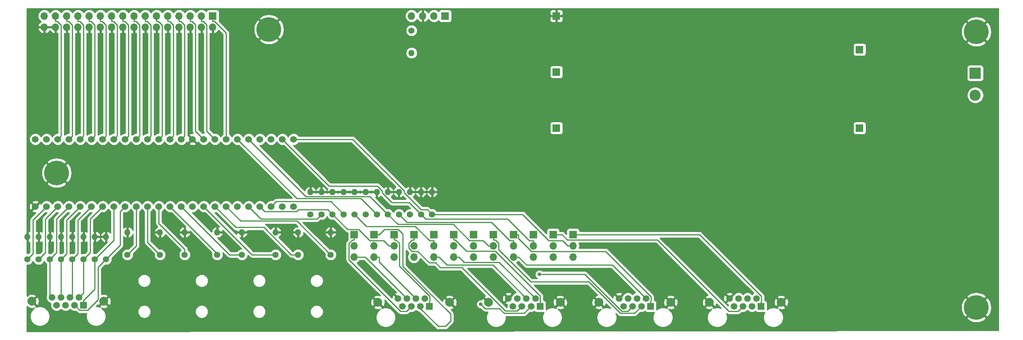
<source format=gbl>
G04 #@! TF.GenerationSoftware,KiCad,Pcbnew,(5.1.4)-1*
G04 #@! TF.CreationDate,2019-10-21T16:42:34-04:00*
G04 #@! TF.ProjectId,relay_ctrl_lab,72656c61-795f-4637-9472-6c5f6c61622e,rev?*
G04 #@! TF.SameCoordinates,Original*
G04 #@! TF.FileFunction,Copper,L2,Bot*
G04 #@! TF.FilePolarity,Positive*
%FSLAX46Y46*%
G04 Gerber Fmt 4.6, Leading zero omitted, Abs format (unit mm)*
G04 Created by KiCad (PCBNEW (5.1.4)-1) date 2019-10-21 16:42:34*
%MOMM*%
%LPD*%
G04 APERTURE LIST*
%ADD10O,1.700000X1.700000*%
%ADD11R,1.700000X1.700000*%
%ADD12O,1.400000X1.400000*%
%ADD13C,1.400000*%
%ADD14C,2.000000*%
%ADD15C,1.500000*%
%ADD16R,1.500000X1.500000*%
%ADD17C,5.600000*%
%ADD18C,1.530000*%
%ADD19C,2.500000*%
%ADD20R,2.500000X2.500000*%
%ADD21C,0.800000*%
%ADD22C,0.250000*%
%ADD23C,0.254000*%
G04 APERTURE END LIST*
D10*
X172762000Y-137668000D03*
X172762000Y-135128000D03*
D11*
X172762000Y-132588000D03*
D10*
X168262000Y-137668000D03*
X168262000Y-135128000D03*
D11*
X168262000Y-132588000D03*
D10*
X177262000Y-137668000D03*
X177262000Y-135128000D03*
D11*
X177262000Y-132588000D03*
D10*
X154762000Y-137668000D03*
X154762000Y-135128000D03*
D11*
X154762000Y-132588000D03*
D10*
X159262000Y-137668000D03*
X159262000Y-135128000D03*
D11*
X159262000Y-132588000D03*
D10*
X163762000Y-137668000D03*
X163762000Y-135128000D03*
D11*
X163762000Y-132588000D03*
D10*
X141262000Y-137668000D03*
X141262000Y-135128000D03*
D11*
X141262000Y-132588000D03*
D10*
X145762000Y-137668000D03*
X145762000Y-135128000D03*
D11*
X145762000Y-132588000D03*
D10*
X150262000Y-137668000D03*
X150262000Y-135128000D03*
D11*
X150262000Y-132588000D03*
D10*
X127762000Y-137668000D03*
X127762000Y-135128000D03*
D11*
X127762000Y-132588000D03*
D10*
X132262000Y-137668000D03*
X132262000Y-135128000D03*
D11*
X132262000Y-132588000D03*
D10*
X136762000Y-137668000D03*
X136762000Y-135128000D03*
D11*
X136762000Y-132588000D03*
D12*
X140356000Y-122936000D03*
D13*
X140356000Y-128016000D03*
D12*
X142856000Y-122936000D03*
D13*
X142856000Y-128016000D03*
D12*
X145356000Y-122936000D03*
D13*
X145356000Y-128016000D03*
D12*
X132856000Y-122936000D03*
D13*
X132856000Y-128016000D03*
D12*
X135356000Y-122936000D03*
D13*
X135356000Y-128016000D03*
D12*
X137856000Y-122936000D03*
D13*
X137856000Y-128016000D03*
D12*
X125356000Y-122936000D03*
D13*
X125356000Y-128016000D03*
D12*
X127856000Y-122936000D03*
D13*
X127856000Y-128016000D03*
D12*
X130356000Y-122936000D03*
D13*
X130356000Y-128016000D03*
D12*
X117856000Y-122936000D03*
D13*
X117856000Y-128016000D03*
D12*
X120356000Y-122936000D03*
D13*
X120356000Y-128016000D03*
D12*
X122856000Y-122936000D03*
D13*
X122856000Y-128016000D03*
D14*
X149350000Y-147954000D03*
X133090000Y-147954000D03*
D15*
X137640000Y-147064000D03*
X139680000Y-147064000D03*
X141720000Y-147064000D03*
X143760000Y-147064000D03*
X138660000Y-148844000D03*
X140700000Y-148844000D03*
X142740000Y-148844000D03*
D16*
X144780000Y-148844000D03*
D14*
X174350000Y-147954000D03*
X158090000Y-147954000D03*
D15*
X162640000Y-147064000D03*
X164680000Y-147064000D03*
X166720000Y-147064000D03*
X168760000Y-147064000D03*
X163660000Y-148844000D03*
X165700000Y-148844000D03*
X167740000Y-148844000D03*
D16*
X169780000Y-148844000D03*
D14*
X199350000Y-147954000D03*
X183090000Y-147954000D03*
D15*
X187640000Y-147064000D03*
X189680000Y-147064000D03*
X191720000Y-147064000D03*
X193760000Y-147064000D03*
X188660000Y-148844000D03*
X190700000Y-148844000D03*
X192740000Y-148844000D03*
D16*
X194780000Y-148844000D03*
D14*
X224350000Y-147954000D03*
X208090000Y-147954000D03*
D15*
X212640000Y-147064000D03*
X214680000Y-147064000D03*
X216720000Y-147064000D03*
X218760000Y-147064000D03*
X213660000Y-148844000D03*
X215700000Y-148844000D03*
X217740000Y-148844000D03*
D16*
X219780000Y-148844000D03*
D12*
X89408000Y-132080000D03*
D13*
X89408000Y-137160000D03*
D12*
X115062000Y-132080000D03*
D13*
X115062000Y-137160000D03*
D12*
X109982000Y-132080000D03*
D13*
X109982000Y-137160000D03*
D12*
X122428000Y-132080000D03*
D13*
X122428000Y-137160000D03*
D12*
X96774000Y-132080000D03*
D13*
X96774000Y-137160000D03*
D12*
X102362000Y-132080000D03*
D13*
X102362000Y-137160000D03*
D12*
X83820000Y-132080000D03*
D13*
X83820000Y-137160000D03*
D17*
X60452000Y-118618000D03*
X268478000Y-149098000D03*
X268478000Y-86614000D03*
X108458000Y-86106000D03*
D18*
X98806000Y-110998000D03*
X101346000Y-110998000D03*
X103886000Y-110998000D03*
X106426000Y-110998000D03*
X108966000Y-110998000D03*
X111506000Y-110998000D03*
X114046000Y-110998000D03*
X96266000Y-110998000D03*
X93726000Y-110998000D03*
X91186000Y-110998000D03*
X114046000Y-126238000D03*
X111506000Y-126238000D03*
X108966000Y-126238000D03*
X106426000Y-126238000D03*
X103886000Y-126238000D03*
X101346000Y-126238000D03*
X98806000Y-126238000D03*
X96266000Y-126238000D03*
X55626000Y-110998000D03*
X58166000Y-110998000D03*
X60706000Y-110998000D03*
X63246000Y-110998000D03*
X65786000Y-110998000D03*
X68326000Y-110998000D03*
X70866000Y-110998000D03*
X73406000Y-110998000D03*
X75946000Y-110998000D03*
X78486000Y-110998000D03*
X81026000Y-110998000D03*
X83566000Y-110998000D03*
X86106000Y-110998000D03*
X88646000Y-110998000D03*
X93726000Y-126238000D03*
X91186000Y-126238000D03*
X88646000Y-126238000D03*
X86106000Y-126238000D03*
X83566000Y-126238000D03*
X81026000Y-126238000D03*
X78486000Y-126238000D03*
X75946000Y-126238000D03*
X73406000Y-126238000D03*
X70866000Y-126238000D03*
X68326000Y-126238000D03*
X65786000Y-126238000D03*
X63246000Y-126238000D03*
X60706000Y-126238000D03*
X58166000Y-126238000D03*
X55626000Y-126238000D03*
D10*
X57658000Y-85598000D03*
X57658000Y-83058000D03*
X60198000Y-85598000D03*
X60198000Y-83058000D03*
X62738000Y-85598000D03*
X62738000Y-83058000D03*
X65278000Y-85598000D03*
X65278000Y-83058000D03*
X67818000Y-85598000D03*
X67818000Y-83058000D03*
X70358000Y-85598000D03*
X70358000Y-83058000D03*
X72898000Y-85598000D03*
X72898000Y-83058000D03*
X75438000Y-85598000D03*
X75438000Y-83058000D03*
X77978000Y-85598000D03*
X77978000Y-83058000D03*
X80518000Y-85598000D03*
X80518000Y-83058000D03*
X83058000Y-85598000D03*
X83058000Y-83058000D03*
X85598000Y-85598000D03*
X85598000Y-83058000D03*
X88138000Y-85598000D03*
X88138000Y-83058000D03*
X90678000Y-85598000D03*
X90678000Y-83058000D03*
X93218000Y-85598000D03*
X93218000Y-83058000D03*
X95758000Y-85598000D03*
D11*
X95758000Y-83058000D03*
D19*
X268224000Y-101012000D03*
D20*
X268224000Y-96012000D03*
D12*
X140716000Y-91440000D03*
D13*
X140716000Y-86360000D03*
D11*
X242062000Y-108458000D03*
X242062000Y-90678000D03*
D10*
X140716000Y-83058000D03*
X143256000Y-83058000D03*
X145796000Y-83058000D03*
D11*
X148336000Y-83058000D03*
X173482000Y-95758000D03*
X173482000Y-108458000D03*
X173482000Y-83058000D03*
D14*
X71118000Y-147700000D03*
X54858000Y-147700000D03*
D15*
X59408000Y-146810000D03*
X61448000Y-146810000D03*
X63488000Y-146810000D03*
X65528000Y-146810000D03*
X60428000Y-148590000D03*
X62468000Y-148590000D03*
X64508000Y-148590000D03*
D16*
X66548000Y-148590000D03*
D12*
X76454000Y-132080000D03*
D13*
X76454000Y-137160000D03*
D12*
X53848000Y-133096000D03*
D13*
X53848000Y-138176000D03*
D12*
X58928000Y-133096000D03*
D13*
X58928000Y-138176000D03*
D12*
X66548000Y-133096000D03*
D13*
X66548000Y-138176000D03*
D12*
X56388000Y-133096000D03*
D13*
X56388000Y-138176000D03*
D12*
X61468000Y-133096000D03*
D13*
X61468000Y-138176000D03*
D12*
X64008000Y-133096000D03*
D13*
X64008000Y-138176000D03*
D12*
X69088000Y-133096000D03*
D13*
X69088000Y-138176000D03*
D12*
X71628000Y-133096000D03*
D13*
X71628000Y-138176000D03*
D21*
X169639200Y-141618800D03*
X156384100Y-148373800D03*
D22*
X59408000Y-146810000D02*
X58928000Y-146330000D01*
X58928000Y-146330000D02*
X58928000Y-138176000D01*
X63246000Y-126238000D02*
X60442600Y-129041400D01*
X60442600Y-129041400D02*
X60442600Y-136661400D01*
X60442600Y-136661400D02*
X58928000Y-138176000D01*
X61448000Y-146810000D02*
X61448000Y-138196000D01*
X61448000Y-138196000D02*
X61468000Y-138176000D01*
X65786000Y-126238000D02*
X62738000Y-129286000D01*
X62738000Y-129286000D02*
X62738000Y-136906000D01*
X62738000Y-136906000D02*
X61468000Y-138176000D01*
X63488000Y-146810000D02*
X64008000Y-146290000D01*
X64008000Y-146290000D02*
X64008000Y-138176000D01*
X68326000Y-126238000D02*
X65278000Y-129286000D01*
X65278000Y-129286000D02*
X65278000Y-136906000D01*
X65278000Y-136906000D02*
X64008000Y-138176000D01*
X65528000Y-146810000D02*
X66548000Y-145790000D01*
X66548000Y-145790000D02*
X66548000Y-138176000D01*
X70866000Y-126238000D02*
X68062600Y-129041400D01*
X68062600Y-129041400D02*
X68062600Y-136661400D01*
X68062600Y-136661400D02*
X66548000Y-138176000D01*
X60706000Y-126238000D02*
X57902600Y-129041400D01*
X57902600Y-129041400D02*
X57902600Y-136661400D01*
X57902600Y-136661400D02*
X56388000Y-138176000D01*
X58166000Y-126238000D02*
X55118000Y-129286000D01*
X55118000Y-129286000D02*
X55118000Y-136906000D01*
X55118000Y-136906000D02*
X53848000Y-138176000D01*
X71628000Y-138176000D02*
X69792600Y-140011400D01*
X69792600Y-140011400D02*
X69792600Y-147390300D01*
X69792600Y-147390300D02*
X67462900Y-149720000D01*
X67462900Y-149720000D02*
X65638000Y-149720000D01*
X65638000Y-149720000D02*
X64508000Y-148590000D01*
X75946000Y-126238000D02*
X74801800Y-127382200D01*
X74801800Y-127382200D02*
X74801800Y-135002200D01*
X74801800Y-135002200D02*
X71628000Y-138176000D01*
X73406000Y-126238000D02*
X73406000Y-133858000D01*
X73406000Y-133858000D02*
X69088000Y-138176000D01*
X66548000Y-148590000D02*
X66548000Y-147514700D01*
X66548000Y-147514700D02*
X69088000Y-144974700D01*
X69088000Y-144974700D02*
X69088000Y-138176000D01*
X96266000Y-126238000D02*
X100970400Y-130942400D01*
X100970400Y-130942400D02*
X107329900Y-130942400D01*
X107329900Y-130942400D02*
X113547500Y-137160000D01*
X113547500Y-137160000D02*
X115062000Y-137160000D01*
X98806000Y-126238000D02*
X102059700Y-129491700D01*
X102059700Y-129491700D02*
X114759700Y-129491700D01*
X114759700Y-129491700D02*
X122428000Y-137160000D01*
X88646000Y-126238000D02*
X99568000Y-137160000D01*
X99568000Y-137160000D02*
X102362000Y-137160000D01*
X93726000Y-126238000D02*
X104648000Y-137160000D01*
X104648000Y-137160000D02*
X109982000Y-137160000D01*
X83566000Y-126238000D02*
X83566000Y-130057400D01*
X83566000Y-130057400D02*
X89408000Y-135899400D01*
X89408000Y-135899400D02*
X89408000Y-137160000D01*
X86106000Y-126238000D02*
X96774000Y-136906000D01*
X96774000Y-136906000D02*
X96774000Y-137160000D01*
X78486000Y-126238000D02*
X78486000Y-135128000D01*
X78486000Y-135128000D02*
X76454000Y-137160000D01*
X81026000Y-126238000D02*
X81026000Y-134366000D01*
X81026000Y-134366000D02*
X83820000Y-137160000D01*
X111506000Y-110998000D02*
X122086800Y-121578800D01*
X122086800Y-121578800D02*
X132950300Y-121578800D01*
X132950300Y-121578800D02*
X134106000Y-122734500D01*
X134106000Y-122734500D02*
X134106000Y-123140200D01*
X134106000Y-123140200D02*
X136282400Y-125316600D01*
X136282400Y-125316600D02*
X140156600Y-125316600D01*
X140156600Y-125316600D02*
X142856000Y-128016000D01*
X168262000Y-135128000D02*
X168262000Y-133952700D01*
X142856000Y-128016000D02*
X143881300Y-129041300D01*
X143881300Y-129041300D02*
X162452700Y-129041300D01*
X162452700Y-129041300D02*
X167364100Y-133952700D01*
X167364100Y-133952700D02*
X168262000Y-133952700D01*
X145356000Y-128016000D02*
X165856500Y-128016000D01*
X165856500Y-128016000D02*
X171793200Y-133952700D01*
X171793200Y-133952700D02*
X174911400Y-133952700D01*
X174911400Y-133952700D02*
X176086700Y-135128000D01*
X114046000Y-110998000D02*
X127381000Y-110998000D01*
X127381000Y-110998000D02*
X139106000Y-122723000D01*
X139106000Y-122723000D02*
X139106000Y-123173800D01*
X139106000Y-123173800D02*
X142882700Y-126950500D01*
X142882700Y-126950500D02*
X144290500Y-126950500D01*
X144290500Y-126950500D02*
X145356000Y-128016000D01*
X177262000Y-135128000D02*
X176086700Y-135128000D01*
X101346000Y-110998000D02*
X114759800Y-124411800D01*
X114759800Y-124411800D02*
X129251800Y-124411800D01*
X129251800Y-124411800D02*
X132856000Y-128016000D01*
X158086700Y-135128000D02*
X156911400Y-133952700D01*
X156911400Y-133952700D02*
X153804700Y-133952700D01*
X153804700Y-133952700D02*
X150127400Y-130275400D01*
X150127400Y-130275400D02*
X137615400Y-130275400D01*
X137615400Y-130275400D02*
X135356000Y-128016000D01*
X159262000Y-135128000D02*
X158086700Y-135128000D01*
X103886000Y-110998000D02*
X116849400Y-123961400D01*
X116849400Y-123961400D02*
X131301400Y-123961400D01*
X131301400Y-123961400D02*
X135356000Y-128016000D01*
X163762000Y-133952700D02*
X162925100Y-133952700D01*
X162925100Y-133952700D02*
X158797500Y-129825100D01*
X158797500Y-129825100D02*
X139665100Y-129825100D01*
X139665100Y-129825100D02*
X137856000Y-128016000D01*
X163762000Y-135128000D02*
X163762000Y-133952700D01*
X108966000Y-126238000D02*
X110081100Y-125122900D01*
X110081100Y-125122900D02*
X122462900Y-125122900D01*
X122462900Y-125122900D02*
X125356000Y-128016000D01*
X145762000Y-135128000D02*
X145762000Y-133952700D01*
X127856000Y-128016000D02*
X130565800Y-130725800D01*
X130565800Y-130725800D02*
X141568500Y-130725800D01*
X141568500Y-130725800D02*
X144795400Y-133952700D01*
X144795400Y-133952700D02*
X145762000Y-133952700D01*
X103886000Y-126238000D02*
X106689400Y-129041400D01*
X106689400Y-129041400D02*
X119330600Y-129041400D01*
X119330600Y-129041400D02*
X120356000Y-128016000D01*
X106426000Y-126238000D02*
X107531200Y-127343200D01*
X107531200Y-127343200D02*
X114783800Y-127343200D01*
X114783800Y-127343200D02*
X115145600Y-126981400D01*
X115145600Y-126981400D02*
X121821400Y-126981400D01*
X121821400Y-126981400D02*
X122856000Y-128016000D01*
X122856000Y-128016000D02*
X126252700Y-131412700D01*
X126252700Y-131412700D02*
X128746800Y-131412700D01*
X128746800Y-131412700D02*
X131286800Y-133952700D01*
X131286800Y-133952700D02*
X134411400Y-133952700D01*
X134411400Y-133952700D02*
X135586700Y-135128000D01*
X136762000Y-135128000D02*
X135586700Y-135128000D01*
X60198000Y-83058000D02*
X60198000Y-84233300D01*
X60198000Y-84233300D02*
X60565300Y-84233300D01*
X60565300Y-84233300D02*
X61468000Y-85136000D01*
X61468000Y-85136000D02*
X61468000Y-110236000D01*
X61468000Y-110236000D02*
X60706000Y-110998000D01*
X215700000Y-148844000D02*
X214607400Y-149936600D01*
X214607400Y-149936600D02*
X212446800Y-149936600D01*
X212446800Y-149936600D02*
X196273600Y-133763400D01*
X196273600Y-133763400D02*
X175943100Y-133763400D01*
X175943100Y-133763400D02*
X174767700Y-132588000D01*
X174767700Y-132588000D02*
X172762000Y-132588000D01*
X219780000Y-148844000D02*
X219780000Y-147768700D01*
X219780000Y-147768700D02*
X219845300Y-147703400D01*
X219845300Y-147703400D02*
X219845300Y-146583800D01*
X219845300Y-146583800D02*
X205849500Y-132588000D01*
X205849500Y-132588000D02*
X177262000Y-132588000D01*
X190700000Y-148844000D02*
X189610500Y-149933500D01*
X189610500Y-149933500D02*
X188228800Y-149933500D01*
X188228800Y-149933500D02*
X179914100Y-141618800D01*
X179914100Y-141618800D02*
X169639200Y-141618800D01*
X159262000Y-132588000D02*
X159262000Y-133763300D01*
X159262000Y-133763300D02*
X159629400Y-133763300D01*
X159629400Y-133763300D02*
X160437300Y-134571200D01*
X160437300Y-134571200D02*
X160437300Y-136032200D01*
X160437300Y-136032200D02*
X167676300Y-143271200D01*
X167676300Y-143271200D02*
X180802000Y-143271200D01*
X180802000Y-143271200D02*
X187936900Y-150406100D01*
X187936900Y-150406100D02*
X191177900Y-150406100D01*
X191177900Y-150406100D02*
X192740000Y-148844000D01*
X163762000Y-132588000D02*
X164937300Y-132588000D01*
X194780000Y-148844000D02*
X194780000Y-147768700D01*
X194780000Y-147768700D02*
X194865200Y-147683500D01*
X194865200Y-147683500D02*
X194865200Y-146639700D01*
X194865200Y-146639700D02*
X184623500Y-136398000D01*
X184623500Y-136398000D02*
X167865800Y-136398000D01*
X167865800Y-136398000D02*
X164937300Y-133469500D01*
X164937300Y-133469500D02*
X164937300Y-132588000D01*
X165700000Y-148844000D02*
X164620700Y-149923300D01*
X164620700Y-149923300D02*
X161933700Y-149923300D01*
X161933700Y-149923300D02*
X152097600Y-140087200D01*
X152097600Y-140087200D02*
X147235800Y-140087200D01*
X147235800Y-140087200D02*
X146153700Y-139005100D01*
X146153700Y-139005100D02*
X144770500Y-139005100D01*
X144770500Y-139005100D02*
X142163400Y-136398000D01*
X142163400Y-136398000D02*
X140855000Y-136398000D01*
X140855000Y-136398000D02*
X140086700Y-135629700D01*
X140086700Y-135629700D02*
X140086700Y-134571200D01*
X140086700Y-134571200D02*
X140894600Y-133763300D01*
X140894600Y-133763300D02*
X141262000Y-133763300D01*
X141262000Y-132588000D02*
X141262000Y-133763300D01*
X167740000Y-148844000D02*
X166184200Y-150399800D01*
X166184200Y-150399800D02*
X161644100Y-150399800D01*
X161644100Y-150399800D02*
X160600800Y-149356500D01*
X160600800Y-149356500D02*
X157366800Y-149356500D01*
X157366800Y-149356500D02*
X156384100Y-148373800D01*
X169780000Y-147768700D02*
X169842400Y-147706300D01*
X169842400Y-147706300D02*
X169842400Y-146522900D01*
X169842400Y-146522900D02*
X159622800Y-136303300D01*
X159622800Y-136303300D02*
X153099500Y-136303300D01*
X153099500Y-136303300D02*
X150559500Y-133763300D01*
X150559500Y-133763300D02*
X150262000Y-133763300D01*
X150262000Y-132588000D02*
X150262000Y-133763300D01*
X169780000Y-148844000D02*
X169780000Y-147768700D01*
X127762000Y-132588000D02*
X127762000Y-133763300D01*
X127762000Y-133763300D02*
X127394700Y-133763300D01*
X127394700Y-133763300D02*
X126576500Y-134581500D01*
X126576500Y-134581500D02*
X126576500Y-138284400D01*
X126576500Y-138284400D02*
X138229700Y-149937600D01*
X138229700Y-149937600D02*
X139606400Y-149937600D01*
X139606400Y-149937600D02*
X140700000Y-148844000D01*
X132262000Y-132588000D02*
X133437300Y-132588000D01*
X142740000Y-148844000D02*
X142740000Y-149375200D01*
X142740000Y-149375200D02*
X146758900Y-153394100D01*
X146758900Y-153394100D02*
X148356900Y-153394100D01*
X148356900Y-153394100D02*
X149540500Y-152210500D01*
X149540500Y-152210500D02*
X149540500Y-150550200D01*
X149540500Y-150550200D02*
X138767300Y-139777000D01*
X138767300Y-139777000D02*
X138767300Y-132428500D01*
X138767300Y-132428500D02*
X137751500Y-131412700D01*
X137751500Y-131412700D02*
X134612600Y-131412700D01*
X134612600Y-131412700D02*
X133437300Y-132588000D01*
X136762000Y-132588000D02*
X136762000Y-133763300D01*
X144780000Y-148844000D02*
X144780000Y-147768700D01*
X144780000Y-147768700D02*
X144835500Y-147713200D01*
X144835500Y-147713200D02*
X144835500Y-146614600D01*
X144835500Y-146614600D02*
X137937300Y-139716400D01*
X137937300Y-139716400D02*
X137937300Y-134571200D01*
X137937300Y-134571200D02*
X137129400Y-133763300D01*
X137129400Y-133763300D02*
X136762000Y-133763300D01*
X163762000Y-137668000D02*
X164937300Y-137668000D01*
X193760000Y-147064000D02*
X186157900Y-139461900D01*
X186157900Y-139461900D02*
X166731200Y-139461900D01*
X166731200Y-139461900D02*
X164937300Y-137668000D01*
X166720000Y-147064000D02*
X159155800Y-139499800D01*
X159155800Y-139499800D02*
X148769100Y-139499800D01*
X148769100Y-139499800D02*
X146937300Y-137668000D01*
X145762000Y-137668000D02*
X146937300Y-137668000D01*
X150262000Y-137668000D02*
X151437300Y-137668000D01*
X168760000Y-147064000D02*
X160539300Y-138843300D01*
X160539300Y-138843300D02*
X152612600Y-138843300D01*
X152612600Y-138843300D02*
X151437300Y-137668000D01*
X139680000Y-147064000D02*
X130284000Y-137668000D01*
X130284000Y-137668000D02*
X127762000Y-137668000D01*
X132262000Y-137668000D02*
X133437300Y-137668000D01*
X141720000Y-147064000D02*
X133437300Y-138781300D01*
X133437300Y-138781300D02*
X133437300Y-137668000D01*
X62738000Y-83058000D02*
X62738000Y-84233300D01*
X62738000Y-84233300D02*
X63105300Y-84233300D01*
X63105300Y-84233300D02*
X64008000Y-85136000D01*
X64008000Y-85136000D02*
X64008000Y-110236000D01*
X64008000Y-110236000D02*
X63246000Y-110998000D01*
X65278000Y-83058000D02*
X65278000Y-84233300D01*
X65278000Y-84233300D02*
X65645300Y-84233300D01*
X65645300Y-84233300D02*
X66548000Y-85136000D01*
X66548000Y-85136000D02*
X66548000Y-110236000D01*
X66548000Y-110236000D02*
X65786000Y-110998000D01*
X67818000Y-83058000D02*
X67818000Y-84233300D01*
X67818000Y-84233300D02*
X68185300Y-84233300D01*
X68185300Y-84233300D02*
X69088000Y-85136000D01*
X69088000Y-85136000D02*
X69088000Y-110236000D01*
X69088000Y-110236000D02*
X68326000Y-110998000D01*
X70358000Y-83058000D02*
X70358000Y-84233300D01*
X70358000Y-84233300D02*
X70725300Y-84233300D01*
X70725300Y-84233300D02*
X71628000Y-85136000D01*
X71628000Y-85136000D02*
X71628000Y-110236000D01*
X71628000Y-110236000D02*
X70866000Y-110998000D01*
X72898000Y-83058000D02*
X72898000Y-84233300D01*
X72898000Y-84233300D02*
X73265300Y-84233300D01*
X73265300Y-84233300D02*
X74168000Y-85136000D01*
X74168000Y-85136000D02*
X74168000Y-110236000D01*
X74168000Y-110236000D02*
X73406000Y-110998000D01*
X75438000Y-83058000D02*
X75438000Y-84233300D01*
X75438000Y-84233300D02*
X75805300Y-84233300D01*
X75805300Y-84233300D02*
X76708000Y-85136000D01*
X76708000Y-85136000D02*
X76708000Y-110236000D01*
X76708000Y-110236000D02*
X75946000Y-110998000D01*
X77978000Y-83058000D02*
X77978000Y-84233300D01*
X77978000Y-84233300D02*
X78345300Y-84233300D01*
X78345300Y-84233300D02*
X79248000Y-85136000D01*
X79248000Y-85136000D02*
X79248000Y-110236000D01*
X79248000Y-110236000D02*
X78486000Y-110998000D01*
X80518000Y-83058000D02*
X80518000Y-84233300D01*
X80518000Y-84233300D02*
X80885300Y-84233300D01*
X80885300Y-84233300D02*
X81788000Y-85136000D01*
X81788000Y-85136000D02*
X81788000Y-110236000D01*
X81788000Y-110236000D02*
X81026000Y-110998000D01*
X83058000Y-83058000D02*
X83058000Y-84233300D01*
X83058000Y-84233300D02*
X83425300Y-84233300D01*
X83425300Y-84233300D02*
X84328000Y-85136000D01*
X84328000Y-85136000D02*
X84328000Y-110236000D01*
X84328000Y-110236000D02*
X83566000Y-110998000D01*
X85598000Y-83058000D02*
X85598000Y-84233300D01*
X85598000Y-84233300D02*
X85965300Y-84233300D01*
X85965300Y-84233300D02*
X86868000Y-85136000D01*
X86868000Y-85136000D02*
X86868000Y-110236000D01*
X86868000Y-110236000D02*
X86106000Y-110998000D01*
X88138000Y-83058000D02*
X88138000Y-84233300D01*
X88138000Y-84233300D02*
X88505300Y-84233300D01*
X88505300Y-84233300D02*
X89408000Y-85136000D01*
X89408000Y-85136000D02*
X89408000Y-110236000D01*
X89408000Y-110236000D02*
X88646000Y-110998000D01*
X90678000Y-83058000D02*
X90678000Y-84233300D01*
X90678000Y-84233300D02*
X91045400Y-84233300D01*
X91045400Y-84233300D02*
X91853300Y-85041200D01*
X91853300Y-85041200D02*
X91853300Y-109125300D01*
X91853300Y-109125300D02*
X93726000Y-110998000D01*
X93218000Y-83058000D02*
X93218000Y-84233300D01*
X93218000Y-84233300D02*
X93585400Y-84233300D01*
X93585400Y-84233300D02*
X94393300Y-85041200D01*
X94393300Y-85041200D02*
X94393300Y-109125300D01*
X94393300Y-109125300D02*
X96266000Y-110998000D01*
X95758000Y-83058000D02*
X95758000Y-84233300D01*
X95758000Y-84233300D02*
X96125300Y-84233300D01*
X96125300Y-84233300D02*
X98806000Y-86914000D01*
X98806000Y-86914000D02*
X98806000Y-110998000D01*
D23*
G36*
X273406000Y-88678418D02*
G01*
X273406001Y-88678428D01*
X273406000Y-100870418D01*
X273406001Y-100870428D01*
X273406000Y-153194418D01*
X273406001Y-153194428D01*
X273406000Y-154280759D01*
X53746000Y-154533241D01*
X53746000Y-148910558D01*
X53786525Y-148951083D01*
X53902193Y-148835415D01*
X53997956Y-149099814D01*
X54287571Y-149240704D01*
X54599108Y-149322384D01*
X54920595Y-149341718D01*
X55239675Y-149297961D01*
X55389320Y-149246263D01*
X55197334Y-149374544D01*
X54882544Y-149689334D01*
X54635214Y-150059489D01*
X54464851Y-150470782D01*
X54378000Y-150907409D01*
X54378000Y-151352591D01*
X54464851Y-151789218D01*
X54635214Y-152200511D01*
X54882544Y-152570666D01*
X55197334Y-152885456D01*
X55567489Y-153132786D01*
X55978782Y-153303149D01*
X56415409Y-153390000D01*
X56860591Y-153390000D01*
X57297218Y-153303149D01*
X57708511Y-153132786D01*
X58078666Y-152885456D01*
X58393456Y-152570666D01*
X58640786Y-152200511D01*
X58811149Y-151789218D01*
X58898000Y-151352591D01*
X58898000Y-150907409D01*
X58811149Y-150470782D01*
X58640786Y-150059489D01*
X58393456Y-149689334D01*
X58078666Y-149374544D01*
X57708511Y-149127214D01*
X57297218Y-148956851D01*
X56860591Y-148870000D01*
X56415409Y-148870000D01*
X55978782Y-148956851D01*
X55732942Y-149058681D01*
X55813808Y-148835413D01*
X54858000Y-147879605D01*
X54843858Y-147893748D01*
X54664253Y-147714143D01*
X54678395Y-147700000D01*
X55037605Y-147700000D01*
X55993413Y-148655808D01*
X56257814Y-148560044D01*
X56398704Y-148270429D01*
X56480384Y-147958892D01*
X56499718Y-147637405D01*
X56455961Y-147318325D01*
X56350795Y-147013912D01*
X56257814Y-146839956D01*
X55993413Y-146744192D01*
X55037605Y-147700000D01*
X54678395Y-147700000D01*
X54664253Y-147685858D01*
X54843858Y-147506253D01*
X54858000Y-147520395D01*
X55813808Y-146564587D01*
X55718044Y-146300186D01*
X55428429Y-146159296D01*
X55116892Y-146077616D01*
X54795405Y-146058282D01*
X54476325Y-146102039D01*
X54171912Y-146207205D01*
X53997956Y-146300186D01*
X53902193Y-146564585D01*
X53786525Y-146448917D01*
X53746000Y-146489442D01*
X53746000Y-139511000D01*
X53979486Y-139511000D01*
X54237405Y-139459696D01*
X54480359Y-139359061D01*
X54699013Y-139212962D01*
X54884962Y-139027013D01*
X55031061Y-138808359D01*
X55118000Y-138598470D01*
X55204939Y-138808359D01*
X55351038Y-139027013D01*
X55536987Y-139212962D01*
X55755641Y-139359061D01*
X55998595Y-139459696D01*
X56256514Y-139511000D01*
X56519486Y-139511000D01*
X56777405Y-139459696D01*
X57020359Y-139359061D01*
X57239013Y-139212962D01*
X57424962Y-139027013D01*
X57571061Y-138808359D01*
X57658000Y-138598470D01*
X57744939Y-138808359D01*
X57891038Y-139027013D01*
X58076987Y-139212962D01*
X58168001Y-139273775D01*
X58168000Y-146184446D01*
X58076225Y-146406011D01*
X58023000Y-146673589D01*
X58023000Y-146946411D01*
X58076225Y-147213989D01*
X58180629Y-147466043D01*
X58332201Y-147692886D01*
X58525114Y-147885799D01*
X58751957Y-148037371D01*
X59004011Y-148141775D01*
X59106134Y-148162089D01*
X59096225Y-148186011D01*
X59043000Y-148453589D01*
X59043000Y-148726411D01*
X59096225Y-148993989D01*
X59200629Y-149246043D01*
X59352201Y-149472886D01*
X59545114Y-149665799D01*
X59771957Y-149817371D01*
X60024011Y-149921775D01*
X60291589Y-149975000D01*
X60564411Y-149975000D01*
X60831989Y-149921775D01*
X61084043Y-149817371D01*
X61310886Y-149665799D01*
X61448000Y-149528685D01*
X61585114Y-149665799D01*
X61811957Y-149817371D01*
X62064011Y-149921775D01*
X62331589Y-149975000D01*
X62604411Y-149975000D01*
X62871989Y-149921775D01*
X63124043Y-149817371D01*
X63350886Y-149665799D01*
X63488000Y-149528685D01*
X63625114Y-149665799D01*
X63851957Y-149817371D01*
X64104011Y-149921775D01*
X64371589Y-149975000D01*
X64644411Y-149975000D01*
X64789365Y-149946167D01*
X65074201Y-150231003D01*
X65097999Y-150260001D01*
X65213724Y-150354974D01*
X65345753Y-150425546D01*
X65489014Y-150469003D01*
X65600667Y-150480000D01*
X65600676Y-150480000D01*
X65637999Y-150483676D01*
X65675322Y-150480000D01*
X67163017Y-150480000D01*
X67078000Y-150907409D01*
X67078000Y-151352591D01*
X67164851Y-151789218D01*
X67335214Y-152200511D01*
X67582544Y-152570666D01*
X67897334Y-152885456D01*
X68267489Y-153132786D01*
X68678782Y-153303149D01*
X69115409Y-153390000D01*
X69560591Y-153390000D01*
X69997218Y-153303149D01*
X70408511Y-153132786D01*
X70778666Y-152885456D01*
X71093456Y-152570666D01*
X71340786Y-152200511D01*
X71511149Y-151789218D01*
X71598000Y-151352591D01*
X71598000Y-150907409D01*
X71511149Y-150470782D01*
X71340786Y-150059489D01*
X71244736Y-149915740D01*
X78779000Y-149915740D01*
X78779000Y-150208260D01*
X78836068Y-150495158D01*
X78948010Y-150765411D01*
X79110525Y-151008632D01*
X79317368Y-151215475D01*
X79560589Y-151377990D01*
X79830842Y-151489932D01*
X80117740Y-151547000D01*
X80410260Y-151547000D01*
X80697158Y-151489932D01*
X80967411Y-151377990D01*
X81210632Y-151215475D01*
X81417475Y-151008632D01*
X81579990Y-150765411D01*
X81691932Y-150495158D01*
X81749000Y-150208260D01*
X81749000Y-149915740D01*
X91779000Y-149915740D01*
X91779000Y-150208260D01*
X91836068Y-150495158D01*
X91948010Y-150765411D01*
X92110525Y-151008632D01*
X92317368Y-151215475D01*
X92560589Y-151377990D01*
X92830842Y-151489932D01*
X93117740Y-151547000D01*
X93410260Y-151547000D01*
X93697158Y-151489932D01*
X93967411Y-151377990D01*
X94210632Y-151215475D01*
X94417475Y-151008632D01*
X94579990Y-150765411D01*
X94691932Y-150495158D01*
X94749000Y-150208260D01*
X94749000Y-149915740D01*
X104779000Y-149915740D01*
X104779000Y-150208260D01*
X104836068Y-150495158D01*
X104948010Y-150765411D01*
X105110525Y-151008632D01*
X105317368Y-151215475D01*
X105560589Y-151377990D01*
X105830842Y-151489932D01*
X106117740Y-151547000D01*
X106410260Y-151547000D01*
X106697158Y-151489932D01*
X106967411Y-151377990D01*
X107210632Y-151215475D01*
X107417475Y-151008632D01*
X107579990Y-150765411D01*
X107691932Y-150495158D01*
X107749000Y-150208260D01*
X107749000Y-149915740D01*
X117779000Y-149915740D01*
X117779000Y-150208260D01*
X117836068Y-150495158D01*
X117948010Y-150765411D01*
X118110525Y-151008632D01*
X118317368Y-151215475D01*
X118560589Y-151377990D01*
X118830842Y-151489932D01*
X119117740Y-151547000D01*
X119410260Y-151547000D01*
X119697158Y-151489932D01*
X119967411Y-151377990D01*
X120210632Y-151215475D01*
X120417475Y-151008632D01*
X120579990Y-150765411D01*
X120691932Y-150495158D01*
X120749000Y-150208260D01*
X120749000Y-149915740D01*
X120691932Y-149628842D01*
X120579990Y-149358589D01*
X120417475Y-149115368D01*
X120391520Y-149089413D01*
X132134192Y-149089413D01*
X132229956Y-149353814D01*
X132519571Y-149494704D01*
X132831108Y-149576384D01*
X133152595Y-149595718D01*
X133471675Y-149551961D01*
X133621320Y-149500263D01*
X133429334Y-149628544D01*
X133114544Y-149943334D01*
X132867214Y-150313489D01*
X132696851Y-150724782D01*
X132610000Y-151161409D01*
X132610000Y-151606591D01*
X132696851Y-152043218D01*
X132867214Y-152454511D01*
X133114544Y-152824666D01*
X133429334Y-153139456D01*
X133799489Y-153386786D01*
X134210782Y-153557149D01*
X134647409Y-153644000D01*
X135092591Y-153644000D01*
X135529218Y-153557149D01*
X135940511Y-153386786D01*
X136310666Y-153139456D01*
X136625456Y-152824666D01*
X136872786Y-152454511D01*
X137043149Y-152043218D01*
X137130000Y-151606591D01*
X137130000Y-151161409D01*
X137043149Y-150724782D01*
X136872786Y-150313489D01*
X136625456Y-149943334D01*
X136310666Y-149628544D01*
X135940511Y-149381214D01*
X135529218Y-149210851D01*
X135092591Y-149124000D01*
X134647409Y-149124000D01*
X134210782Y-149210851D01*
X133964942Y-149312681D01*
X134045808Y-149089413D01*
X133090000Y-148133605D01*
X132134192Y-149089413D01*
X120391520Y-149089413D01*
X120210632Y-148908525D01*
X119967411Y-148746010D01*
X119697158Y-148634068D01*
X119410260Y-148577000D01*
X119117740Y-148577000D01*
X118830842Y-148634068D01*
X118560589Y-148746010D01*
X118317368Y-148908525D01*
X118110525Y-149115368D01*
X117948010Y-149358589D01*
X117836068Y-149628842D01*
X117779000Y-149915740D01*
X107749000Y-149915740D01*
X107691932Y-149628842D01*
X107579990Y-149358589D01*
X107417475Y-149115368D01*
X107210632Y-148908525D01*
X106967411Y-148746010D01*
X106697158Y-148634068D01*
X106410260Y-148577000D01*
X106117740Y-148577000D01*
X105830842Y-148634068D01*
X105560589Y-148746010D01*
X105317368Y-148908525D01*
X105110525Y-149115368D01*
X104948010Y-149358589D01*
X104836068Y-149628842D01*
X104779000Y-149915740D01*
X94749000Y-149915740D01*
X94691932Y-149628842D01*
X94579990Y-149358589D01*
X94417475Y-149115368D01*
X94210632Y-148908525D01*
X93967411Y-148746010D01*
X93697158Y-148634068D01*
X93410260Y-148577000D01*
X93117740Y-148577000D01*
X92830842Y-148634068D01*
X92560589Y-148746010D01*
X92317368Y-148908525D01*
X92110525Y-149115368D01*
X91948010Y-149358589D01*
X91836068Y-149628842D01*
X91779000Y-149915740D01*
X81749000Y-149915740D01*
X81691932Y-149628842D01*
X81579990Y-149358589D01*
X81417475Y-149115368D01*
X81210632Y-148908525D01*
X80967411Y-148746010D01*
X80697158Y-148634068D01*
X80410260Y-148577000D01*
X80117740Y-148577000D01*
X79830842Y-148634068D01*
X79560589Y-148746010D01*
X79317368Y-148908525D01*
X79110525Y-149115368D01*
X78948010Y-149358589D01*
X78836068Y-149628842D01*
X78779000Y-149915740D01*
X71244736Y-149915740D01*
X71093456Y-149689334D01*
X70778666Y-149374544D01*
X70598244Y-149253990D01*
X70859108Y-149322384D01*
X71180595Y-149341718D01*
X71499675Y-149297961D01*
X71804088Y-149192795D01*
X71978044Y-149099814D01*
X72073808Y-148835413D01*
X71118000Y-147879605D01*
X70162192Y-148835413D01*
X70243058Y-149058681D01*
X69997218Y-148956851D01*
X69560591Y-148870000D01*
X69387702Y-148870000D01*
X69711035Y-148546666D01*
X69718186Y-148560044D01*
X69982587Y-148655808D01*
X70938395Y-147700000D01*
X71297605Y-147700000D01*
X72253413Y-148655808D01*
X72517814Y-148560044D01*
X72658704Y-148270429D01*
X72725255Y-148016595D01*
X131448282Y-148016595D01*
X131492039Y-148335675D01*
X131597205Y-148640088D01*
X131690186Y-148814044D01*
X131954587Y-148909808D01*
X132910395Y-147954000D01*
X131954587Y-146998192D01*
X131690186Y-147093956D01*
X131549296Y-147383571D01*
X131467616Y-147695108D01*
X131448282Y-148016595D01*
X72725255Y-148016595D01*
X72740384Y-147958892D01*
X72759718Y-147637405D01*
X72715961Y-147318325D01*
X72610795Y-147013912D01*
X72517814Y-146839956D01*
X72253413Y-146744192D01*
X71297605Y-147700000D01*
X70938395Y-147700000D01*
X70924253Y-147685858D01*
X71103858Y-147506253D01*
X71118000Y-147520395D01*
X72073808Y-146564587D01*
X71978044Y-146300186D01*
X71688429Y-146159296D01*
X71376892Y-146077616D01*
X71055405Y-146058282D01*
X70736325Y-146102039D01*
X70552600Y-146165511D01*
X70552600Y-142915740D01*
X78779000Y-142915740D01*
X78779000Y-143208260D01*
X78836068Y-143495158D01*
X78948010Y-143765411D01*
X79110525Y-144008632D01*
X79317368Y-144215475D01*
X79560589Y-144377990D01*
X79830842Y-144489932D01*
X80117740Y-144547000D01*
X80410260Y-144547000D01*
X80697158Y-144489932D01*
X80967411Y-144377990D01*
X81210632Y-144215475D01*
X81417475Y-144008632D01*
X81579990Y-143765411D01*
X81691932Y-143495158D01*
X81749000Y-143208260D01*
X81749000Y-142915740D01*
X91779000Y-142915740D01*
X91779000Y-143208260D01*
X91836068Y-143495158D01*
X91948010Y-143765411D01*
X92110525Y-144008632D01*
X92317368Y-144215475D01*
X92560589Y-144377990D01*
X92830842Y-144489932D01*
X93117740Y-144547000D01*
X93410260Y-144547000D01*
X93697158Y-144489932D01*
X93967411Y-144377990D01*
X94210632Y-144215475D01*
X94417475Y-144008632D01*
X94579990Y-143765411D01*
X94691932Y-143495158D01*
X94749000Y-143208260D01*
X94749000Y-142915740D01*
X104779000Y-142915740D01*
X104779000Y-143208260D01*
X104836068Y-143495158D01*
X104948010Y-143765411D01*
X105110525Y-144008632D01*
X105317368Y-144215475D01*
X105560589Y-144377990D01*
X105830842Y-144489932D01*
X106117740Y-144547000D01*
X106410260Y-144547000D01*
X106697158Y-144489932D01*
X106967411Y-144377990D01*
X107210632Y-144215475D01*
X107417475Y-144008632D01*
X107579990Y-143765411D01*
X107691932Y-143495158D01*
X107749000Y-143208260D01*
X107749000Y-142915740D01*
X117779000Y-142915740D01*
X117779000Y-143208260D01*
X117836068Y-143495158D01*
X117948010Y-143765411D01*
X118110525Y-144008632D01*
X118317368Y-144215475D01*
X118560589Y-144377990D01*
X118830842Y-144489932D01*
X119117740Y-144547000D01*
X119410260Y-144547000D01*
X119697158Y-144489932D01*
X119967411Y-144377990D01*
X120210632Y-144215475D01*
X120417475Y-144008632D01*
X120579990Y-143765411D01*
X120691932Y-143495158D01*
X120749000Y-143208260D01*
X120749000Y-142915740D01*
X120691932Y-142628842D01*
X120579990Y-142358589D01*
X120417475Y-142115368D01*
X120210632Y-141908525D01*
X119967411Y-141746010D01*
X119697158Y-141634068D01*
X119410260Y-141577000D01*
X119117740Y-141577000D01*
X118830842Y-141634068D01*
X118560589Y-141746010D01*
X118317368Y-141908525D01*
X118110525Y-142115368D01*
X117948010Y-142358589D01*
X117836068Y-142628842D01*
X117779000Y-142915740D01*
X107749000Y-142915740D01*
X107691932Y-142628842D01*
X107579990Y-142358589D01*
X107417475Y-142115368D01*
X107210632Y-141908525D01*
X106967411Y-141746010D01*
X106697158Y-141634068D01*
X106410260Y-141577000D01*
X106117740Y-141577000D01*
X105830842Y-141634068D01*
X105560589Y-141746010D01*
X105317368Y-141908525D01*
X105110525Y-142115368D01*
X104948010Y-142358589D01*
X104836068Y-142628842D01*
X104779000Y-142915740D01*
X94749000Y-142915740D01*
X94691932Y-142628842D01*
X94579990Y-142358589D01*
X94417475Y-142115368D01*
X94210632Y-141908525D01*
X93967411Y-141746010D01*
X93697158Y-141634068D01*
X93410260Y-141577000D01*
X93117740Y-141577000D01*
X92830842Y-141634068D01*
X92560589Y-141746010D01*
X92317368Y-141908525D01*
X92110525Y-142115368D01*
X91948010Y-142358589D01*
X91836068Y-142628842D01*
X91779000Y-142915740D01*
X81749000Y-142915740D01*
X81691932Y-142628842D01*
X81579990Y-142358589D01*
X81417475Y-142115368D01*
X81210632Y-141908525D01*
X80967411Y-141746010D01*
X80697158Y-141634068D01*
X80410260Y-141577000D01*
X80117740Y-141577000D01*
X79830842Y-141634068D01*
X79560589Y-141746010D01*
X79317368Y-141908525D01*
X79110525Y-142115368D01*
X78948010Y-142358589D01*
X78836068Y-142628842D01*
X78779000Y-142915740D01*
X70552600Y-142915740D01*
X70552600Y-140326201D01*
X71389157Y-139489645D01*
X71496514Y-139511000D01*
X71759486Y-139511000D01*
X72017405Y-139459696D01*
X72260359Y-139359061D01*
X72479013Y-139212962D01*
X72664962Y-139027013D01*
X72811061Y-138808359D01*
X72911696Y-138565405D01*
X72963000Y-138307486D01*
X72963000Y-138044514D01*
X72941645Y-137937156D01*
X75312803Y-135565999D01*
X75341801Y-135542201D01*
X75382837Y-135492199D01*
X75436774Y-135426477D01*
X75507346Y-135294447D01*
X75512715Y-135276746D01*
X75550803Y-135151186D01*
X75561800Y-135039533D01*
X75561800Y-135039523D01*
X75565476Y-135002201D01*
X75561800Y-134964878D01*
X75561800Y-133072598D01*
X75564330Y-133075351D01*
X75775608Y-133229792D01*
X76012956Y-133340047D01*
X76120671Y-133372716D01*
X76327000Y-133249374D01*
X76327000Y-132207000D01*
X76307000Y-132207000D01*
X76307000Y-131953000D01*
X76327000Y-131953000D01*
X76327000Y-130910626D01*
X76120671Y-130787284D01*
X76012956Y-130819953D01*
X75775608Y-130930208D01*
X75564330Y-131084649D01*
X75561800Y-131087402D01*
X75561800Y-127697001D01*
X75651878Y-127606923D01*
X75808112Y-127638000D01*
X76083888Y-127638000D01*
X76354365Y-127584199D01*
X76609149Y-127478664D01*
X76838448Y-127325451D01*
X77033451Y-127130448D01*
X77186664Y-126901149D01*
X77216000Y-126830326D01*
X77245336Y-126901149D01*
X77398549Y-127130448D01*
X77593552Y-127325451D01*
X77726000Y-127413950D01*
X77726001Y-131689997D01*
X77656853Y-131500877D01*
X77520759Y-131277340D01*
X77343670Y-131084649D01*
X77132392Y-130930208D01*
X76895044Y-130819953D01*
X76787329Y-130787284D01*
X76581000Y-130910626D01*
X76581000Y-131953000D01*
X76601000Y-131953000D01*
X76601000Y-132207000D01*
X76581000Y-132207000D01*
X76581000Y-133249374D01*
X76787329Y-133372716D01*
X76895044Y-133340047D01*
X77132392Y-133229792D01*
X77343670Y-133075351D01*
X77520759Y-132882660D01*
X77656853Y-132659123D01*
X77726001Y-132470003D01*
X77726001Y-134813197D01*
X76692844Y-135846355D01*
X76585486Y-135825000D01*
X76322514Y-135825000D01*
X76064595Y-135876304D01*
X75821641Y-135976939D01*
X75602987Y-136123038D01*
X75417038Y-136308987D01*
X75270939Y-136527641D01*
X75170304Y-136770595D01*
X75119000Y-137028514D01*
X75119000Y-137291486D01*
X75170304Y-137549405D01*
X75270939Y-137792359D01*
X75417038Y-138011013D01*
X75602987Y-138196962D01*
X75821641Y-138343061D01*
X76064595Y-138443696D01*
X76322514Y-138495000D01*
X76585486Y-138495000D01*
X76843405Y-138443696D01*
X77086359Y-138343061D01*
X77305013Y-138196962D01*
X77490962Y-138011013D01*
X77637061Y-137792359D01*
X77737696Y-137549405D01*
X77789000Y-137291486D01*
X77789000Y-137028514D01*
X77767645Y-136921156D01*
X78997003Y-135691799D01*
X79026001Y-135668001D01*
X79075938Y-135607153D01*
X79120974Y-135552277D01*
X79191546Y-135420247D01*
X79201207Y-135388397D01*
X79235003Y-135276986D01*
X79246000Y-135165333D01*
X79246000Y-135165323D01*
X79249676Y-135128000D01*
X79246000Y-135090677D01*
X79246000Y-127413950D01*
X79378448Y-127325451D01*
X79573451Y-127130448D01*
X79726664Y-126901149D01*
X79756000Y-126830326D01*
X79785336Y-126901149D01*
X79938549Y-127130448D01*
X80133552Y-127325451D01*
X80266000Y-127413950D01*
X80266001Y-134328668D01*
X80262324Y-134366000D01*
X80266001Y-134403333D01*
X80276998Y-134514986D01*
X80282726Y-134533868D01*
X80320454Y-134658246D01*
X80391026Y-134790276D01*
X80459529Y-134873746D01*
X80486000Y-134906001D01*
X80514998Y-134929799D01*
X82506355Y-136921157D01*
X82485000Y-137028514D01*
X82485000Y-137291486D01*
X82536304Y-137549405D01*
X82636939Y-137792359D01*
X82783038Y-138011013D01*
X82968987Y-138196962D01*
X83187641Y-138343061D01*
X83430595Y-138443696D01*
X83688514Y-138495000D01*
X83951486Y-138495000D01*
X84209405Y-138443696D01*
X84452359Y-138343061D01*
X84671013Y-138196962D01*
X84856962Y-138011013D01*
X85003061Y-137792359D01*
X85103696Y-137549405D01*
X85155000Y-137291486D01*
X85155000Y-137028514D01*
X85103696Y-136770595D01*
X85003061Y-136527641D01*
X84856962Y-136308987D01*
X84671013Y-136123038D01*
X84452359Y-135976939D01*
X84209405Y-135876304D01*
X83951486Y-135825000D01*
X83688514Y-135825000D01*
X83581157Y-135846355D01*
X81786000Y-134051199D01*
X81786000Y-132413330D01*
X82527278Y-132413330D01*
X82617147Y-132659123D01*
X82753241Y-132882660D01*
X82930330Y-133075351D01*
X83141608Y-133229792D01*
X83378956Y-133340047D01*
X83486671Y-133372716D01*
X83693000Y-133249374D01*
X83693000Y-132207000D01*
X82649799Y-132207000D01*
X82527278Y-132413330D01*
X81786000Y-132413330D01*
X81786000Y-127413950D01*
X81918448Y-127325451D01*
X82113451Y-127130448D01*
X82266664Y-126901149D01*
X82296000Y-126830326D01*
X82325336Y-126901149D01*
X82478549Y-127130448D01*
X82673552Y-127325451D01*
X82806000Y-127413950D01*
X82806001Y-130020068D01*
X82802324Y-130057400D01*
X82806001Y-130094733D01*
X82816998Y-130206386D01*
X82826240Y-130236854D01*
X82860454Y-130349646D01*
X82931026Y-130481676D01*
X83002201Y-130568402D01*
X83026000Y-130597401D01*
X83054998Y-130621199D01*
X83293465Y-130859666D01*
X83141608Y-130930208D01*
X82930330Y-131084649D01*
X82753241Y-131277340D01*
X82617147Y-131500877D01*
X82527278Y-131746670D01*
X82649799Y-131953000D01*
X83693000Y-131953000D01*
X83693000Y-131933000D01*
X83947000Y-131933000D01*
X83947000Y-131953000D01*
X83967000Y-131953000D01*
X83967000Y-132207000D01*
X83947000Y-132207000D01*
X83947000Y-133249374D01*
X84153329Y-133372716D01*
X84261044Y-133340047D01*
X84498392Y-133229792D01*
X84709670Y-133075351D01*
X84886759Y-132882660D01*
X85022853Y-132659123D01*
X85041613Y-132607814D01*
X88556912Y-136123113D01*
X88371038Y-136308987D01*
X88224939Y-136527641D01*
X88124304Y-136770595D01*
X88073000Y-137028514D01*
X88073000Y-137291486D01*
X88124304Y-137549405D01*
X88224939Y-137792359D01*
X88371038Y-138011013D01*
X88556987Y-138196962D01*
X88775641Y-138343061D01*
X89018595Y-138443696D01*
X89276514Y-138495000D01*
X89539486Y-138495000D01*
X89797405Y-138443696D01*
X90040359Y-138343061D01*
X90259013Y-138196962D01*
X90444962Y-138011013D01*
X90591061Y-137792359D01*
X90691696Y-137549405D01*
X90743000Y-137291486D01*
X90743000Y-137028514D01*
X90691696Y-136770595D01*
X90591061Y-136527641D01*
X90444962Y-136308987D01*
X90259013Y-136123038D01*
X90168000Y-136062225D01*
X90168000Y-135936725D01*
X90171676Y-135899400D01*
X90168000Y-135862075D01*
X90168000Y-135862067D01*
X90157003Y-135750414D01*
X90113546Y-135607153D01*
X90042974Y-135475124D01*
X89948001Y-135359399D01*
X89919004Y-135335602D01*
X86996732Y-132413330D01*
X88115278Y-132413330D01*
X88205147Y-132659123D01*
X88341241Y-132882660D01*
X88518330Y-133075351D01*
X88729608Y-133229792D01*
X88966956Y-133340047D01*
X89074671Y-133372716D01*
X89281000Y-133249374D01*
X89281000Y-132207000D01*
X89535000Y-132207000D01*
X89535000Y-133249374D01*
X89741329Y-133372716D01*
X89849044Y-133340047D01*
X90086392Y-133229792D01*
X90297670Y-133075351D01*
X90474759Y-132882660D01*
X90610853Y-132659123D01*
X90700722Y-132413330D01*
X90578201Y-132207000D01*
X89535000Y-132207000D01*
X89281000Y-132207000D01*
X88237799Y-132207000D01*
X88115278Y-132413330D01*
X86996732Y-132413330D01*
X86330072Y-131746670D01*
X88115278Y-131746670D01*
X88237799Y-131953000D01*
X89281000Y-131953000D01*
X89281000Y-130910626D01*
X89074671Y-130787284D01*
X88966956Y-130819953D01*
X88729608Y-130930208D01*
X88518330Y-131084649D01*
X88341241Y-131277340D01*
X88205147Y-131500877D01*
X88115278Y-131746670D01*
X86330072Y-131746670D01*
X84326000Y-129742599D01*
X84326000Y-127413950D01*
X84458448Y-127325451D01*
X84653451Y-127130448D01*
X84806664Y-126901149D01*
X84836000Y-126830326D01*
X84865336Y-126901149D01*
X85018549Y-127130448D01*
X85213552Y-127325451D01*
X85442851Y-127478664D01*
X85697635Y-127584199D01*
X85968112Y-127638000D01*
X86243888Y-127638000D01*
X86400122Y-127606923D01*
X89640661Y-130847463D01*
X89535000Y-130910626D01*
X89535000Y-131953000D01*
X90578201Y-131953000D01*
X90640792Y-131847594D01*
X95511828Y-136718630D01*
X95490304Y-136770595D01*
X95439000Y-137028514D01*
X95439000Y-137291486D01*
X95490304Y-137549405D01*
X95590939Y-137792359D01*
X95737038Y-138011013D01*
X95922987Y-138196962D01*
X96141641Y-138343061D01*
X96384595Y-138443696D01*
X96642514Y-138495000D01*
X96905486Y-138495000D01*
X97163405Y-138443696D01*
X97406359Y-138343061D01*
X97625013Y-138196962D01*
X97810962Y-138011013D01*
X97957061Y-137792359D01*
X98057696Y-137549405D01*
X98109000Y-137291486D01*
X98109000Y-137028514D01*
X98057696Y-136770595D01*
X98025100Y-136691902D01*
X99004201Y-137671003D01*
X99027999Y-137700001D01*
X99056997Y-137723799D01*
X99143724Y-137794974D01*
X99275753Y-137865546D01*
X99419014Y-137909003D01*
X99568000Y-137923677D01*
X99605333Y-137920000D01*
X101264225Y-137920000D01*
X101325038Y-138011013D01*
X101510987Y-138196962D01*
X101729641Y-138343061D01*
X101972595Y-138443696D01*
X102230514Y-138495000D01*
X102493486Y-138495000D01*
X102751405Y-138443696D01*
X102994359Y-138343061D01*
X103213013Y-138196962D01*
X103398962Y-138011013D01*
X103545061Y-137792359D01*
X103645696Y-137549405D01*
X103697000Y-137291486D01*
X103697000Y-137283802D01*
X104084201Y-137671003D01*
X104107999Y-137700001D01*
X104136997Y-137723799D01*
X104223724Y-137794974D01*
X104355753Y-137865546D01*
X104499014Y-137909003D01*
X104648000Y-137923677D01*
X104685333Y-137920000D01*
X108884225Y-137920000D01*
X108945038Y-138011013D01*
X109130987Y-138196962D01*
X109349641Y-138343061D01*
X109592595Y-138443696D01*
X109850514Y-138495000D01*
X110113486Y-138495000D01*
X110371405Y-138443696D01*
X110614359Y-138343061D01*
X110833013Y-138196962D01*
X111018962Y-138011013D01*
X111165061Y-137792359D01*
X111265696Y-137549405D01*
X111317000Y-137291486D01*
X111317000Y-137028514D01*
X111265696Y-136770595D01*
X111165061Y-136527641D01*
X111018962Y-136308987D01*
X110833013Y-136123038D01*
X110614359Y-135976939D01*
X110371405Y-135876304D01*
X110113486Y-135825000D01*
X109850514Y-135825000D01*
X109592595Y-135876304D01*
X109349641Y-135976939D01*
X109130987Y-136123038D01*
X108945038Y-136308987D01*
X108884225Y-136400000D01*
X104962802Y-136400000D01*
X101887140Y-133324339D01*
X101920956Y-133340047D01*
X102028671Y-133372716D01*
X102235000Y-133249374D01*
X102235000Y-132207000D01*
X102489000Y-132207000D01*
X102489000Y-133249374D01*
X102695329Y-133372716D01*
X102803044Y-133340047D01*
X103040392Y-133229792D01*
X103251670Y-133075351D01*
X103428759Y-132882660D01*
X103564853Y-132659123D01*
X103654722Y-132413330D01*
X103532201Y-132207000D01*
X102489000Y-132207000D01*
X102235000Y-132207000D01*
X101191799Y-132207000D01*
X101069278Y-132413330D01*
X101122964Y-132560163D01*
X96200801Y-127638000D01*
X96403888Y-127638000D01*
X96560122Y-127606923D01*
X100406600Y-131453402D01*
X100430399Y-131482401D01*
X100546124Y-131577374D01*
X100678153Y-131647946D01*
X100821414Y-131691403D01*
X100933067Y-131702400D01*
X100933076Y-131702400D01*
X100970399Y-131706076D01*
X101007722Y-131702400D01*
X101085464Y-131702400D01*
X101069278Y-131746670D01*
X101191799Y-131953000D01*
X102235000Y-131953000D01*
X102235000Y-131933000D01*
X102489000Y-131933000D01*
X102489000Y-131953000D01*
X103532201Y-131953000D01*
X103654722Y-131746670D01*
X103638536Y-131702400D01*
X107015099Y-131702400D01*
X112983701Y-137671003D01*
X113007499Y-137700001D01*
X113123224Y-137794974D01*
X113255253Y-137865546D01*
X113398514Y-137909003D01*
X113510167Y-137920000D01*
X113510176Y-137920000D01*
X113547499Y-137923676D01*
X113584822Y-137920000D01*
X113964225Y-137920000D01*
X114025038Y-138011013D01*
X114210987Y-138196962D01*
X114429641Y-138343061D01*
X114672595Y-138443696D01*
X114930514Y-138495000D01*
X115193486Y-138495000D01*
X115451405Y-138443696D01*
X115694359Y-138343061D01*
X115913013Y-138196962D01*
X116098962Y-138011013D01*
X116245061Y-137792359D01*
X116345696Y-137549405D01*
X116397000Y-137291486D01*
X116397000Y-137028514D01*
X116345696Y-136770595D01*
X116245061Y-136527641D01*
X116098962Y-136308987D01*
X115913013Y-136123038D01*
X115694359Y-135976939D01*
X115451405Y-135876304D01*
X115193486Y-135825000D01*
X114930514Y-135825000D01*
X114672595Y-135876304D01*
X114429641Y-135976939D01*
X114210987Y-136123038D01*
X114025038Y-136308987D01*
X113964225Y-136400000D01*
X113862302Y-136400000D01*
X110678706Y-133216405D01*
X110871670Y-133075351D01*
X111048759Y-132882660D01*
X111184853Y-132659123D01*
X111274722Y-132413330D01*
X113769278Y-132413330D01*
X113859147Y-132659123D01*
X113995241Y-132882660D01*
X114172330Y-133075351D01*
X114383608Y-133229792D01*
X114620956Y-133340047D01*
X114728671Y-133372716D01*
X114935000Y-133249374D01*
X114935000Y-132207000D01*
X113891799Y-132207000D01*
X113769278Y-132413330D01*
X111274722Y-132413330D01*
X111152201Y-132207000D01*
X110109000Y-132207000D01*
X110109000Y-132227000D01*
X109855000Y-132227000D01*
X109855000Y-132207000D01*
X109835000Y-132207000D01*
X109835000Y-131953000D01*
X109855000Y-131953000D01*
X109855000Y-130910626D01*
X110109000Y-130910626D01*
X110109000Y-131953000D01*
X111152201Y-131953000D01*
X111274722Y-131746670D01*
X111184853Y-131500877D01*
X111048759Y-131277340D01*
X110871670Y-131084649D01*
X110660392Y-130930208D01*
X110423044Y-130819953D01*
X110315329Y-130787284D01*
X110109000Y-130910626D01*
X109855000Y-130910626D01*
X109648671Y-130787284D01*
X109540956Y-130819953D01*
X109303608Y-130930208D01*
X109092330Y-131084649D01*
X108915241Y-131277340D01*
X108848789Y-131386488D01*
X107893704Y-130431403D01*
X107869901Y-130402399D01*
X107754176Y-130307426D01*
X107649922Y-130251700D01*
X114444899Y-130251700D01*
X114938199Y-130745000D01*
X114934998Y-130745000D01*
X114934998Y-130910625D01*
X114728671Y-130787284D01*
X114620956Y-130819953D01*
X114383608Y-130930208D01*
X114172330Y-131084649D01*
X113995241Y-131277340D01*
X113859147Y-131500877D01*
X113769278Y-131746670D01*
X113891799Y-131953000D01*
X114935000Y-131953000D01*
X114935000Y-131933000D01*
X115189000Y-131933000D01*
X115189000Y-131953000D01*
X115209000Y-131953000D01*
X115209000Y-132207000D01*
X115189000Y-132207000D01*
X115189000Y-133249374D01*
X115395329Y-133372716D01*
X115503044Y-133340047D01*
X115740392Y-133229792D01*
X115951670Y-133075351D01*
X116128759Y-132882660D01*
X116264853Y-132659123D01*
X116354722Y-132413330D01*
X116232202Y-132207002D01*
X116397000Y-132207002D01*
X116397000Y-132203801D01*
X121114355Y-136921157D01*
X121093000Y-137028514D01*
X121093000Y-137291486D01*
X121144304Y-137549405D01*
X121244939Y-137792359D01*
X121391038Y-138011013D01*
X121576987Y-138196962D01*
X121795641Y-138343061D01*
X122038595Y-138443696D01*
X122296514Y-138495000D01*
X122559486Y-138495000D01*
X122817405Y-138443696D01*
X123060359Y-138343061D01*
X123279013Y-138196962D01*
X123464962Y-138011013D01*
X123611061Y-137792359D01*
X123711696Y-137549405D01*
X123763000Y-137291486D01*
X123763000Y-137028514D01*
X123711696Y-136770595D01*
X123611061Y-136527641D01*
X123464962Y-136308987D01*
X123279013Y-136123038D01*
X123060359Y-135976939D01*
X122817405Y-135876304D01*
X122559486Y-135825000D01*
X122296514Y-135825000D01*
X122189157Y-135846355D01*
X118756132Y-132413330D01*
X121135278Y-132413330D01*
X121225147Y-132659123D01*
X121361241Y-132882660D01*
X121538330Y-133075351D01*
X121749608Y-133229792D01*
X121986956Y-133340047D01*
X122094671Y-133372716D01*
X122301000Y-133249374D01*
X122301000Y-132207000D01*
X122555000Y-132207000D01*
X122555000Y-133249374D01*
X122761329Y-133372716D01*
X122869044Y-133340047D01*
X123106392Y-133229792D01*
X123317670Y-133075351D01*
X123494759Y-132882660D01*
X123630853Y-132659123D01*
X123720722Y-132413330D01*
X123598201Y-132207000D01*
X122555000Y-132207000D01*
X122301000Y-132207000D01*
X121257799Y-132207000D01*
X121135278Y-132413330D01*
X118756132Y-132413330D01*
X118089472Y-131746670D01*
X121135278Y-131746670D01*
X121257799Y-131953000D01*
X122301000Y-131953000D01*
X122301000Y-130910626D01*
X122555000Y-130910626D01*
X122555000Y-131953000D01*
X123598201Y-131953000D01*
X123720722Y-131746670D01*
X123630853Y-131500877D01*
X123494759Y-131277340D01*
X123317670Y-131084649D01*
X123106392Y-130930208D01*
X122869044Y-130819953D01*
X122761329Y-130787284D01*
X122555000Y-130910626D01*
X122301000Y-130910626D01*
X122094671Y-130787284D01*
X121986956Y-130819953D01*
X121749608Y-130930208D01*
X121538330Y-131084649D01*
X121361241Y-131277340D01*
X121225147Y-131500877D01*
X121135278Y-131746670D01*
X118089472Y-131746670D01*
X116144201Y-129801400D01*
X119293278Y-129801400D01*
X119330600Y-129805076D01*
X119367922Y-129801400D01*
X119367933Y-129801400D01*
X119479586Y-129790403D01*
X119622847Y-129746946D01*
X119754876Y-129676374D01*
X119870601Y-129581401D01*
X119894404Y-129552398D01*
X120117156Y-129329645D01*
X120224514Y-129351000D01*
X120487486Y-129351000D01*
X120745405Y-129299696D01*
X120988359Y-129199061D01*
X121207013Y-129052962D01*
X121392962Y-128867013D01*
X121539061Y-128648359D01*
X121606000Y-128486754D01*
X121672939Y-128648359D01*
X121819038Y-128867013D01*
X122004987Y-129052962D01*
X122223641Y-129199061D01*
X122466595Y-129299696D01*
X122724514Y-129351000D01*
X122987486Y-129351000D01*
X123094844Y-129329645D01*
X125688900Y-131923702D01*
X125712699Y-131952701D01*
X125828424Y-132047674D01*
X125960453Y-132118246D01*
X126103714Y-132161703D01*
X126215367Y-132172700D01*
X126215376Y-132172700D01*
X126252699Y-132176376D01*
X126273928Y-132174285D01*
X126273928Y-133438000D01*
X126286188Y-133562482D01*
X126322498Y-133682180D01*
X126349849Y-133733350D01*
X126065502Y-134017697D01*
X126036499Y-134041499D01*
X126008126Y-134076072D01*
X125941526Y-134157224D01*
X125883718Y-134265374D01*
X125870954Y-134289254D01*
X125827497Y-134432515D01*
X125816500Y-134544168D01*
X125816500Y-134544178D01*
X125812824Y-134581500D01*
X125816500Y-134618823D01*
X125816501Y-138247068D01*
X125812824Y-138284400D01*
X125816501Y-138321733D01*
X125827498Y-138433386D01*
X125838073Y-138468247D01*
X125870954Y-138576646D01*
X125941526Y-138708676D01*
X126001128Y-138781300D01*
X126036500Y-138824401D01*
X126065498Y-138848199D01*
X133619992Y-146402694D01*
X133348892Y-146331616D01*
X133027405Y-146312282D01*
X132708325Y-146356039D01*
X132403912Y-146461205D01*
X132229956Y-146554186D01*
X132134192Y-146818587D01*
X133090000Y-147774395D01*
X133104143Y-147760253D01*
X133283748Y-147939858D01*
X133269605Y-147954000D01*
X134225413Y-148909808D01*
X134489814Y-148814044D01*
X134630704Y-148524429D01*
X134712384Y-148212892D01*
X134731718Y-147891405D01*
X134687961Y-147572325D01*
X134634302Y-147417005D01*
X137665905Y-150448608D01*
X137689699Y-150477601D01*
X137718692Y-150501395D01*
X137718696Y-150501399D01*
X137776437Y-150548785D01*
X137805424Y-150572574D01*
X137937453Y-150643146D01*
X138080714Y-150686603D01*
X138192367Y-150697600D01*
X138192376Y-150697600D01*
X138229699Y-150701276D01*
X138267022Y-150697600D01*
X139569078Y-150697600D01*
X139606400Y-150701276D01*
X139643722Y-150697600D01*
X139643733Y-150697600D01*
X139755386Y-150686603D01*
X139898647Y-150643146D01*
X140030676Y-150572574D01*
X140146401Y-150477601D01*
X140170204Y-150448598D01*
X140418635Y-150200167D01*
X140563589Y-150229000D01*
X140836411Y-150229000D01*
X141103989Y-150175775D01*
X141356043Y-150071371D01*
X141582886Y-149919799D01*
X141720000Y-149782685D01*
X141857114Y-149919799D01*
X142083957Y-150071371D01*
X142336011Y-150175775D01*
X142497995Y-150207996D01*
X146195101Y-153905103D01*
X146218899Y-153934101D01*
X146247897Y-153957899D01*
X146334623Y-154029074D01*
X146466653Y-154099646D01*
X146609914Y-154143103D01*
X146721567Y-154154100D01*
X146721577Y-154154100D01*
X146758900Y-154157776D01*
X146796223Y-154154100D01*
X148319578Y-154154100D01*
X148356900Y-154157776D01*
X148394222Y-154154100D01*
X148394233Y-154154100D01*
X148505886Y-154143103D01*
X148649147Y-154099646D01*
X148781176Y-154029074D01*
X148896901Y-153934101D01*
X148920704Y-153905097D01*
X150051504Y-152774298D01*
X150080501Y-152750501D01*
X150175474Y-152634776D01*
X150246046Y-152502747D01*
X150289503Y-152359486D01*
X150300500Y-152247833D01*
X150300500Y-152247824D01*
X150304176Y-152210501D01*
X150300500Y-152173178D01*
X150300500Y-150587533D01*
X150304177Y-150550200D01*
X150289503Y-150401214D01*
X150246046Y-150257953D01*
X150175474Y-150125924D01*
X150104299Y-150039197D01*
X150080501Y-150010199D01*
X150051503Y-149986401D01*
X149630885Y-149565783D01*
X149731675Y-149551961D01*
X150036088Y-149446795D01*
X150210044Y-149353814D01*
X150305808Y-149089413D01*
X149350000Y-148133605D01*
X149335858Y-148147748D01*
X149156253Y-147968143D01*
X149170395Y-147954000D01*
X149529605Y-147954000D01*
X150485413Y-148909808D01*
X150749814Y-148814044D01*
X150890704Y-148524429D01*
X150972384Y-148212892D01*
X150991718Y-147891405D01*
X150947961Y-147572325D01*
X150842795Y-147267912D01*
X150749814Y-147093956D01*
X150485413Y-146998192D01*
X149529605Y-147954000D01*
X149170395Y-147954000D01*
X148214587Y-146998192D01*
X147950186Y-147093956D01*
X147809296Y-147383571D01*
X147734386Y-147669285D01*
X146883688Y-146818587D01*
X148394192Y-146818587D01*
X149350000Y-147774395D01*
X150305808Y-146818587D01*
X150210044Y-146554186D01*
X149920429Y-146413296D01*
X149608892Y-146331616D01*
X149287405Y-146312282D01*
X148968325Y-146356039D01*
X148663912Y-146461205D01*
X148489956Y-146554186D01*
X148394192Y-146818587D01*
X146883688Y-146818587D01*
X139527300Y-139462199D01*
X139527300Y-136146063D01*
X139546699Y-136169701D01*
X139575702Y-136193503D01*
X140111395Y-136729197D01*
X140021294Y-136838986D01*
X139883401Y-137096966D01*
X139798487Y-137376889D01*
X139769815Y-137668000D01*
X139798487Y-137959111D01*
X139883401Y-138239034D01*
X140021294Y-138497014D01*
X140206866Y-138723134D01*
X140432986Y-138908706D01*
X140690966Y-139046599D01*
X140970889Y-139131513D01*
X141189050Y-139153000D01*
X141334950Y-139153000D01*
X141553111Y-139131513D01*
X141833034Y-139046599D01*
X142091014Y-138908706D01*
X142317134Y-138723134D01*
X142502706Y-138497014D01*
X142640599Y-138239034D01*
X142707870Y-138017272D01*
X144206700Y-139516102D01*
X144230499Y-139545101D01*
X144346224Y-139640074D01*
X144478253Y-139710646D01*
X144621514Y-139754103D01*
X144733167Y-139765100D01*
X144733176Y-139765100D01*
X144770499Y-139768776D01*
X144807822Y-139765100D01*
X145838899Y-139765100D01*
X146672005Y-140598208D01*
X146695799Y-140627201D01*
X146724792Y-140650995D01*
X146724796Y-140650999D01*
X146786448Y-140701595D01*
X146811524Y-140722174D01*
X146943553Y-140792746D01*
X147086814Y-140836203D01*
X147198467Y-140847200D01*
X147198476Y-140847200D01*
X147235799Y-140850876D01*
X147273122Y-140847200D01*
X151782799Y-140847200D01*
X157399280Y-146463681D01*
X157229956Y-146554186D01*
X157134192Y-146818587D01*
X158090000Y-147774395D01*
X158104143Y-147760253D01*
X158283748Y-147939858D01*
X158269605Y-147954000D01*
X158283748Y-147968143D01*
X158104143Y-148147748D01*
X158090000Y-148133605D01*
X158075858Y-148147748D01*
X157896253Y-147968143D01*
X157910395Y-147954000D01*
X156954587Y-146998192D01*
X156690186Y-147093956D01*
X156563573Y-147354222D01*
X156486039Y-147338800D01*
X156282161Y-147338800D01*
X156082202Y-147378574D01*
X155893844Y-147456595D01*
X155724326Y-147569863D01*
X155580163Y-147714026D01*
X155466895Y-147883544D01*
X155388874Y-148071902D01*
X155349100Y-148271861D01*
X155349100Y-148475739D01*
X155388874Y-148675698D01*
X155466895Y-148864056D01*
X155580163Y-149033574D01*
X155724326Y-149177737D01*
X155893844Y-149291005D01*
X156082202Y-149369026D01*
X156282161Y-149408800D01*
X156344298Y-149408800D01*
X156803000Y-149867502D01*
X156826799Y-149896501D01*
X156942524Y-149991474D01*
X157074553Y-150062046D01*
X157217814Y-150105503D01*
X157329467Y-150116500D01*
X157329475Y-150116500D01*
X157366800Y-150120176D01*
X157404125Y-150116500D01*
X157998838Y-150116500D01*
X157867214Y-150313489D01*
X157696851Y-150724782D01*
X157610000Y-151161409D01*
X157610000Y-151606591D01*
X157696851Y-152043218D01*
X157867214Y-152454511D01*
X158114544Y-152824666D01*
X158429334Y-153139456D01*
X158799489Y-153386786D01*
X159210782Y-153557149D01*
X159647409Y-153644000D01*
X160092591Y-153644000D01*
X160529218Y-153557149D01*
X160940511Y-153386786D01*
X161310666Y-153139456D01*
X161625456Y-152824666D01*
X161872786Y-152454511D01*
X162043149Y-152043218D01*
X162130000Y-151606591D01*
X162130000Y-151161409D01*
X162129680Y-151159800D01*
X166146878Y-151159800D01*
X166184200Y-151163476D01*
X166221522Y-151159800D01*
X166221533Y-151159800D01*
X166333186Y-151148803D01*
X166476447Y-151105346D01*
X166608476Y-151034774D01*
X166724201Y-150939801D01*
X166748003Y-150910798D01*
X167458635Y-150200167D01*
X167603589Y-150229000D01*
X167876411Y-150229000D01*
X168143989Y-150175775D01*
X168396043Y-150071371D01*
X168527965Y-149983224D01*
X168578815Y-150045185D01*
X168675506Y-150124537D01*
X168785820Y-150183502D01*
X168905518Y-150219812D01*
X169030000Y-150232072D01*
X170530000Y-150232072D01*
X170628069Y-150222413D01*
X170567214Y-150313489D01*
X170396851Y-150724782D01*
X170310000Y-151161409D01*
X170310000Y-151606591D01*
X170396851Y-152043218D01*
X170567214Y-152454511D01*
X170814544Y-152824666D01*
X171129334Y-153139456D01*
X171499489Y-153386786D01*
X171910782Y-153557149D01*
X172347409Y-153644000D01*
X172792591Y-153644000D01*
X173229218Y-153557149D01*
X173640511Y-153386786D01*
X174010666Y-153139456D01*
X174325456Y-152824666D01*
X174572786Y-152454511D01*
X174743149Y-152043218D01*
X174830000Y-151606591D01*
X174830000Y-151161409D01*
X174743149Y-150724782D01*
X174572786Y-150313489D01*
X174325456Y-149943334D01*
X174010666Y-149628544D01*
X173830244Y-149507990D01*
X174091108Y-149576384D01*
X174412595Y-149595718D01*
X174731675Y-149551961D01*
X175036088Y-149446795D01*
X175210044Y-149353814D01*
X175305808Y-149089413D01*
X174350000Y-148133605D01*
X173394192Y-149089413D01*
X173475058Y-149312681D01*
X173229218Y-149210851D01*
X172792591Y-149124000D01*
X172347409Y-149124000D01*
X171910782Y-149210851D01*
X171499489Y-149381214D01*
X171167159Y-149603270D01*
X171168072Y-149594000D01*
X171168072Y-148094000D01*
X171160449Y-148016595D01*
X172708282Y-148016595D01*
X172752039Y-148335675D01*
X172857205Y-148640088D01*
X172950186Y-148814044D01*
X173214587Y-148909808D01*
X174170395Y-147954000D01*
X174529605Y-147954000D01*
X175485413Y-148909808D01*
X175749814Y-148814044D01*
X175890704Y-148524429D01*
X175972384Y-148212892D01*
X175984189Y-148016595D01*
X181448282Y-148016595D01*
X181492039Y-148335675D01*
X181597205Y-148640088D01*
X181690186Y-148814044D01*
X181954587Y-148909808D01*
X182910395Y-147954000D01*
X181954587Y-146998192D01*
X181690186Y-147093956D01*
X181549296Y-147383571D01*
X181467616Y-147695108D01*
X181448282Y-148016595D01*
X175984189Y-148016595D01*
X175991718Y-147891405D01*
X175947961Y-147572325D01*
X175842795Y-147267912D01*
X175749814Y-147093956D01*
X175485413Y-146998192D01*
X174529605Y-147954000D01*
X174170395Y-147954000D01*
X173214587Y-146998192D01*
X172950186Y-147093956D01*
X172809296Y-147383571D01*
X172727616Y-147695108D01*
X172708282Y-148016595D01*
X171160449Y-148016595D01*
X171155812Y-147969518D01*
X171119502Y-147849820D01*
X171060537Y-147739506D01*
X170981185Y-147642815D01*
X170884494Y-147563463D01*
X170774180Y-147504498D01*
X170654482Y-147468188D01*
X170602400Y-147463059D01*
X170602400Y-146818587D01*
X173394192Y-146818587D01*
X174350000Y-147774395D01*
X175305808Y-146818587D01*
X175210044Y-146554186D01*
X174920429Y-146413296D01*
X174608892Y-146331616D01*
X174287405Y-146312282D01*
X173968325Y-146356039D01*
X173663912Y-146461205D01*
X173489956Y-146554186D01*
X173394192Y-146818587D01*
X170602400Y-146818587D01*
X170602400Y-146560223D01*
X170606076Y-146522900D01*
X170602400Y-146485577D01*
X170602400Y-146485567D01*
X170591403Y-146373914D01*
X170547946Y-146230653D01*
X170535413Y-146207205D01*
X170477374Y-146098623D01*
X170406199Y-146011897D01*
X170382401Y-145982899D01*
X170353403Y-145959101D01*
X168425502Y-144031200D01*
X180487199Y-144031200D01*
X182799530Y-146343532D01*
X182708325Y-146356039D01*
X182403912Y-146461205D01*
X182229956Y-146554186D01*
X182134192Y-146818587D01*
X183090000Y-147774395D01*
X183104143Y-147760253D01*
X183283748Y-147939858D01*
X183269605Y-147954000D01*
X184225413Y-148909808D01*
X184489814Y-148814044D01*
X184630704Y-148524429D01*
X184703349Y-148247351D01*
X185764169Y-149308171D01*
X185529218Y-149210851D01*
X185092591Y-149124000D01*
X184647409Y-149124000D01*
X184210782Y-149210851D01*
X183964942Y-149312681D01*
X184045808Y-149089413D01*
X183090000Y-148133605D01*
X182134192Y-149089413D01*
X182229956Y-149353814D01*
X182519571Y-149494704D01*
X182831108Y-149576384D01*
X183152595Y-149595718D01*
X183471675Y-149551961D01*
X183621320Y-149500263D01*
X183429334Y-149628544D01*
X183114544Y-149943334D01*
X182867214Y-150313489D01*
X182696851Y-150724782D01*
X182610000Y-151161409D01*
X182610000Y-151606591D01*
X182696851Y-152043218D01*
X182867214Y-152454511D01*
X183114544Y-152824666D01*
X183429334Y-153139456D01*
X183799489Y-153386786D01*
X184210782Y-153557149D01*
X184647409Y-153644000D01*
X185092591Y-153644000D01*
X185529218Y-153557149D01*
X185940511Y-153386786D01*
X186310666Y-153139456D01*
X186625456Y-152824666D01*
X186872786Y-152454511D01*
X187043149Y-152043218D01*
X187130000Y-151606591D01*
X187130000Y-151161409D01*
X187043149Y-150724782D01*
X186945829Y-150489831D01*
X187373101Y-150917103D01*
X187396899Y-150946101D01*
X187512624Y-151041074D01*
X187644653Y-151111646D01*
X187787914Y-151155103D01*
X187899567Y-151166100D01*
X187899576Y-151166100D01*
X187936899Y-151169776D01*
X187974222Y-151166100D01*
X191140578Y-151166100D01*
X191177900Y-151169776D01*
X191215222Y-151166100D01*
X191215233Y-151166100D01*
X191326886Y-151155103D01*
X191470147Y-151111646D01*
X191602176Y-151041074D01*
X191717901Y-150946101D01*
X191741704Y-150917097D01*
X192458635Y-150200167D01*
X192603589Y-150229000D01*
X192876411Y-150229000D01*
X193143989Y-150175775D01*
X193396043Y-150071371D01*
X193527965Y-149983224D01*
X193578815Y-150045185D01*
X193675506Y-150124537D01*
X193785820Y-150183502D01*
X193905518Y-150219812D01*
X194030000Y-150232072D01*
X195530000Y-150232072D01*
X195628069Y-150222413D01*
X195567214Y-150313489D01*
X195396851Y-150724782D01*
X195310000Y-151161409D01*
X195310000Y-151606591D01*
X195396851Y-152043218D01*
X195567214Y-152454511D01*
X195814544Y-152824666D01*
X196129334Y-153139456D01*
X196499489Y-153386786D01*
X196910782Y-153557149D01*
X197347409Y-153644000D01*
X197792591Y-153644000D01*
X198229218Y-153557149D01*
X198640511Y-153386786D01*
X199010666Y-153139456D01*
X199325456Y-152824666D01*
X199572786Y-152454511D01*
X199743149Y-152043218D01*
X199830000Y-151606591D01*
X199830000Y-151161409D01*
X199743149Y-150724782D01*
X199572786Y-150313489D01*
X199325456Y-149943334D01*
X199010666Y-149628544D01*
X198830244Y-149507990D01*
X199091108Y-149576384D01*
X199412595Y-149595718D01*
X199731675Y-149551961D01*
X200036088Y-149446795D01*
X200210044Y-149353814D01*
X200305808Y-149089413D01*
X199350000Y-148133605D01*
X198394192Y-149089413D01*
X198475058Y-149312681D01*
X198229218Y-149210851D01*
X197792591Y-149124000D01*
X197347409Y-149124000D01*
X196910782Y-149210851D01*
X196499489Y-149381214D01*
X196167159Y-149603270D01*
X196168072Y-149594000D01*
X196168072Y-148094000D01*
X196160449Y-148016595D01*
X197708282Y-148016595D01*
X197752039Y-148335675D01*
X197857205Y-148640088D01*
X197950186Y-148814044D01*
X198214587Y-148909808D01*
X199170395Y-147954000D01*
X199529605Y-147954000D01*
X200485413Y-148909808D01*
X200749814Y-148814044D01*
X200890704Y-148524429D01*
X200972384Y-148212892D01*
X200984189Y-148016595D01*
X206448282Y-148016595D01*
X206492039Y-148335675D01*
X206597205Y-148640088D01*
X206690186Y-148814044D01*
X206954587Y-148909808D01*
X207910395Y-147954000D01*
X206954587Y-146998192D01*
X206690186Y-147093956D01*
X206549296Y-147383571D01*
X206467616Y-147695108D01*
X206448282Y-148016595D01*
X200984189Y-148016595D01*
X200991718Y-147891405D01*
X200947961Y-147572325D01*
X200842795Y-147267912D01*
X200749814Y-147093956D01*
X200485413Y-146998192D01*
X199529605Y-147954000D01*
X199170395Y-147954000D01*
X198214587Y-146998192D01*
X197950186Y-147093956D01*
X197809296Y-147383571D01*
X197727616Y-147695108D01*
X197708282Y-148016595D01*
X196160449Y-148016595D01*
X196155812Y-147969518D01*
X196119502Y-147849820D01*
X196060537Y-147739506D01*
X195981185Y-147642815D01*
X195884494Y-147563463D01*
X195774180Y-147504498D01*
X195654482Y-147468188D01*
X195625200Y-147465304D01*
X195625200Y-146818587D01*
X198394192Y-146818587D01*
X199350000Y-147774395D01*
X200305808Y-146818587D01*
X200210044Y-146554186D01*
X199920429Y-146413296D01*
X199608892Y-146331616D01*
X199287405Y-146312282D01*
X198968325Y-146356039D01*
X198663912Y-146461205D01*
X198489956Y-146554186D01*
X198394192Y-146818587D01*
X195625200Y-146818587D01*
X195625200Y-146677022D01*
X195628876Y-146639699D01*
X195625200Y-146602376D01*
X195625200Y-146602367D01*
X195614203Y-146490714D01*
X195570746Y-146347453D01*
X195561417Y-146330000D01*
X195500174Y-146215423D01*
X195428999Y-146128697D01*
X195405201Y-146099699D01*
X195376203Y-146075901D01*
X185187304Y-135887003D01*
X185163501Y-135857999D01*
X185047776Y-135763026D01*
X184915747Y-135692454D01*
X184772486Y-135648997D01*
X184660833Y-135638000D01*
X184660822Y-135638000D01*
X184623500Y-135634324D01*
X184586178Y-135638000D01*
X178659114Y-135638000D01*
X178725513Y-135419111D01*
X178754185Y-135128000D01*
X178725513Y-134836889D01*
X178640599Y-134556966D01*
X178622658Y-134523400D01*
X195958799Y-134523400D01*
X207781414Y-146346016D01*
X207708325Y-146356039D01*
X207403912Y-146461205D01*
X207229956Y-146554186D01*
X207134192Y-146818587D01*
X208090000Y-147774395D01*
X208104143Y-147760253D01*
X208283748Y-147939858D01*
X208269605Y-147954000D01*
X209225413Y-148909808D01*
X209489814Y-148814044D01*
X209630704Y-148524429D01*
X209699070Y-148263672D01*
X210729002Y-149293604D01*
X210529218Y-149210851D01*
X210092591Y-149124000D01*
X209647409Y-149124000D01*
X209210782Y-149210851D01*
X208964942Y-149312681D01*
X209045808Y-149089413D01*
X208090000Y-148133605D01*
X207134192Y-149089413D01*
X207229956Y-149353814D01*
X207519571Y-149494704D01*
X207831108Y-149576384D01*
X208152595Y-149595718D01*
X208471675Y-149551961D01*
X208621320Y-149500263D01*
X208429334Y-149628544D01*
X208114544Y-149943334D01*
X207867214Y-150313489D01*
X207696851Y-150724782D01*
X207610000Y-151161409D01*
X207610000Y-151606591D01*
X207696851Y-152043218D01*
X207867214Y-152454511D01*
X208114544Y-152824666D01*
X208429334Y-153139456D01*
X208799489Y-153386786D01*
X209210782Y-153557149D01*
X209647409Y-153644000D01*
X210092591Y-153644000D01*
X210529218Y-153557149D01*
X210940511Y-153386786D01*
X211310666Y-153139456D01*
X211625456Y-152824666D01*
X211872786Y-152454511D01*
X212043149Y-152043218D01*
X212130000Y-151606591D01*
X212130000Y-151161409D01*
X212043149Y-150724782D01*
X211957628Y-150518315D01*
X212022524Y-150571574D01*
X212154553Y-150642146D01*
X212297814Y-150685603D01*
X212409467Y-150696600D01*
X212409475Y-150696600D01*
X212446800Y-150700276D01*
X212484125Y-150696600D01*
X214570078Y-150696600D01*
X214607400Y-150700276D01*
X214644722Y-150696600D01*
X214644733Y-150696600D01*
X214756386Y-150685603D01*
X214899647Y-150642146D01*
X215031676Y-150571574D01*
X215147401Y-150476601D01*
X215171204Y-150447598D01*
X215418635Y-150200167D01*
X215563589Y-150229000D01*
X215836411Y-150229000D01*
X216103989Y-150175775D01*
X216356043Y-150071371D01*
X216582886Y-149919799D01*
X216720000Y-149782685D01*
X216857114Y-149919799D01*
X217083957Y-150071371D01*
X217336011Y-150175775D01*
X217603589Y-150229000D01*
X217876411Y-150229000D01*
X218143989Y-150175775D01*
X218396043Y-150071371D01*
X218527965Y-149983224D01*
X218578815Y-150045185D01*
X218675506Y-150124537D01*
X218785820Y-150183502D01*
X218905518Y-150219812D01*
X219030000Y-150232072D01*
X220530000Y-150232072D01*
X220628069Y-150222413D01*
X220567214Y-150313489D01*
X220396851Y-150724782D01*
X220310000Y-151161409D01*
X220310000Y-151606591D01*
X220396851Y-152043218D01*
X220567214Y-152454511D01*
X220814544Y-152824666D01*
X221129334Y-153139456D01*
X221499489Y-153386786D01*
X221910782Y-153557149D01*
X222347409Y-153644000D01*
X222792591Y-153644000D01*
X223229218Y-153557149D01*
X223640511Y-153386786D01*
X224010666Y-153139456D01*
X224325456Y-152824666D01*
X224572786Y-152454511D01*
X224743149Y-152043218D01*
X224830000Y-151606591D01*
X224830000Y-151514481D01*
X266241124Y-151514481D01*
X266553308Y-151963177D01*
X267149259Y-152283612D01*
X267796273Y-152481626D01*
X268469484Y-152549610D01*
X269143023Y-152484949D01*
X269791006Y-152290130D01*
X270388530Y-151972639D01*
X270402692Y-151963177D01*
X270714876Y-151514481D01*
X268478000Y-149277605D01*
X266241124Y-151514481D01*
X224830000Y-151514481D01*
X224830000Y-151161409D01*
X224743149Y-150724782D01*
X224572786Y-150313489D01*
X224325456Y-149943334D01*
X224010666Y-149628544D01*
X223830244Y-149507990D01*
X224091108Y-149576384D01*
X224412595Y-149595718D01*
X224731675Y-149551961D01*
X225036088Y-149446795D01*
X225210044Y-149353814D01*
X225305782Y-149089484D01*
X265026390Y-149089484D01*
X265091051Y-149763023D01*
X265285870Y-150411006D01*
X265603361Y-151008530D01*
X265612823Y-151022692D01*
X266061519Y-151334876D01*
X268298395Y-149098000D01*
X268657605Y-149098000D01*
X270894481Y-151334876D01*
X271343177Y-151022692D01*
X271663612Y-150426741D01*
X271861626Y-149779727D01*
X271929610Y-149106516D01*
X271864949Y-148432977D01*
X271670130Y-147784994D01*
X271352639Y-147187470D01*
X271343177Y-147173308D01*
X270894481Y-146861124D01*
X268657605Y-149098000D01*
X268298395Y-149098000D01*
X266061519Y-146861124D01*
X265612823Y-147173308D01*
X265292388Y-147769259D01*
X265094374Y-148416273D01*
X265026390Y-149089484D01*
X225305782Y-149089484D01*
X225305808Y-149089413D01*
X224350000Y-148133605D01*
X223394192Y-149089413D01*
X223475058Y-149312681D01*
X223229218Y-149210851D01*
X222792591Y-149124000D01*
X222347409Y-149124000D01*
X221910782Y-149210851D01*
X221499489Y-149381214D01*
X221167159Y-149603270D01*
X221168072Y-149594000D01*
X221168072Y-148094000D01*
X221160449Y-148016595D01*
X222708282Y-148016595D01*
X222752039Y-148335675D01*
X222857205Y-148640088D01*
X222950186Y-148814044D01*
X223214587Y-148909808D01*
X224170395Y-147954000D01*
X224529605Y-147954000D01*
X225485413Y-148909808D01*
X225749814Y-148814044D01*
X225890704Y-148524429D01*
X225972384Y-148212892D01*
X225991718Y-147891405D01*
X225947961Y-147572325D01*
X225842795Y-147267912D01*
X225749814Y-147093956D01*
X225485413Y-146998192D01*
X224529605Y-147954000D01*
X224170395Y-147954000D01*
X223214587Y-146998192D01*
X222950186Y-147093956D01*
X222809296Y-147383571D01*
X222727616Y-147695108D01*
X222708282Y-148016595D01*
X221160449Y-148016595D01*
X221155812Y-147969518D01*
X221119502Y-147849820D01*
X221060537Y-147739506D01*
X220981185Y-147642815D01*
X220884494Y-147563463D01*
X220774180Y-147504498D01*
X220654482Y-147468188D01*
X220605300Y-147463344D01*
X220605300Y-146818587D01*
X223394192Y-146818587D01*
X224350000Y-147774395D01*
X225305808Y-146818587D01*
X225256164Y-146681519D01*
X266241124Y-146681519D01*
X268478000Y-148918395D01*
X270714876Y-146681519D01*
X270402692Y-146232823D01*
X269806741Y-145912388D01*
X269159727Y-145714374D01*
X268486516Y-145646390D01*
X267812977Y-145711051D01*
X267164994Y-145905870D01*
X266567470Y-146223361D01*
X266553308Y-146232823D01*
X266241124Y-146681519D01*
X225256164Y-146681519D01*
X225210044Y-146554186D01*
X224920429Y-146413296D01*
X224608892Y-146331616D01*
X224287405Y-146312282D01*
X223968325Y-146356039D01*
X223663912Y-146461205D01*
X223489956Y-146554186D01*
X223394192Y-146818587D01*
X220605300Y-146818587D01*
X220605300Y-146621122D01*
X220608976Y-146583799D01*
X220605300Y-146546476D01*
X220605300Y-146546467D01*
X220594303Y-146434814D01*
X220550846Y-146291553D01*
X220480274Y-146159524D01*
X220385301Y-146043799D01*
X220356303Y-146020001D01*
X206413304Y-132077003D01*
X206389501Y-132047999D01*
X206273776Y-131953026D01*
X206141747Y-131882454D01*
X205998486Y-131838997D01*
X205886833Y-131828000D01*
X205886822Y-131828000D01*
X205849500Y-131824324D01*
X205812178Y-131828000D01*
X178750072Y-131828000D01*
X178750072Y-131738000D01*
X178737812Y-131613518D01*
X178701502Y-131493820D01*
X178642537Y-131383506D01*
X178563185Y-131286815D01*
X178466494Y-131207463D01*
X178356180Y-131148498D01*
X178236482Y-131112188D01*
X178112000Y-131099928D01*
X176412000Y-131099928D01*
X176287518Y-131112188D01*
X176167820Y-131148498D01*
X176057506Y-131207463D01*
X175960815Y-131286815D01*
X175881463Y-131383506D01*
X175822498Y-131493820D01*
X175786188Y-131613518D01*
X175773928Y-131738000D01*
X175773928Y-132519427D01*
X175331504Y-132077003D01*
X175307701Y-132047999D01*
X175191976Y-131953026D01*
X175059947Y-131882454D01*
X174916686Y-131838997D01*
X174805033Y-131828000D01*
X174805022Y-131828000D01*
X174767700Y-131824324D01*
X174730378Y-131828000D01*
X174250072Y-131828000D01*
X174250072Y-131738000D01*
X174237812Y-131613518D01*
X174201502Y-131493820D01*
X174142537Y-131383506D01*
X174063185Y-131286815D01*
X173966494Y-131207463D01*
X173856180Y-131148498D01*
X173736482Y-131112188D01*
X173612000Y-131099928D01*
X171912000Y-131099928D01*
X171787518Y-131112188D01*
X171667820Y-131148498D01*
X171557506Y-131207463D01*
X171460815Y-131286815D01*
X171381463Y-131383506D01*
X171322498Y-131493820D01*
X171286188Y-131613518D01*
X171273928Y-131738000D01*
X171273928Y-132358626D01*
X166420304Y-127505003D01*
X166396501Y-127475999D01*
X166280776Y-127381026D01*
X166148747Y-127310454D01*
X166005486Y-127266997D01*
X165893833Y-127256000D01*
X165893822Y-127256000D01*
X165856500Y-127252324D01*
X165819178Y-127256000D01*
X146453775Y-127256000D01*
X146392962Y-127164987D01*
X146207013Y-126979038D01*
X145988359Y-126832939D01*
X145745405Y-126732304D01*
X145487486Y-126681000D01*
X145224514Y-126681000D01*
X145117156Y-126702355D01*
X144854304Y-126439502D01*
X144830501Y-126410499D01*
X144714776Y-126315526D01*
X144582747Y-126244954D01*
X144439486Y-126201497D01*
X144327833Y-126190500D01*
X144327822Y-126190500D01*
X144290500Y-126186824D01*
X144253178Y-126190500D01*
X143197502Y-126190500D01*
X141068131Y-124061129D01*
X141245670Y-123931351D01*
X141422759Y-123738660D01*
X141558853Y-123515123D01*
X141606000Y-123386175D01*
X141653147Y-123515123D01*
X141789241Y-123738660D01*
X141966330Y-123931351D01*
X142177608Y-124085792D01*
X142414956Y-124196047D01*
X142522671Y-124228716D01*
X142729000Y-124105374D01*
X142729000Y-123063000D01*
X142983000Y-123063000D01*
X142983000Y-124105374D01*
X143189329Y-124228716D01*
X143297044Y-124196047D01*
X143534392Y-124085792D01*
X143745670Y-123931351D01*
X143922759Y-123738660D01*
X144058853Y-123515123D01*
X144106000Y-123386175D01*
X144153147Y-123515123D01*
X144289241Y-123738660D01*
X144466330Y-123931351D01*
X144677608Y-124085792D01*
X144914956Y-124196047D01*
X145022671Y-124228716D01*
X145229000Y-124105374D01*
X145229000Y-123063000D01*
X145483000Y-123063000D01*
X145483000Y-124105374D01*
X145689329Y-124228716D01*
X145797044Y-124196047D01*
X146034392Y-124085792D01*
X146245670Y-123931351D01*
X146422759Y-123738660D01*
X146558853Y-123515123D01*
X146648722Y-123269330D01*
X146526201Y-123063000D01*
X145483000Y-123063000D01*
X145229000Y-123063000D01*
X144185799Y-123063000D01*
X144106000Y-123197385D01*
X144026201Y-123063000D01*
X142983000Y-123063000D01*
X142729000Y-123063000D01*
X141685799Y-123063000D01*
X141606000Y-123197385D01*
X141526201Y-123063000D01*
X140483000Y-123063000D01*
X140483000Y-123083000D01*
X140229000Y-123083000D01*
X140229000Y-123063000D01*
X140209000Y-123063000D01*
X140209000Y-122809000D01*
X140229000Y-122809000D01*
X140229000Y-121766626D01*
X140483000Y-121766626D01*
X140483000Y-122809000D01*
X141526201Y-122809000D01*
X141606000Y-122674615D01*
X141685799Y-122809000D01*
X142729000Y-122809000D01*
X142729000Y-121766626D01*
X142983000Y-121766626D01*
X142983000Y-122809000D01*
X144026201Y-122809000D01*
X144106000Y-122674615D01*
X144185799Y-122809000D01*
X145229000Y-122809000D01*
X145229000Y-121766626D01*
X145483000Y-121766626D01*
X145483000Y-122809000D01*
X146526201Y-122809000D01*
X146648722Y-122602670D01*
X146558853Y-122356877D01*
X146422759Y-122133340D01*
X146245670Y-121940649D01*
X146034392Y-121786208D01*
X145797044Y-121675953D01*
X145689329Y-121643284D01*
X145483000Y-121766626D01*
X145229000Y-121766626D01*
X145022671Y-121643284D01*
X144914956Y-121675953D01*
X144677608Y-121786208D01*
X144466330Y-121940649D01*
X144289241Y-122133340D01*
X144153147Y-122356877D01*
X144106000Y-122485825D01*
X144058853Y-122356877D01*
X143922759Y-122133340D01*
X143745670Y-121940649D01*
X143534392Y-121786208D01*
X143297044Y-121675953D01*
X143189329Y-121643284D01*
X142983000Y-121766626D01*
X142729000Y-121766626D01*
X142522671Y-121643284D01*
X142414956Y-121675953D01*
X142177608Y-121786208D01*
X141966330Y-121940649D01*
X141789241Y-122133340D01*
X141653147Y-122356877D01*
X141606000Y-122485825D01*
X141558853Y-122356877D01*
X141422759Y-122133340D01*
X141245670Y-121940649D01*
X141034392Y-121786208D01*
X140797044Y-121675953D01*
X140689329Y-121643284D01*
X140483000Y-121766626D01*
X140229000Y-121766626D01*
X140022671Y-121643284D01*
X139914956Y-121675953D01*
X139677608Y-121786208D01*
X139466330Y-121940649D01*
X139433822Y-121976021D01*
X127944804Y-110487003D01*
X127921001Y-110457999D01*
X127805276Y-110363026D01*
X127673247Y-110292454D01*
X127529986Y-110248997D01*
X127418333Y-110238000D01*
X127418322Y-110238000D01*
X127381000Y-110234324D01*
X127343678Y-110238000D01*
X115221950Y-110238000D01*
X115133451Y-110105552D01*
X114938448Y-109910549D01*
X114709149Y-109757336D01*
X114454365Y-109651801D01*
X114183888Y-109598000D01*
X113908112Y-109598000D01*
X113637635Y-109651801D01*
X113382851Y-109757336D01*
X113153552Y-109910549D01*
X112958549Y-110105552D01*
X112805336Y-110334851D01*
X112776000Y-110405674D01*
X112746664Y-110334851D01*
X112593451Y-110105552D01*
X112398448Y-109910549D01*
X112169149Y-109757336D01*
X111914365Y-109651801D01*
X111643888Y-109598000D01*
X111368112Y-109598000D01*
X111097635Y-109651801D01*
X110842851Y-109757336D01*
X110613552Y-109910549D01*
X110418549Y-110105552D01*
X110265336Y-110334851D01*
X110236000Y-110405674D01*
X110206664Y-110334851D01*
X110053451Y-110105552D01*
X109858448Y-109910549D01*
X109629149Y-109757336D01*
X109374365Y-109651801D01*
X109103888Y-109598000D01*
X108828112Y-109598000D01*
X108557635Y-109651801D01*
X108302851Y-109757336D01*
X108073552Y-109910549D01*
X107878549Y-110105552D01*
X107725336Y-110334851D01*
X107696000Y-110405674D01*
X107666664Y-110334851D01*
X107513451Y-110105552D01*
X107318448Y-109910549D01*
X107089149Y-109757336D01*
X106834365Y-109651801D01*
X106563888Y-109598000D01*
X106288112Y-109598000D01*
X106017635Y-109651801D01*
X105762851Y-109757336D01*
X105533552Y-109910549D01*
X105338549Y-110105552D01*
X105185336Y-110334851D01*
X105156000Y-110405674D01*
X105126664Y-110334851D01*
X104973451Y-110105552D01*
X104778448Y-109910549D01*
X104549149Y-109757336D01*
X104294365Y-109651801D01*
X104023888Y-109598000D01*
X103748112Y-109598000D01*
X103477635Y-109651801D01*
X103222851Y-109757336D01*
X102993552Y-109910549D01*
X102798549Y-110105552D01*
X102645336Y-110334851D01*
X102616000Y-110405674D01*
X102586664Y-110334851D01*
X102433451Y-110105552D01*
X102238448Y-109910549D01*
X102009149Y-109757336D01*
X101754365Y-109651801D01*
X101483888Y-109598000D01*
X101208112Y-109598000D01*
X100937635Y-109651801D01*
X100682851Y-109757336D01*
X100453552Y-109910549D01*
X100258549Y-110105552D01*
X100105336Y-110334851D01*
X100076000Y-110405674D01*
X100046664Y-110334851D01*
X99893451Y-110105552D01*
X99698448Y-109910549D01*
X99566000Y-109822050D01*
X99566000Y-107608000D01*
X171993928Y-107608000D01*
X171993928Y-109308000D01*
X172006188Y-109432482D01*
X172042498Y-109552180D01*
X172101463Y-109662494D01*
X172180815Y-109759185D01*
X172277506Y-109838537D01*
X172387820Y-109897502D01*
X172507518Y-109933812D01*
X172632000Y-109946072D01*
X174332000Y-109946072D01*
X174456482Y-109933812D01*
X174576180Y-109897502D01*
X174686494Y-109838537D01*
X174783185Y-109759185D01*
X174862537Y-109662494D01*
X174921502Y-109552180D01*
X174957812Y-109432482D01*
X174970072Y-109308000D01*
X174970072Y-107608000D01*
X240573928Y-107608000D01*
X240573928Y-109308000D01*
X240586188Y-109432482D01*
X240622498Y-109552180D01*
X240681463Y-109662494D01*
X240760815Y-109759185D01*
X240857506Y-109838537D01*
X240967820Y-109897502D01*
X241087518Y-109933812D01*
X241212000Y-109946072D01*
X242912000Y-109946072D01*
X243036482Y-109933812D01*
X243156180Y-109897502D01*
X243266494Y-109838537D01*
X243363185Y-109759185D01*
X243442537Y-109662494D01*
X243501502Y-109552180D01*
X243537812Y-109432482D01*
X243550072Y-109308000D01*
X243550072Y-107608000D01*
X243537812Y-107483518D01*
X243501502Y-107363820D01*
X243442537Y-107253506D01*
X243363185Y-107156815D01*
X243266494Y-107077463D01*
X243156180Y-107018498D01*
X243036482Y-106982188D01*
X242912000Y-106969928D01*
X241212000Y-106969928D01*
X241087518Y-106982188D01*
X240967820Y-107018498D01*
X240857506Y-107077463D01*
X240760815Y-107156815D01*
X240681463Y-107253506D01*
X240622498Y-107363820D01*
X240586188Y-107483518D01*
X240573928Y-107608000D01*
X174970072Y-107608000D01*
X174957812Y-107483518D01*
X174921502Y-107363820D01*
X174862537Y-107253506D01*
X174783185Y-107156815D01*
X174686494Y-107077463D01*
X174576180Y-107018498D01*
X174456482Y-106982188D01*
X174332000Y-106969928D01*
X172632000Y-106969928D01*
X172507518Y-106982188D01*
X172387820Y-107018498D01*
X172277506Y-107077463D01*
X172180815Y-107156815D01*
X172101463Y-107253506D01*
X172042498Y-107363820D01*
X172006188Y-107483518D01*
X171993928Y-107608000D01*
X99566000Y-107608000D01*
X99566000Y-100826344D01*
X266339000Y-100826344D01*
X266339000Y-101197656D01*
X266411439Y-101561834D01*
X266553534Y-101904882D01*
X266759825Y-102213618D01*
X267022382Y-102476175D01*
X267331118Y-102682466D01*
X267674166Y-102824561D01*
X268038344Y-102897000D01*
X268409656Y-102897000D01*
X268773834Y-102824561D01*
X269116882Y-102682466D01*
X269425618Y-102476175D01*
X269688175Y-102213618D01*
X269894466Y-101904882D01*
X270036561Y-101561834D01*
X270109000Y-101197656D01*
X270109000Y-100826344D01*
X270036561Y-100462166D01*
X269894466Y-100119118D01*
X269688175Y-99810382D01*
X269425618Y-99547825D01*
X269116882Y-99341534D01*
X268773834Y-99199439D01*
X268409656Y-99127000D01*
X268038344Y-99127000D01*
X267674166Y-99199439D01*
X267331118Y-99341534D01*
X267022382Y-99547825D01*
X266759825Y-99810382D01*
X266553534Y-100119118D01*
X266411439Y-100462166D01*
X266339000Y-100826344D01*
X99566000Y-100826344D01*
X99566000Y-94908000D01*
X171993928Y-94908000D01*
X171993928Y-96608000D01*
X172006188Y-96732482D01*
X172042498Y-96852180D01*
X172101463Y-96962494D01*
X172180815Y-97059185D01*
X172277506Y-97138537D01*
X172387820Y-97197502D01*
X172507518Y-97233812D01*
X172632000Y-97246072D01*
X174332000Y-97246072D01*
X174456482Y-97233812D01*
X174576180Y-97197502D01*
X174686494Y-97138537D01*
X174783185Y-97059185D01*
X174862537Y-96962494D01*
X174921502Y-96852180D01*
X174957812Y-96732482D01*
X174970072Y-96608000D01*
X174970072Y-94908000D01*
X174957812Y-94783518D01*
X174951285Y-94762000D01*
X266335928Y-94762000D01*
X266335928Y-97262000D01*
X266348188Y-97386482D01*
X266384498Y-97506180D01*
X266443463Y-97616494D01*
X266522815Y-97713185D01*
X266619506Y-97792537D01*
X266729820Y-97851502D01*
X266849518Y-97887812D01*
X266974000Y-97900072D01*
X269474000Y-97900072D01*
X269598482Y-97887812D01*
X269718180Y-97851502D01*
X269828494Y-97792537D01*
X269925185Y-97713185D01*
X270004537Y-97616494D01*
X270063502Y-97506180D01*
X270099812Y-97386482D01*
X270112072Y-97262000D01*
X270112072Y-94762000D01*
X270099812Y-94637518D01*
X270063502Y-94517820D01*
X270004537Y-94407506D01*
X269925185Y-94310815D01*
X269828494Y-94231463D01*
X269718180Y-94172498D01*
X269598482Y-94136188D01*
X269474000Y-94123928D01*
X266974000Y-94123928D01*
X266849518Y-94136188D01*
X266729820Y-94172498D01*
X266619506Y-94231463D01*
X266522815Y-94310815D01*
X266443463Y-94407506D01*
X266384498Y-94517820D01*
X266348188Y-94637518D01*
X266335928Y-94762000D01*
X174951285Y-94762000D01*
X174921502Y-94663820D01*
X174862537Y-94553506D01*
X174783185Y-94456815D01*
X174686494Y-94377463D01*
X174576180Y-94318498D01*
X174456482Y-94282188D01*
X174332000Y-94269928D01*
X172632000Y-94269928D01*
X172507518Y-94282188D01*
X172387820Y-94318498D01*
X172277506Y-94377463D01*
X172180815Y-94456815D01*
X172101463Y-94553506D01*
X172042498Y-94663820D01*
X172006188Y-94783518D01*
X171993928Y-94908000D01*
X99566000Y-94908000D01*
X99566000Y-91440000D01*
X139374541Y-91440000D01*
X139400317Y-91701706D01*
X139476653Y-91953354D01*
X139600618Y-92185275D01*
X139767445Y-92388555D01*
X139970725Y-92555382D01*
X140202646Y-92679347D01*
X140454294Y-92755683D01*
X140650421Y-92775000D01*
X140781579Y-92775000D01*
X140977706Y-92755683D01*
X141229354Y-92679347D01*
X141461275Y-92555382D01*
X141664555Y-92388555D01*
X141831382Y-92185275D01*
X141955347Y-91953354D01*
X142031683Y-91701706D01*
X142057459Y-91440000D01*
X142031683Y-91178294D01*
X141955347Y-90926646D01*
X141831382Y-90694725D01*
X141664555Y-90491445D01*
X141461275Y-90324618D01*
X141229354Y-90200653D01*
X140977706Y-90124317D01*
X140781579Y-90105000D01*
X140650421Y-90105000D01*
X140454294Y-90124317D01*
X140202646Y-90200653D01*
X139970725Y-90324618D01*
X139767445Y-90491445D01*
X139600618Y-90694725D01*
X139476653Y-90926646D01*
X139400317Y-91178294D01*
X139374541Y-91440000D01*
X99566000Y-91440000D01*
X99566000Y-89828000D01*
X240573928Y-89828000D01*
X240573928Y-91528000D01*
X240586188Y-91652482D01*
X240622498Y-91772180D01*
X240681463Y-91882494D01*
X240760815Y-91979185D01*
X240857506Y-92058537D01*
X240967820Y-92117502D01*
X241087518Y-92153812D01*
X241212000Y-92166072D01*
X242912000Y-92166072D01*
X243036482Y-92153812D01*
X243156180Y-92117502D01*
X243266494Y-92058537D01*
X243363185Y-91979185D01*
X243442537Y-91882494D01*
X243501502Y-91772180D01*
X243537812Y-91652482D01*
X243550072Y-91528000D01*
X243550072Y-89828000D01*
X243537812Y-89703518D01*
X243501502Y-89583820D01*
X243442537Y-89473506D01*
X243363185Y-89376815D01*
X243266494Y-89297463D01*
X243156180Y-89238498D01*
X243036482Y-89202188D01*
X242912000Y-89189928D01*
X241212000Y-89189928D01*
X241087518Y-89202188D01*
X240967820Y-89238498D01*
X240857506Y-89297463D01*
X240760815Y-89376815D01*
X240681463Y-89473506D01*
X240622498Y-89583820D01*
X240586188Y-89703518D01*
X240573928Y-89828000D01*
X99566000Y-89828000D01*
X99566000Y-88522481D01*
X106221124Y-88522481D01*
X106533308Y-88971177D01*
X107129259Y-89291612D01*
X107776273Y-89489626D01*
X108449484Y-89557610D01*
X109123023Y-89492949D01*
X109771006Y-89298130D01*
X110274726Y-89030481D01*
X266241124Y-89030481D01*
X266553308Y-89479177D01*
X267149259Y-89799612D01*
X267796273Y-89997626D01*
X268469484Y-90065610D01*
X269143023Y-90000949D01*
X269791006Y-89806130D01*
X270388530Y-89488639D01*
X270402692Y-89479177D01*
X270714876Y-89030481D01*
X268478000Y-86793605D01*
X266241124Y-89030481D01*
X110274726Y-89030481D01*
X110368530Y-88980639D01*
X110382692Y-88971177D01*
X110694876Y-88522481D01*
X108458000Y-86285605D01*
X106221124Y-88522481D01*
X99566000Y-88522481D01*
X99566000Y-86951322D01*
X99569676Y-86913999D01*
X99566000Y-86876676D01*
X99566000Y-86876667D01*
X99555003Y-86765014D01*
X99511546Y-86621753D01*
X99440974Y-86489724D01*
X99346001Y-86373999D01*
X99317004Y-86350202D01*
X99064286Y-86097484D01*
X105006390Y-86097484D01*
X105071051Y-86771023D01*
X105265870Y-87419006D01*
X105583361Y-88016530D01*
X105592823Y-88030692D01*
X106041519Y-88342876D01*
X108278395Y-86106000D01*
X108637605Y-86106000D01*
X110874481Y-88342876D01*
X111323177Y-88030692D01*
X111643612Y-87434741D01*
X111841626Y-86787727D01*
X111898097Y-86228514D01*
X139381000Y-86228514D01*
X139381000Y-86491486D01*
X139432304Y-86749405D01*
X139532939Y-86992359D01*
X139679038Y-87211013D01*
X139864987Y-87396962D01*
X140083641Y-87543061D01*
X140326595Y-87643696D01*
X140584514Y-87695000D01*
X140847486Y-87695000D01*
X141105405Y-87643696D01*
X141348359Y-87543061D01*
X141567013Y-87396962D01*
X141752962Y-87211013D01*
X141899061Y-86992359D01*
X141999696Y-86749405D01*
X142028324Y-86605484D01*
X265026390Y-86605484D01*
X265091051Y-87279023D01*
X265285870Y-87927006D01*
X265603361Y-88524530D01*
X265612823Y-88538692D01*
X266061519Y-88850876D01*
X268298395Y-86614000D01*
X268657605Y-86614000D01*
X270894481Y-88850876D01*
X271343177Y-88538692D01*
X271663612Y-87942741D01*
X271861626Y-87295727D01*
X271929610Y-86622516D01*
X271864949Y-85948977D01*
X271670130Y-85300994D01*
X271352639Y-84703470D01*
X271343177Y-84689308D01*
X270894481Y-84377124D01*
X268657605Y-86614000D01*
X268298395Y-86614000D01*
X266061519Y-84377124D01*
X265612823Y-84689308D01*
X265292388Y-85285259D01*
X265094374Y-85932273D01*
X265026390Y-86605484D01*
X142028324Y-86605484D01*
X142051000Y-86491486D01*
X142051000Y-86228514D01*
X141999696Y-85970595D01*
X141899061Y-85727641D01*
X141752962Y-85508987D01*
X141567013Y-85323038D01*
X141348359Y-85176939D01*
X141105405Y-85076304D01*
X140847486Y-85025000D01*
X140584514Y-85025000D01*
X140326595Y-85076304D01*
X140083641Y-85176939D01*
X139864987Y-85323038D01*
X139679038Y-85508987D01*
X139532939Y-85727641D01*
X139432304Y-85970595D01*
X139381000Y-86228514D01*
X111898097Y-86228514D01*
X111909610Y-86114516D01*
X111844949Y-85440977D01*
X111650130Y-84792994D01*
X111332639Y-84195470D01*
X111323177Y-84181308D01*
X110874481Y-83869124D01*
X108637605Y-86106000D01*
X108278395Y-86106000D01*
X106041519Y-83869124D01*
X105592823Y-84181308D01*
X105272388Y-84777259D01*
X105074374Y-85424273D01*
X105006390Y-86097484D01*
X99064286Y-86097484D01*
X97170151Y-84203350D01*
X97197502Y-84152180D01*
X97233812Y-84032482D01*
X97246072Y-83908000D01*
X97246072Y-83689519D01*
X106221124Y-83689519D01*
X108458000Y-85926395D01*
X110694876Y-83689519D01*
X110382692Y-83240823D01*
X110042675Y-83058000D01*
X139223815Y-83058000D01*
X139252487Y-83349111D01*
X139337401Y-83629034D01*
X139475294Y-83887014D01*
X139660866Y-84113134D01*
X139886986Y-84298706D01*
X140144966Y-84436599D01*
X140424889Y-84521513D01*
X140643050Y-84543000D01*
X140788950Y-84543000D01*
X141007111Y-84521513D01*
X141287034Y-84436599D01*
X141545014Y-84298706D01*
X141771134Y-84113134D01*
X141956706Y-83887014D01*
X141991201Y-83822477D01*
X142060822Y-83939355D01*
X142255731Y-84155588D01*
X142489080Y-84329641D01*
X142751901Y-84454825D01*
X142899110Y-84499476D01*
X143129000Y-84378155D01*
X143129000Y-83185000D01*
X143109000Y-83185000D01*
X143109000Y-82931000D01*
X143129000Y-82931000D01*
X143129000Y-81737845D01*
X143383000Y-81737845D01*
X143383000Y-82931000D01*
X143403000Y-82931000D01*
X143403000Y-83185000D01*
X143383000Y-83185000D01*
X143383000Y-84378155D01*
X143612890Y-84499476D01*
X143760099Y-84454825D01*
X144022920Y-84329641D01*
X144256269Y-84155588D01*
X144451178Y-83939355D01*
X144520799Y-83822477D01*
X144555294Y-83887014D01*
X144740866Y-84113134D01*
X144966986Y-84298706D01*
X145224966Y-84436599D01*
X145504889Y-84521513D01*
X145723050Y-84543000D01*
X145868950Y-84543000D01*
X146087111Y-84521513D01*
X146367034Y-84436599D01*
X146625014Y-84298706D01*
X146851134Y-84113134D01*
X146875607Y-84083313D01*
X146896498Y-84152180D01*
X146955463Y-84262494D01*
X147034815Y-84359185D01*
X147131506Y-84438537D01*
X147241820Y-84497502D01*
X147361518Y-84533812D01*
X147486000Y-84546072D01*
X149186000Y-84546072D01*
X149310482Y-84533812D01*
X149430180Y-84497502D01*
X149540494Y-84438537D01*
X149637185Y-84359185D01*
X149716537Y-84262494D01*
X149775502Y-84152180D01*
X149811812Y-84032482D01*
X149824072Y-83908000D01*
X171993928Y-83908000D01*
X172006188Y-84032482D01*
X172042498Y-84152180D01*
X172101463Y-84262494D01*
X172180815Y-84359185D01*
X172277506Y-84438537D01*
X172387820Y-84497502D01*
X172507518Y-84533812D01*
X172632000Y-84546072D01*
X173196250Y-84543000D01*
X173355000Y-84384250D01*
X173355000Y-83185000D01*
X173609000Y-83185000D01*
X173609000Y-84384250D01*
X173767750Y-84543000D01*
X174332000Y-84546072D01*
X174456482Y-84533812D01*
X174576180Y-84497502D01*
X174686494Y-84438537D01*
X174783185Y-84359185D01*
X174862537Y-84262494D01*
X174897267Y-84197519D01*
X266241124Y-84197519D01*
X268478000Y-86434395D01*
X270714876Y-84197519D01*
X270402692Y-83748823D01*
X269806741Y-83428388D01*
X269159727Y-83230374D01*
X268486516Y-83162390D01*
X267812977Y-83227051D01*
X267164994Y-83421870D01*
X266567470Y-83739361D01*
X266553308Y-83748823D01*
X266241124Y-84197519D01*
X174897267Y-84197519D01*
X174921502Y-84152180D01*
X174957812Y-84032482D01*
X174970072Y-83908000D01*
X174967000Y-83343750D01*
X174808250Y-83185000D01*
X173609000Y-83185000D01*
X173355000Y-83185000D01*
X172155750Y-83185000D01*
X171997000Y-83343750D01*
X171993928Y-83908000D01*
X149824072Y-83908000D01*
X149824072Y-82208000D01*
X171993928Y-82208000D01*
X171997000Y-82772250D01*
X172155750Y-82931000D01*
X173355000Y-82931000D01*
X173355000Y-81731750D01*
X173609000Y-81731750D01*
X173609000Y-82931000D01*
X174808250Y-82931000D01*
X174967000Y-82772250D01*
X174970072Y-82208000D01*
X174957812Y-82083518D01*
X174921502Y-81963820D01*
X174862537Y-81853506D01*
X174783185Y-81756815D01*
X174686494Y-81677463D01*
X174576180Y-81618498D01*
X174456482Y-81582188D01*
X174332000Y-81569928D01*
X173767750Y-81573000D01*
X173609000Y-81731750D01*
X173355000Y-81731750D01*
X173196250Y-81573000D01*
X172632000Y-81569928D01*
X172507518Y-81582188D01*
X172387820Y-81618498D01*
X172277506Y-81677463D01*
X172180815Y-81756815D01*
X172101463Y-81853506D01*
X172042498Y-81963820D01*
X172006188Y-82083518D01*
X171993928Y-82208000D01*
X149824072Y-82208000D01*
X149811812Y-82083518D01*
X149775502Y-81963820D01*
X149716537Y-81853506D01*
X149637185Y-81756815D01*
X149540494Y-81677463D01*
X149430180Y-81618498D01*
X149310482Y-81582188D01*
X149186000Y-81569928D01*
X147486000Y-81569928D01*
X147361518Y-81582188D01*
X147241820Y-81618498D01*
X147131506Y-81677463D01*
X147034815Y-81756815D01*
X146955463Y-81853506D01*
X146896498Y-81963820D01*
X146875607Y-82032687D01*
X146851134Y-82002866D01*
X146625014Y-81817294D01*
X146367034Y-81679401D01*
X146087111Y-81594487D01*
X145868950Y-81573000D01*
X145723050Y-81573000D01*
X145504889Y-81594487D01*
X145224966Y-81679401D01*
X144966986Y-81817294D01*
X144740866Y-82002866D01*
X144555294Y-82228986D01*
X144520799Y-82293523D01*
X144451178Y-82176645D01*
X144256269Y-81960412D01*
X144022920Y-81786359D01*
X143760099Y-81661175D01*
X143612890Y-81616524D01*
X143383000Y-81737845D01*
X143129000Y-81737845D01*
X142899110Y-81616524D01*
X142751901Y-81661175D01*
X142489080Y-81786359D01*
X142255731Y-81960412D01*
X142060822Y-82176645D01*
X141991201Y-82293523D01*
X141956706Y-82228986D01*
X141771134Y-82002866D01*
X141545014Y-81817294D01*
X141287034Y-81679401D01*
X141007111Y-81594487D01*
X140788950Y-81573000D01*
X140643050Y-81573000D01*
X140424889Y-81594487D01*
X140144966Y-81679401D01*
X139886986Y-81817294D01*
X139660866Y-82002866D01*
X139475294Y-82228986D01*
X139337401Y-82486966D01*
X139252487Y-82766889D01*
X139223815Y-83058000D01*
X110042675Y-83058000D01*
X109786741Y-82920388D01*
X109139727Y-82722374D01*
X108466516Y-82654390D01*
X107792977Y-82719051D01*
X107144994Y-82913870D01*
X106547470Y-83231361D01*
X106533308Y-83240823D01*
X106221124Y-83689519D01*
X97246072Y-83689519D01*
X97246072Y-82208000D01*
X97233812Y-82083518D01*
X97197502Y-81963820D01*
X97138537Y-81853506D01*
X97059185Y-81756815D01*
X96962494Y-81677463D01*
X96852180Y-81618498D01*
X96732482Y-81582188D01*
X96608000Y-81569928D01*
X94908000Y-81569928D01*
X94783518Y-81582188D01*
X94663820Y-81618498D01*
X94553506Y-81677463D01*
X94456815Y-81756815D01*
X94377463Y-81853506D01*
X94318498Y-81963820D01*
X94297607Y-82032687D01*
X94273134Y-82002866D01*
X94047014Y-81817294D01*
X93789034Y-81679401D01*
X93509111Y-81594487D01*
X93290950Y-81573000D01*
X93145050Y-81573000D01*
X92926889Y-81594487D01*
X92646966Y-81679401D01*
X92388986Y-81817294D01*
X92162866Y-82002866D01*
X91977294Y-82228986D01*
X91948000Y-82283791D01*
X91918706Y-82228986D01*
X91733134Y-82002866D01*
X91507014Y-81817294D01*
X91249034Y-81679401D01*
X90969111Y-81594487D01*
X90750950Y-81573000D01*
X90605050Y-81573000D01*
X90386889Y-81594487D01*
X90106966Y-81679401D01*
X89848986Y-81817294D01*
X89622866Y-82002866D01*
X89437294Y-82228986D01*
X89408000Y-82283791D01*
X89378706Y-82228986D01*
X89193134Y-82002866D01*
X88967014Y-81817294D01*
X88709034Y-81679401D01*
X88429111Y-81594487D01*
X88210950Y-81573000D01*
X88065050Y-81573000D01*
X87846889Y-81594487D01*
X87566966Y-81679401D01*
X87308986Y-81817294D01*
X87082866Y-82002866D01*
X86897294Y-82228986D01*
X86868000Y-82283791D01*
X86838706Y-82228986D01*
X86653134Y-82002866D01*
X86427014Y-81817294D01*
X86169034Y-81679401D01*
X85889111Y-81594487D01*
X85670950Y-81573000D01*
X85525050Y-81573000D01*
X85306889Y-81594487D01*
X85026966Y-81679401D01*
X84768986Y-81817294D01*
X84542866Y-82002866D01*
X84357294Y-82228986D01*
X84328000Y-82283791D01*
X84298706Y-82228986D01*
X84113134Y-82002866D01*
X83887014Y-81817294D01*
X83629034Y-81679401D01*
X83349111Y-81594487D01*
X83130950Y-81573000D01*
X82985050Y-81573000D01*
X82766889Y-81594487D01*
X82486966Y-81679401D01*
X82228986Y-81817294D01*
X82002866Y-82002866D01*
X81817294Y-82228986D01*
X81788000Y-82283791D01*
X81758706Y-82228986D01*
X81573134Y-82002866D01*
X81347014Y-81817294D01*
X81089034Y-81679401D01*
X80809111Y-81594487D01*
X80590950Y-81573000D01*
X80445050Y-81573000D01*
X80226889Y-81594487D01*
X79946966Y-81679401D01*
X79688986Y-81817294D01*
X79462866Y-82002866D01*
X79277294Y-82228986D01*
X79248000Y-82283791D01*
X79218706Y-82228986D01*
X79033134Y-82002866D01*
X78807014Y-81817294D01*
X78549034Y-81679401D01*
X78269111Y-81594487D01*
X78050950Y-81573000D01*
X77905050Y-81573000D01*
X77686889Y-81594487D01*
X77406966Y-81679401D01*
X77148986Y-81817294D01*
X76922866Y-82002866D01*
X76737294Y-82228986D01*
X76708000Y-82283791D01*
X76678706Y-82228986D01*
X76493134Y-82002866D01*
X76267014Y-81817294D01*
X76009034Y-81679401D01*
X75729111Y-81594487D01*
X75510950Y-81573000D01*
X75365050Y-81573000D01*
X75146889Y-81594487D01*
X74866966Y-81679401D01*
X74608986Y-81817294D01*
X74382866Y-82002866D01*
X74197294Y-82228986D01*
X74168000Y-82283791D01*
X74138706Y-82228986D01*
X73953134Y-82002866D01*
X73727014Y-81817294D01*
X73469034Y-81679401D01*
X73189111Y-81594487D01*
X72970950Y-81573000D01*
X72825050Y-81573000D01*
X72606889Y-81594487D01*
X72326966Y-81679401D01*
X72068986Y-81817294D01*
X71842866Y-82002866D01*
X71657294Y-82228986D01*
X71628000Y-82283791D01*
X71598706Y-82228986D01*
X71413134Y-82002866D01*
X71187014Y-81817294D01*
X70929034Y-81679401D01*
X70649111Y-81594487D01*
X70430950Y-81573000D01*
X70285050Y-81573000D01*
X70066889Y-81594487D01*
X69786966Y-81679401D01*
X69528986Y-81817294D01*
X69302866Y-82002866D01*
X69117294Y-82228986D01*
X69088000Y-82283791D01*
X69058706Y-82228986D01*
X68873134Y-82002866D01*
X68647014Y-81817294D01*
X68389034Y-81679401D01*
X68109111Y-81594487D01*
X67890950Y-81573000D01*
X67745050Y-81573000D01*
X67526889Y-81594487D01*
X67246966Y-81679401D01*
X66988986Y-81817294D01*
X66762866Y-82002866D01*
X66577294Y-82228986D01*
X66548000Y-82283791D01*
X66518706Y-82228986D01*
X66333134Y-82002866D01*
X66107014Y-81817294D01*
X65849034Y-81679401D01*
X65569111Y-81594487D01*
X65350950Y-81573000D01*
X65205050Y-81573000D01*
X64986889Y-81594487D01*
X64706966Y-81679401D01*
X64448986Y-81817294D01*
X64222866Y-82002866D01*
X64037294Y-82228986D01*
X64008000Y-82283791D01*
X63978706Y-82228986D01*
X63793134Y-82002866D01*
X63567014Y-81817294D01*
X63309034Y-81679401D01*
X63029111Y-81594487D01*
X62810950Y-81573000D01*
X62665050Y-81573000D01*
X62446889Y-81594487D01*
X62166966Y-81679401D01*
X61908986Y-81817294D01*
X61682866Y-82002866D01*
X61497294Y-82228986D01*
X61468000Y-82283791D01*
X61438706Y-82228986D01*
X61253134Y-82002866D01*
X61027014Y-81817294D01*
X60769034Y-81679401D01*
X60489111Y-81594487D01*
X60270950Y-81573000D01*
X60125050Y-81573000D01*
X59906889Y-81594487D01*
X59626966Y-81679401D01*
X59368986Y-81817294D01*
X59142866Y-82002866D01*
X58957294Y-82228986D01*
X58928000Y-82283791D01*
X58898706Y-82228986D01*
X58713134Y-82002866D01*
X58487014Y-81817294D01*
X58229034Y-81679401D01*
X57949111Y-81594487D01*
X57730950Y-81573000D01*
X57585050Y-81573000D01*
X57366889Y-81594487D01*
X57086966Y-81679401D01*
X56828986Y-81817294D01*
X56602866Y-82002866D01*
X56417294Y-82228986D01*
X56279401Y-82486966D01*
X56194487Y-82766889D01*
X56165815Y-83058000D01*
X56194487Y-83349111D01*
X56279401Y-83629034D01*
X56417294Y-83887014D01*
X56602866Y-84113134D01*
X56828986Y-84298706D01*
X56886756Y-84329584D01*
X56657731Y-84500412D01*
X56462822Y-84716645D01*
X56313843Y-84966748D01*
X56216519Y-85241109D01*
X56337186Y-85471000D01*
X57531000Y-85471000D01*
X57531000Y-85451000D01*
X57785000Y-85451000D01*
X57785000Y-85471000D01*
X60071000Y-85471000D01*
X60071000Y-85451000D01*
X60325000Y-85451000D01*
X60325000Y-85471000D01*
X60345000Y-85471000D01*
X60345000Y-85725000D01*
X60325000Y-85725000D01*
X60325000Y-86918155D01*
X60554890Y-87039476D01*
X60702099Y-86994825D01*
X60708000Y-86992014D01*
X60708001Y-109598000D01*
X60568112Y-109598000D01*
X60297635Y-109651801D01*
X60042851Y-109757336D01*
X59813552Y-109910549D01*
X59618549Y-110105552D01*
X59465336Y-110334851D01*
X59436000Y-110405674D01*
X59406664Y-110334851D01*
X59253451Y-110105552D01*
X59058448Y-109910549D01*
X58829149Y-109757336D01*
X58574365Y-109651801D01*
X58303888Y-109598000D01*
X58028112Y-109598000D01*
X57757635Y-109651801D01*
X57502851Y-109757336D01*
X57273552Y-109910549D01*
X57078549Y-110105552D01*
X56925336Y-110334851D01*
X56896000Y-110405674D01*
X56866664Y-110334851D01*
X56713451Y-110105552D01*
X56518448Y-109910549D01*
X56289149Y-109757336D01*
X56034365Y-109651801D01*
X55763888Y-109598000D01*
X55488112Y-109598000D01*
X55217635Y-109651801D01*
X54962851Y-109757336D01*
X54733552Y-109910549D01*
X54538549Y-110105552D01*
X54385336Y-110334851D01*
X54279801Y-110589635D01*
X54226000Y-110860112D01*
X54226000Y-111135888D01*
X54279801Y-111406365D01*
X54385336Y-111661149D01*
X54538549Y-111890448D01*
X54733552Y-112085451D01*
X54962851Y-112238664D01*
X55217635Y-112344199D01*
X55488112Y-112398000D01*
X55763888Y-112398000D01*
X56034365Y-112344199D01*
X56289149Y-112238664D01*
X56518448Y-112085451D01*
X56713451Y-111890448D01*
X56866664Y-111661149D01*
X56896000Y-111590326D01*
X56925336Y-111661149D01*
X57078549Y-111890448D01*
X57273552Y-112085451D01*
X57502851Y-112238664D01*
X57757635Y-112344199D01*
X58028112Y-112398000D01*
X58303888Y-112398000D01*
X58574365Y-112344199D01*
X58829149Y-112238664D01*
X59058448Y-112085451D01*
X59253451Y-111890448D01*
X59406664Y-111661149D01*
X59436000Y-111590326D01*
X59465336Y-111661149D01*
X59618549Y-111890448D01*
X59813552Y-112085451D01*
X60042851Y-112238664D01*
X60297635Y-112344199D01*
X60568112Y-112398000D01*
X60843888Y-112398000D01*
X61114365Y-112344199D01*
X61369149Y-112238664D01*
X61598448Y-112085451D01*
X61793451Y-111890448D01*
X61946664Y-111661149D01*
X61976000Y-111590326D01*
X62005336Y-111661149D01*
X62158549Y-111890448D01*
X62353552Y-112085451D01*
X62582851Y-112238664D01*
X62837635Y-112344199D01*
X63108112Y-112398000D01*
X63383888Y-112398000D01*
X63654365Y-112344199D01*
X63909149Y-112238664D01*
X64138448Y-112085451D01*
X64333451Y-111890448D01*
X64486664Y-111661149D01*
X64516000Y-111590326D01*
X64545336Y-111661149D01*
X64698549Y-111890448D01*
X64893552Y-112085451D01*
X65122851Y-112238664D01*
X65377635Y-112344199D01*
X65648112Y-112398000D01*
X65923888Y-112398000D01*
X66194365Y-112344199D01*
X66449149Y-112238664D01*
X66678448Y-112085451D01*
X66873451Y-111890448D01*
X67026664Y-111661149D01*
X67056000Y-111590326D01*
X67085336Y-111661149D01*
X67238549Y-111890448D01*
X67433552Y-112085451D01*
X67662851Y-112238664D01*
X67917635Y-112344199D01*
X68188112Y-112398000D01*
X68463888Y-112398000D01*
X68734365Y-112344199D01*
X68989149Y-112238664D01*
X69218448Y-112085451D01*
X69413451Y-111890448D01*
X69566664Y-111661149D01*
X69596000Y-111590326D01*
X69625336Y-111661149D01*
X69778549Y-111890448D01*
X69973552Y-112085451D01*
X70202851Y-112238664D01*
X70457635Y-112344199D01*
X70728112Y-112398000D01*
X71003888Y-112398000D01*
X71274365Y-112344199D01*
X71529149Y-112238664D01*
X71758448Y-112085451D01*
X71953451Y-111890448D01*
X72106664Y-111661149D01*
X72136000Y-111590326D01*
X72165336Y-111661149D01*
X72318549Y-111890448D01*
X72513552Y-112085451D01*
X72742851Y-112238664D01*
X72997635Y-112344199D01*
X73268112Y-112398000D01*
X73543888Y-112398000D01*
X73814365Y-112344199D01*
X74069149Y-112238664D01*
X74298448Y-112085451D01*
X74493451Y-111890448D01*
X74646664Y-111661149D01*
X74676000Y-111590326D01*
X74705336Y-111661149D01*
X74858549Y-111890448D01*
X75053552Y-112085451D01*
X75282851Y-112238664D01*
X75537635Y-112344199D01*
X75808112Y-112398000D01*
X76083888Y-112398000D01*
X76354365Y-112344199D01*
X76609149Y-112238664D01*
X76838448Y-112085451D01*
X77033451Y-111890448D01*
X77186664Y-111661149D01*
X77216000Y-111590326D01*
X77245336Y-111661149D01*
X77398549Y-111890448D01*
X77593552Y-112085451D01*
X77822851Y-112238664D01*
X78077635Y-112344199D01*
X78348112Y-112398000D01*
X78623888Y-112398000D01*
X78894365Y-112344199D01*
X79149149Y-112238664D01*
X79378448Y-112085451D01*
X79573451Y-111890448D01*
X79726664Y-111661149D01*
X79756000Y-111590326D01*
X79785336Y-111661149D01*
X79938549Y-111890448D01*
X80133552Y-112085451D01*
X80362851Y-112238664D01*
X80617635Y-112344199D01*
X80888112Y-112398000D01*
X81163888Y-112398000D01*
X81434365Y-112344199D01*
X81689149Y-112238664D01*
X81918448Y-112085451D01*
X82113451Y-111890448D01*
X82266664Y-111661149D01*
X82296000Y-111590326D01*
X82325336Y-111661149D01*
X82478549Y-111890448D01*
X82673552Y-112085451D01*
X82902851Y-112238664D01*
X83157635Y-112344199D01*
X83428112Y-112398000D01*
X83703888Y-112398000D01*
X83974365Y-112344199D01*
X84229149Y-112238664D01*
X84458448Y-112085451D01*
X84653451Y-111890448D01*
X84806664Y-111661149D01*
X84836000Y-111590326D01*
X84865336Y-111661149D01*
X85018549Y-111890448D01*
X85213552Y-112085451D01*
X85442851Y-112238664D01*
X85697635Y-112344199D01*
X85968112Y-112398000D01*
X86243888Y-112398000D01*
X86514365Y-112344199D01*
X86769149Y-112238664D01*
X86998448Y-112085451D01*
X87193451Y-111890448D01*
X87346664Y-111661149D01*
X87376000Y-111590326D01*
X87405336Y-111661149D01*
X87558549Y-111890448D01*
X87753552Y-112085451D01*
X87982851Y-112238664D01*
X88237635Y-112344199D01*
X88508112Y-112398000D01*
X88783888Y-112398000D01*
X89054365Y-112344199D01*
X89309149Y-112238664D01*
X89538448Y-112085451D01*
X89658192Y-111965707D01*
X90397898Y-111965707D01*
X90465240Y-112206106D01*
X90714780Y-112323506D01*
X90982427Y-112389967D01*
X91257899Y-112402936D01*
X91530607Y-112361914D01*
X91790072Y-112268478D01*
X91906760Y-112206106D01*
X91974102Y-111965707D01*
X91186000Y-111177605D01*
X90397898Y-111965707D01*
X89658192Y-111965707D01*
X89733451Y-111890448D01*
X89886664Y-111661149D01*
X89913482Y-111596406D01*
X89915522Y-111602072D01*
X89977894Y-111718760D01*
X90218293Y-111786102D01*
X91006395Y-110998000D01*
X90218293Y-110209898D01*
X90170426Y-110223307D01*
X90168000Y-110198675D01*
X90168000Y-86992014D01*
X90173901Y-86994825D01*
X90321110Y-87039476D01*
X90551000Y-86918155D01*
X90551000Y-85725000D01*
X90531000Y-85725000D01*
X90531000Y-85471000D01*
X90551000Y-85471000D01*
X90551000Y-85451000D01*
X90805000Y-85451000D01*
X90805000Y-85471000D01*
X90825000Y-85471000D01*
X90825000Y-85725000D01*
X90805000Y-85725000D01*
X90805000Y-86918155D01*
X91034890Y-87039476D01*
X91093300Y-87021759D01*
X91093301Y-109087967D01*
X91089624Y-109125300D01*
X91104298Y-109274285D01*
X91147754Y-109417546D01*
X91218326Y-109549576D01*
X91259639Y-109599916D01*
X91114101Y-109593064D01*
X90841393Y-109634086D01*
X90581928Y-109727522D01*
X90465240Y-109789894D01*
X90397898Y-110030293D01*
X91186000Y-110818395D01*
X91200143Y-110804253D01*
X91379748Y-110983858D01*
X91365605Y-110998000D01*
X92153707Y-111786102D01*
X92394106Y-111718760D01*
X92455312Y-111588664D01*
X92485336Y-111661149D01*
X92638549Y-111890448D01*
X92833552Y-112085451D01*
X93062851Y-112238664D01*
X93317635Y-112344199D01*
X93588112Y-112398000D01*
X93863888Y-112398000D01*
X94134365Y-112344199D01*
X94389149Y-112238664D01*
X94618448Y-112085451D01*
X94813451Y-111890448D01*
X94966664Y-111661149D01*
X94996000Y-111590326D01*
X95025336Y-111661149D01*
X95178549Y-111890448D01*
X95373552Y-112085451D01*
X95602851Y-112238664D01*
X95857635Y-112344199D01*
X96128112Y-112398000D01*
X96403888Y-112398000D01*
X96674365Y-112344199D01*
X96929149Y-112238664D01*
X97158448Y-112085451D01*
X97353451Y-111890448D01*
X97506664Y-111661149D01*
X97536000Y-111590326D01*
X97565336Y-111661149D01*
X97718549Y-111890448D01*
X97913552Y-112085451D01*
X98142851Y-112238664D01*
X98397635Y-112344199D01*
X98668112Y-112398000D01*
X98943888Y-112398000D01*
X99214365Y-112344199D01*
X99469149Y-112238664D01*
X99698448Y-112085451D01*
X99893451Y-111890448D01*
X100046664Y-111661149D01*
X100076000Y-111590326D01*
X100105336Y-111661149D01*
X100258549Y-111890448D01*
X100453552Y-112085451D01*
X100682851Y-112238664D01*
X100937635Y-112344199D01*
X101208112Y-112398000D01*
X101483888Y-112398000D01*
X101640122Y-112366923D01*
X113636098Y-124362900D01*
X110118433Y-124362900D01*
X110081100Y-124359223D01*
X110043767Y-124362900D01*
X109932114Y-124373897D01*
X109788853Y-124417354D01*
X109656824Y-124487926D01*
X109541099Y-124582899D01*
X109517301Y-124611897D01*
X109260122Y-124869077D01*
X109103888Y-124838000D01*
X108828112Y-124838000D01*
X108557635Y-124891801D01*
X108302851Y-124997336D01*
X108073552Y-125150549D01*
X107878549Y-125345552D01*
X107725336Y-125574851D01*
X107696000Y-125645674D01*
X107666664Y-125574851D01*
X107513451Y-125345552D01*
X107318448Y-125150549D01*
X107089149Y-124997336D01*
X106834365Y-124891801D01*
X106563888Y-124838000D01*
X106288112Y-124838000D01*
X106017635Y-124891801D01*
X105762851Y-124997336D01*
X105533552Y-125150549D01*
X105338549Y-125345552D01*
X105185336Y-125574851D01*
X105156000Y-125645674D01*
X105126664Y-125574851D01*
X104973451Y-125345552D01*
X104778448Y-125150549D01*
X104549149Y-124997336D01*
X104294365Y-124891801D01*
X104023888Y-124838000D01*
X103748112Y-124838000D01*
X103477635Y-124891801D01*
X103222851Y-124997336D01*
X102993552Y-125150549D01*
X102798549Y-125345552D01*
X102645336Y-125574851D01*
X102616000Y-125645674D01*
X102586664Y-125574851D01*
X102433451Y-125345552D01*
X102238448Y-125150549D01*
X102009149Y-124997336D01*
X101754365Y-124891801D01*
X101483888Y-124838000D01*
X101208112Y-124838000D01*
X100937635Y-124891801D01*
X100682851Y-124997336D01*
X100453552Y-125150549D01*
X100258549Y-125345552D01*
X100105336Y-125574851D01*
X100076000Y-125645674D01*
X100046664Y-125574851D01*
X99893451Y-125345552D01*
X99698448Y-125150549D01*
X99469149Y-124997336D01*
X99214365Y-124891801D01*
X98943888Y-124838000D01*
X98668112Y-124838000D01*
X98397635Y-124891801D01*
X98142851Y-124997336D01*
X97913552Y-125150549D01*
X97718549Y-125345552D01*
X97565336Y-125574851D01*
X97536000Y-125645674D01*
X97506664Y-125574851D01*
X97353451Y-125345552D01*
X97158448Y-125150549D01*
X96929149Y-124997336D01*
X96674365Y-124891801D01*
X96403888Y-124838000D01*
X96128112Y-124838000D01*
X95857635Y-124891801D01*
X95602851Y-124997336D01*
X95373552Y-125150549D01*
X95178549Y-125345552D01*
X95025336Y-125574851D01*
X94996000Y-125645674D01*
X94966664Y-125574851D01*
X94813451Y-125345552D01*
X94618448Y-125150549D01*
X94389149Y-124997336D01*
X94134365Y-124891801D01*
X93863888Y-124838000D01*
X93588112Y-124838000D01*
X93317635Y-124891801D01*
X93062851Y-124997336D01*
X92833552Y-125150549D01*
X92638549Y-125345552D01*
X92485336Y-125574851D01*
X92456000Y-125645674D01*
X92426664Y-125574851D01*
X92273451Y-125345552D01*
X92078448Y-125150549D01*
X91849149Y-124997336D01*
X91594365Y-124891801D01*
X91323888Y-124838000D01*
X91048112Y-124838000D01*
X90777635Y-124891801D01*
X90522851Y-124997336D01*
X90293552Y-125150549D01*
X90098549Y-125345552D01*
X89945336Y-125574851D01*
X89916000Y-125645674D01*
X89886664Y-125574851D01*
X89733451Y-125345552D01*
X89538448Y-125150549D01*
X89309149Y-124997336D01*
X89054365Y-124891801D01*
X88783888Y-124838000D01*
X88508112Y-124838000D01*
X88237635Y-124891801D01*
X87982851Y-124997336D01*
X87753552Y-125150549D01*
X87558549Y-125345552D01*
X87405336Y-125574851D01*
X87376000Y-125645674D01*
X87346664Y-125574851D01*
X87193451Y-125345552D01*
X86998448Y-125150549D01*
X86769149Y-124997336D01*
X86514365Y-124891801D01*
X86243888Y-124838000D01*
X85968112Y-124838000D01*
X85697635Y-124891801D01*
X85442851Y-124997336D01*
X85213552Y-125150549D01*
X85018549Y-125345552D01*
X84865336Y-125574851D01*
X84836000Y-125645674D01*
X84806664Y-125574851D01*
X84653451Y-125345552D01*
X84458448Y-125150549D01*
X84229149Y-124997336D01*
X83974365Y-124891801D01*
X83703888Y-124838000D01*
X83428112Y-124838000D01*
X83157635Y-124891801D01*
X82902851Y-124997336D01*
X82673552Y-125150549D01*
X82478549Y-125345552D01*
X82325336Y-125574851D01*
X82296000Y-125645674D01*
X82266664Y-125574851D01*
X82113451Y-125345552D01*
X81918448Y-125150549D01*
X81689149Y-124997336D01*
X81434365Y-124891801D01*
X81163888Y-124838000D01*
X80888112Y-124838000D01*
X80617635Y-124891801D01*
X80362851Y-124997336D01*
X80133552Y-125150549D01*
X79938549Y-125345552D01*
X79785336Y-125574851D01*
X79756000Y-125645674D01*
X79726664Y-125574851D01*
X79573451Y-125345552D01*
X79378448Y-125150549D01*
X79149149Y-124997336D01*
X78894365Y-124891801D01*
X78623888Y-124838000D01*
X78348112Y-124838000D01*
X78077635Y-124891801D01*
X77822851Y-124997336D01*
X77593552Y-125150549D01*
X77398549Y-125345552D01*
X77245336Y-125574851D01*
X77216000Y-125645674D01*
X77186664Y-125574851D01*
X77033451Y-125345552D01*
X76838448Y-125150549D01*
X76609149Y-124997336D01*
X76354365Y-124891801D01*
X76083888Y-124838000D01*
X75808112Y-124838000D01*
X75537635Y-124891801D01*
X75282851Y-124997336D01*
X75053552Y-125150549D01*
X74858549Y-125345552D01*
X74705336Y-125574851D01*
X74676000Y-125645674D01*
X74646664Y-125574851D01*
X74493451Y-125345552D01*
X74298448Y-125150549D01*
X74069149Y-124997336D01*
X73814365Y-124891801D01*
X73543888Y-124838000D01*
X73268112Y-124838000D01*
X72997635Y-124891801D01*
X72742851Y-124997336D01*
X72513552Y-125150549D01*
X72318549Y-125345552D01*
X72165336Y-125574851D01*
X72136000Y-125645674D01*
X72106664Y-125574851D01*
X71953451Y-125345552D01*
X71758448Y-125150549D01*
X71529149Y-124997336D01*
X71274365Y-124891801D01*
X71003888Y-124838000D01*
X70728112Y-124838000D01*
X70457635Y-124891801D01*
X70202851Y-124997336D01*
X69973552Y-125150549D01*
X69778549Y-125345552D01*
X69625336Y-125574851D01*
X69596000Y-125645674D01*
X69566664Y-125574851D01*
X69413451Y-125345552D01*
X69218448Y-125150549D01*
X68989149Y-124997336D01*
X68734365Y-124891801D01*
X68463888Y-124838000D01*
X68188112Y-124838000D01*
X67917635Y-124891801D01*
X67662851Y-124997336D01*
X67433552Y-125150549D01*
X67238549Y-125345552D01*
X67085336Y-125574851D01*
X67056000Y-125645674D01*
X67026664Y-125574851D01*
X66873451Y-125345552D01*
X66678448Y-125150549D01*
X66449149Y-124997336D01*
X66194365Y-124891801D01*
X65923888Y-124838000D01*
X65648112Y-124838000D01*
X65377635Y-124891801D01*
X65122851Y-124997336D01*
X64893552Y-125150549D01*
X64698549Y-125345552D01*
X64545336Y-125574851D01*
X64516000Y-125645674D01*
X64486664Y-125574851D01*
X64333451Y-125345552D01*
X64138448Y-125150549D01*
X63909149Y-124997336D01*
X63654365Y-124891801D01*
X63383888Y-124838000D01*
X63108112Y-124838000D01*
X62837635Y-124891801D01*
X62582851Y-124997336D01*
X62353552Y-125150549D01*
X62158549Y-125345552D01*
X62005336Y-125574851D01*
X61976000Y-125645674D01*
X61946664Y-125574851D01*
X61793451Y-125345552D01*
X61598448Y-125150549D01*
X61369149Y-124997336D01*
X61114365Y-124891801D01*
X60843888Y-124838000D01*
X60568112Y-124838000D01*
X60297635Y-124891801D01*
X60042851Y-124997336D01*
X59813552Y-125150549D01*
X59618549Y-125345552D01*
X59465336Y-125574851D01*
X59436000Y-125645674D01*
X59406664Y-125574851D01*
X59253451Y-125345552D01*
X59058448Y-125150549D01*
X58829149Y-124997336D01*
X58574365Y-124891801D01*
X58303888Y-124838000D01*
X58028112Y-124838000D01*
X57757635Y-124891801D01*
X57502851Y-124997336D01*
X57273552Y-125150549D01*
X57078549Y-125345552D01*
X56925336Y-125574851D01*
X56898518Y-125639594D01*
X56896478Y-125633928D01*
X56834106Y-125517240D01*
X56593707Y-125449898D01*
X55805605Y-126238000D01*
X55819748Y-126252143D01*
X55640143Y-126431748D01*
X55626000Y-126417605D01*
X54837898Y-127205707D01*
X54905240Y-127446106D01*
X55154780Y-127563506D01*
X55422427Y-127629967D01*
X55686786Y-127642413D01*
X54607003Y-128722196D01*
X54577999Y-128745999D01*
X54545045Y-128786154D01*
X54483026Y-128861724D01*
X54434933Y-128951699D01*
X54412454Y-128993754D01*
X54368997Y-129137015D01*
X54358000Y-129248668D01*
X54358000Y-129248678D01*
X54354324Y-129286000D01*
X54358000Y-129323322D01*
X54358000Y-131867985D01*
X54289044Y-131835953D01*
X54181329Y-131803284D01*
X53975000Y-131926626D01*
X53975000Y-132969000D01*
X53995000Y-132969000D01*
X53995000Y-133223000D01*
X53975000Y-133223000D01*
X53975000Y-134265374D01*
X54181329Y-134388716D01*
X54289044Y-134356047D01*
X54358001Y-134324015D01*
X54358001Y-136591197D01*
X54086843Y-136862355D01*
X53979486Y-136841000D01*
X53746000Y-136841000D01*
X53746000Y-126309899D01*
X54221064Y-126309899D01*
X54262086Y-126582607D01*
X54355522Y-126842072D01*
X54417894Y-126958760D01*
X54658293Y-127026102D01*
X55446395Y-126238000D01*
X54658293Y-125449898D01*
X54417894Y-125517240D01*
X54300494Y-125766780D01*
X54234033Y-126034427D01*
X54221064Y-126309899D01*
X53746000Y-126309899D01*
X53746000Y-125270293D01*
X54837898Y-125270293D01*
X55626000Y-126058395D01*
X56414102Y-125270293D01*
X56346760Y-125029894D01*
X56097220Y-124912494D01*
X55829573Y-124846033D01*
X55554101Y-124833064D01*
X55281393Y-124874086D01*
X55021928Y-124967522D01*
X54905240Y-125029894D01*
X54837898Y-125270293D01*
X53746000Y-125270293D01*
X53746000Y-121034481D01*
X58215124Y-121034481D01*
X58527308Y-121483177D01*
X59123259Y-121803612D01*
X59770273Y-122001626D01*
X60443484Y-122069610D01*
X61117023Y-122004949D01*
X61765006Y-121810130D01*
X62362530Y-121492639D01*
X62376692Y-121483177D01*
X62688876Y-121034481D01*
X60452000Y-118797605D01*
X58215124Y-121034481D01*
X53746000Y-121034481D01*
X53746000Y-118609484D01*
X57000390Y-118609484D01*
X57065051Y-119283023D01*
X57259870Y-119931006D01*
X57577361Y-120528530D01*
X57586823Y-120542692D01*
X58035519Y-120854876D01*
X60272395Y-118618000D01*
X60631605Y-118618000D01*
X62868481Y-120854876D01*
X63317177Y-120542692D01*
X63637612Y-119946741D01*
X63835626Y-119299727D01*
X63903610Y-118626516D01*
X63838949Y-117952977D01*
X63644130Y-117304994D01*
X63326639Y-116707470D01*
X63317177Y-116693308D01*
X62868481Y-116381124D01*
X60631605Y-118618000D01*
X60272395Y-118618000D01*
X58035519Y-116381124D01*
X57586823Y-116693308D01*
X57266388Y-117289259D01*
X57068374Y-117936273D01*
X57000390Y-118609484D01*
X53746000Y-118609484D01*
X53746000Y-116201519D01*
X58215124Y-116201519D01*
X60452000Y-118438395D01*
X62688876Y-116201519D01*
X62376692Y-115752823D01*
X61780741Y-115432388D01*
X61133727Y-115234374D01*
X60460516Y-115166390D01*
X59786977Y-115231051D01*
X59138994Y-115425870D01*
X58541470Y-115743361D01*
X58527308Y-115752823D01*
X58215124Y-116201519D01*
X53746000Y-116201519D01*
X53746000Y-85954891D01*
X56216519Y-85954891D01*
X56313843Y-86229252D01*
X56462822Y-86479355D01*
X56657731Y-86695588D01*
X56891080Y-86869641D01*
X57153901Y-86994825D01*
X57301110Y-87039476D01*
X57531000Y-86918155D01*
X57531000Y-85725000D01*
X57785000Y-85725000D01*
X57785000Y-86918155D01*
X58014890Y-87039476D01*
X58162099Y-86994825D01*
X58424920Y-86869641D01*
X58658269Y-86695588D01*
X58853178Y-86479355D01*
X58928000Y-86353745D01*
X59002822Y-86479355D01*
X59197731Y-86695588D01*
X59431080Y-86869641D01*
X59693901Y-86994825D01*
X59841110Y-87039476D01*
X60071000Y-86918155D01*
X60071000Y-85725000D01*
X57785000Y-85725000D01*
X57531000Y-85725000D01*
X56337186Y-85725000D01*
X56216519Y-85954891D01*
X53746000Y-85954891D01*
X53746000Y-81432000D01*
X273406001Y-81432000D01*
X273406000Y-88678418D01*
X273406000Y-88678418D01*
G37*
X273406000Y-88678418D02*
X273406001Y-88678428D01*
X273406000Y-100870418D01*
X273406001Y-100870428D01*
X273406000Y-153194418D01*
X273406001Y-153194428D01*
X273406000Y-154280759D01*
X53746000Y-154533241D01*
X53746000Y-148910558D01*
X53786525Y-148951083D01*
X53902193Y-148835415D01*
X53997956Y-149099814D01*
X54287571Y-149240704D01*
X54599108Y-149322384D01*
X54920595Y-149341718D01*
X55239675Y-149297961D01*
X55389320Y-149246263D01*
X55197334Y-149374544D01*
X54882544Y-149689334D01*
X54635214Y-150059489D01*
X54464851Y-150470782D01*
X54378000Y-150907409D01*
X54378000Y-151352591D01*
X54464851Y-151789218D01*
X54635214Y-152200511D01*
X54882544Y-152570666D01*
X55197334Y-152885456D01*
X55567489Y-153132786D01*
X55978782Y-153303149D01*
X56415409Y-153390000D01*
X56860591Y-153390000D01*
X57297218Y-153303149D01*
X57708511Y-153132786D01*
X58078666Y-152885456D01*
X58393456Y-152570666D01*
X58640786Y-152200511D01*
X58811149Y-151789218D01*
X58898000Y-151352591D01*
X58898000Y-150907409D01*
X58811149Y-150470782D01*
X58640786Y-150059489D01*
X58393456Y-149689334D01*
X58078666Y-149374544D01*
X57708511Y-149127214D01*
X57297218Y-148956851D01*
X56860591Y-148870000D01*
X56415409Y-148870000D01*
X55978782Y-148956851D01*
X55732942Y-149058681D01*
X55813808Y-148835413D01*
X54858000Y-147879605D01*
X54843858Y-147893748D01*
X54664253Y-147714143D01*
X54678395Y-147700000D01*
X55037605Y-147700000D01*
X55993413Y-148655808D01*
X56257814Y-148560044D01*
X56398704Y-148270429D01*
X56480384Y-147958892D01*
X56499718Y-147637405D01*
X56455961Y-147318325D01*
X56350795Y-147013912D01*
X56257814Y-146839956D01*
X55993413Y-146744192D01*
X55037605Y-147700000D01*
X54678395Y-147700000D01*
X54664253Y-147685858D01*
X54843858Y-147506253D01*
X54858000Y-147520395D01*
X55813808Y-146564587D01*
X55718044Y-146300186D01*
X55428429Y-146159296D01*
X55116892Y-146077616D01*
X54795405Y-146058282D01*
X54476325Y-146102039D01*
X54171912Y-146207205D01*
X53997956Y-146300186D01*
X53902193Y-146564585D01*
X53786525Y-146448917D01*
X53746000Y-146489442D01*
X53746000Y-139511000D01*
X53979486Y-139511000D01*
X54237405Y-139459696D01*
X54480359Y-139359061D01*
X54699013Y-139212962D01*
X54884962Y-139027013D01*
X55031061Y-138808359D01*
X55118000Y-138598470D01*
X55204939Y-138808359D01*
X55351038Y-139027013D01*
X55536987Y-139212962D01*
X55755641Y-139359061D01*
X55998595Y-139459696D01*
X56256514Y-139511000D01*
X56519486Y-139511000D01*
X56777405Y-139459696D01*
X57020359Y-139359061D01*
X57239013Y-139212962D01*
X57424962Y-139027013D01*
X57571061Y-138808359D01*
X57658000Y-138598470D01*
X57744939Y-138808359D01*
X57891038Y-139027013D01*
X58076987Y-139212962D01*
X58168001Y-139273775D01*
X58168000Y-146184446D01*
X58076225Y-146406011D01*
X58023000Y-146673589D01*
X58023000Y-146946411D01*
X58076225Y-147213989D01*
X58180629Y-147466043D01*
X58332201Y-147692886D01*
X58525114Y-147885799D01*
X58751957Y-148037371D01*
X59004011Y-148141775D01*
X59106134Y-148162089D01*
X59096225Y-148186011D01*
X59043000Y-148453589D01*
X59043000Y-148726411D01*
X59096225Y-148993989D01*
X59200629Y-149246043D01*
X59352201Y-149472886D01*
X59545114Y-149665799D01*
X59771957Y-149817371D01*
X60024011Y-149921775D01*
X60291589Y-149975000D01*
X60564411Y-149975000D01*
X60831989Y-149921775D01*
X61084043Y-149817371D01*
X61310886Y-149665799D01*
X61448000Y-149528685D01*
X61585114Y-149665799D01*
X61811957Y-149817371D01*
X62064011Y-149921775D01*
X62331589Y-149975000D01*
X62604411Y-149975000D01*
X62871989Y-149921775D01*
X63124043Y-149817371D01*
X63350886Y-149665799D01*
X63488000Y-149528685D01*
X63625114Y-149665799D01*
X63851957Y-149817371D01*
X64104011Y-149921775D01*
X64371589Y-149975000D01*
X64644411Y-149975000D01*
X64789365Y-149946167D01*
X65074201Y-150231003D01*
X65097999Y-150260001D01*
X65213724Y-150354974D01*
X65345753Y-150425546D01*
X65489014Y-150469003D01*
X65600667Y-150480000D01*
X65600676Y-150480000D01*
X65637999Y-150483676D01*
X65675322Y-150480000D01*
X67163017Y-150480000D01*
X67078000Y-150907409D01*
X67078000Y-151352591D01*
X67164851Y-151789218D01*
X67335214Y-152200511D01*
X67582544Y-152570666D01*
X67897334Y-152885456D01*
X68267489Y-153132786D01*
X68678782Y-153303149D01*
X69115409Y-153390000D01*
X69560591Y-153390000D01*
X69997218Y-153303149D01*
X70408511Y-153132786D01*
X70778666Y-152885456D01*
X71093456Y-152570666D01*
X71340786Y-152200511D01*
X71511149Y-151789218D01*
X71598000Y-151352591D01*
X71598000Y-150907409D01*
X71511149Y-150470782D01*
X71340786Y-150059489D01*
X71244736Y-149915740D01*
X78779000Y-149915740D01*
X78779000Y-150208260D01*
X78836068Y-150495158D01*
X78948010Y-150765411D01*
X79110525Y-151008632D01*
X79317368Y-151215475D01*
X79560589Y-151377990D01*
X79830842Y-151489932D01*
X80117740Y-151547000D01*
X80410260Y-151547000D01*
X80697158Y-151489932D01*
X80967411Y-151377990D01*
X81210632Y-151215475D01*
X81417475Y-151008632D01*
X81579990Y-150765411D01*
X81691932Y-150495158D01*
X81749000Y-150208260D01*
X81749000Y-149915740D01*
X91779000Y-149915740D01*
X91779000Y-150208260D01*
X91836068Y-150495158D01*
X91948010Y-150765411D01*
X92110525Y-151008632D01*
X92317368Y-151215475D01*
X92560589Y-151377990D01*
X92830842Y-151489932D01*
X93117740Y-151547000D01*
X93410260Y-151547000D01*
X93697158Y-151489932D01*
X93967411Y-151377990D01*
X94210632Y-151215475D01*
X94417475Y-151008632D01*
X94579990Y-150765411D01*
X94691932Y-150495158D01*
X94749000Y-150208260D01*
X94749000Y-149915740D01*
X104779000Y-149915740D01*
X104779000Y-150208260D01*
X104836068Y-150495158D01*
X104948010Y-150765411D01*
X105110525Y-151008632D01*
X105317368Y-151215475D01*
X105560589Y-151377990D01*
X105830842Y-151489932D01*
X106117740Y-151547000D01*
X106410260Y-151547000D01*
X106697158Y-151489932D01*
X106967411Y-151377990D01*
X107210632Y-151215475D01*
X107417475Y-151008632D01*
X107579990Y-150765411D01*
X107691932Y-150495158D01*
X107749000Y-150208260D01*
X107749000Y-149915740D01*
X117779000Y-149915740D01*
X117779000Y-150208260D01*
X117836068Y-150495158D01*
X117948010Y-150765411D01*
X118110525Y-151008632D01*
X118317368Y-151215475D01*
X118560589Y-151377990D01*
X118830842Y-151489932D01*
X119117740Y-151547000D01*
X119410260Y-151547000D01*
X119697158Y-151489932D01*
X119967411Y-151377990D01*
X120210632Y-151215475D01*
X120417475Y-151008632D01*
X120579990Y-150765411D01*
X120691932Y-150495158D01*
X120749000Y-150208260D01*
X120749000Y-149915740D01*
X120691932Y-149628842D01*
X120579990Y-149358589D01*
X120417475Y-149115368D01*
X120391520Y-149089413D01*
X132134192Y-149089413D01*
X132229956Y-149353814D01*
X132519571Y-149494704D01*
X132831108Y-149576384D01*
X133152595Y-149595718D01*
X133471675Y-149551961D01*
X133621320Y-149500263D01*
X133429334Y-149628544D01*
X133114544Y-149943334D01*
X132867214Y-150313489D01*
X132696851Y-150724782D01*
X132610000Y-151161409D01*
X132610000Y-151606591D01*
X132696851Y-152043218D01*
X132867214Y-152454511D01*
X133114544Y-152824666D01*
X133429334Y-153139456D01*
X133799489Y-153386786D01*
X134210782Y-153557149D01*
X134647409Y-153644000D01*
X135092591Y-153644000D01*
X135529218Y-153557149D01*
X135940511Y-153386786D01*
X136310666Y-153139456D01*
X136625456Y-152824666D01*
X136872786Y-152454511D01*
X137043149Y-152043218D01*
X137130000Y-151606591D01*
X137130000Y-151161409D01*
X137043149Y-150724782D01*
X136872786Y-150313489D01*
X136625456Y-149943334D01*
X136310666Y-149628544D01*
X135940511Y-149381214D01*
X135529218Y-149210851D01*
X135092591Y-149124000D01*
X134647409Y-149124000D01*
X134210782Y-149210851D01*
X133964942Y-149312681D01*
X134045808Y-149089413D01*
X133090000Y-148133605D01*
X132134192Y-149089413D01*
X120391520Y-149089413D01*
X120210632Y-148908525D01*
X119967411Y-148746010D01*
X119697158Y-148634068D01*
X119410260Y-148577000D01*
X119117740Y-148577000D01*
X118830842Y-148634068D01*
X118560589Y-148746010D01*
X118317368Y-148908525D01*
X118110525Y-149115368D01*
X117948010Y-149358589D01*
X117836068Y-149628842D01*
X117779000Y-149915740D01*
X107749000Y-149915740D01*
X107691932Y-149628842D01*
X107579990Y-149358589D01*
X107417475Y-149115368D01*
X107210632Y-148908525D01*
X106967411Y-148746010D01*
X106697158Y-148634068D01*
X106410260Y-148577000D01*
X106117740Y-148577000D01*
X105830842Y-148634068D01*
X105560589Y-148746010D01*
X105317368Y-148908525D01*
X105110525Y-149115368D01*
X104948010Y-149358589D01*
X104836068Y-149628842D01*
X104779000Y-149915740D01*
X94749000Y-149915740D01*
X94691932Y-149628842D01*
X94579990Y-149358589D01*
X94417475Y-149115368D01*
X94210632Y-148908525D01*
X93967411Y-148746010D01*
X93697158Y-148634068D01*
X93410260Y-148577000D01*
X93117740Y-148577000D01*
X92830842Y-148634068D01*
X92560589Y-148746010D01*
X92317368Y-148908525D01*
X92110525Y-149115368D01*
X91948010Y-149358589D01*
X91836068Y-149628842D01*
X91779000Y-149915740D01*
X81749000Y-149915740D01*
X81691932Y-149628842D01*
X81579990Y-149358589D01*
X81417475Y-149115368D01*
X81210632Y-148908525D01*
X80967411Y-148746010D01*
X80697158Y-148634068D01*
X80410260Y-148577000D01*
X80117740Y-148577000D01*
X79830842Y-148634068D01*
X79560589Y-148746010D01*
X79317368Y-148908525D01*
X79110525Y-149115368D01*
X78948010Y-149358589D01*
X78836068Y-149628842D01*
X78779000Y-149915740D01*
X71244736Y-149915740D01*
X71093456Y-149689334D01*
X70778666Y-149374544D01*
X70598244Y-149253990D01*
X70859108Y-149322384D01*
X71180595Y-149341718D01*
X71499675Y-149297961D01*
X71804088Y-149192795D01*
X71978044Y-149099814D01*
X72073808Y-148835413D01*
X71118000Y-147879605D01*
X70162192Y-148835413D01*
X70243058Y-149058681D01*
X69997218Y-148956851D01*
X69560591Y-148870000D01*
X69387702Y-148870000D01*
X69711035Y-148546666D01*
X69718186Y-148560044D01*
X69982587Y-148655808D01*
X70938395Y-147700000D01*
X71297605Y-147700000D01*
X72253413Y-148655808D01*
X72517814Y-148560044D01*
X72658704Y-148270429D01*
X72725255Y-148016595D01*
X131448282Y-148016595D01*
X131492039Y-148335675D01*
X131597205Y-148640088D01*
X131690186Y-148814044D01*
X131954587Y-148909808D01*
X132910395Y-147954000D01*
X131954587Y-146998192D01*
X131690186Y-147093956D01*
X131549296Y-147383571D01*
X131467616Y-147695108D01*
X131448282Y-148016595D01*
X72725255Y-148016595D01*
X72740384Y-147958892D01*
X72759718Y-147637405D01*
X72715961Y-147318325D01*
X72610795Y-147013912D01*
X72517814Y-146839956D01*
X72253413Y-146744192D01*
X71297605Y-147700000D01*
X70938395Y-147700000D01*
X70924253Y-147685858D01*
X71103858Y-147506253D01*
X71118000Y-147520395D01*
X72073808Y-146564587D01*
X71978044Y-146300186D01*
X71688429Y-146159296D01*
X71376892Y-146077616D01*
X71055405Y-146058282D01*
X70736325Y-146102039D01*
X70552600Y-146165511D01*
X70552600Y-142915740D01*
X78779000Y-142915740D01*
X78779000Y-143208260D01*
X78836068Y-143495158D01*
X78948010Y-143765411D01*
X79110525Y-144008632D01*
X79317368Y-144215475D01*
X79560589Y-144377990D01*
X79830842Y-144489932D01*
X80117740Y-144547000D01*
X80410260Y-144547000D01*
X80697158Y-144489932D01*
X80967411Y-144377990D01*
X81210632Y-144215475D01*
X81417475Y-144008632D01*
X81579990Y-143765411D01*
X81691932Y-143495158D01*
X81749000Y-143208260D01*
X81749000Y-142915740D01*
X91779000Y-142915740D01*
X91779000Y-143208260D01*
X91836068Y-143495158D01*
X91948010Y-143765411D01*
X92110525Y-144008632D01*
X92317368Y-144215475D01*
X92560589Y-144377990D01*
X92830842Y-144489932D01*
X93117740Y-144547000D01*
X93410260Y-144547000D01*
X93697158Y-144489932D01*
X93967411Y-144377990D01*
X94210632Y-144215475D01*
X94417475Y-144008632D01*
X94579990Y-143765411D01*
X94691932Y-143495158D01*
X94749000Y-143208260D01*
X94749000Y-142915740D01*
X104779000Y-142915740D01*
X104779000Y-143208260D01*
X104836068Y-143495158D01*
X104948010Y-143765411D01*
X105110525Y-144008632D01*
X105317368Y-144215475D01*
X105560589Y-144377990D01*
X105830842Y-144489932D01*
X106117740Y-144547000D01*
X106410260Y-144547000D01*
X106697158Y-144489932D01*
X106967411Y-144377990D01*
X107210632Y-144215475D01*
X107417475Y-144008632D01*
X107579990Y-143765411D01*
X107691932Y-143495158D01*
X107749000Y-143208260D01*
X107749000Y-142915740D01*
X117779000Y-142915740D01*
X117779000Y-143208260D01*
X117836068Y-143495158D01*
X117948010Y-143765411D01*
X118110525Y-144008632D01*
X118317368Y-144215475D01*
X118560589Y-144377990D01*
X118830842Y-144489932D01*
X119117740Y-144547000D01*
X119410260Y-144547000D01*
X119697158Y-144489932D01*
X119967411Y-144377990D01*
X120210632Y-144215475D01*
X120417475Y-144008632D01*
X120579990Y-143765411D01*
X120691932Y-143495158D01*
X120749000Y-143208260D01*
X120749000Y-142915740D01*
X120691932Y-142628842D01*
X120579990Y-142358589D01*
X120417475Y-142115368D01*
X120210632Y-141908525D01*
X119967411Y-141746010D01*
X119697158Y-141634068D01*
X119410260Y-141577000D01*
X119117740Y-141577000D01*
X118830842Y-141634068D01*
X118560589Y-141746010D01*
X118317368Y-141908525D01*
X118110525Y-142115368D01*
X117948010Y-142358589D01*
X117836068Y-142628842D01*
X117779000Y-142915740D01*
X107749000Y-142915740D01*
X107691932Y-142628842D01*
X107579990Y-142358589D01*
X107417475Y-142115368D01*
X107210632Y-141908525D01*
X106967411Y-141746010D01*
X106697158Y-141634068D01*
X106410260Y-141577000D01*
X106117740Y-141577000D01*
X105830842Y-141634068D01*
X105560589Y-141746010D01*
X105317368Y-141908525D01*
X105110525Y-142115368D01*
X104948010Y-142358589D01*
X104836068Y-142628842D01*
X104779000Y-142915740D01*
X94749000Y-142915740D01*
X94691932Y-142628842D01*
X94579990Y-142358589D01*
X94417475Y-142115368D01*
X94210632Y-141908525D01*
X93967411Y-141746010D01*
X93697158Y-141634068D01*
X93410260Y-141577000D01*
X93117740Y-141577000D01*
X92830842Y-141634068D01*
X92560589Y-141746010D01*
X92317368Y-141908525D01*
X92110525Y-142115368D01*
X91948010Y-142358589D01*
X91836068Y-142628842D01*
X91779000Y-142915740D01*
X81749000Y-142915740D01*
X81691932Y-142628842D01*
X81579990Y-142358589D01*
X81417475Y-142115368D01*
X81210632Y-141908525D01*
X80967411Y-141746010D01*
X80697158Y-141634068D01*
X80410260Y-141577000D01*
X80117740Y-141577000D01*
X79830842Y-141634068D01*
X79560589Y-141746010D01*
X79317368Y-141908525D01*
X79110525Y-142115368D01*
X78948010Y-142358589D01*
X78836068Y-142628842D01*
X78779000Y-142915740D01*
X70552600Y-142915740D01*
X70552600Y-140326201D01*
X71389157Y-139489645D01*
X71496514Y-139511000D01*
X71759486Y-139511000D01*
X72017405Y-139459696D01*
X72260359Y-139359061D01*
X72479013Y-139212962D01*
X72664962Y-139027013D01*
X72811061Y-138808359D01*
X72911696Y-138565405D01*
X72963000Y-138307486D01*
X72963000Y-138044514D01*
X72941645Y-137937156D01*
X75312803Y-135565999D01*
X75341801Y-135542201D01*
X75382837Y-135492199D01*
X75436774Y-135426477D01*
X75507346Y-135294447D01*
X75512715Y-135276746D01*
X75550803Y-135151186D01*
X75561800Y-135039533D01*
X75561800Y-135039523D01*
X75565476Y-135002201D01*
X75561800Y-134964878D01*
X75561800Y-133072598D01*
X75564330Y-133075351D01*
X75775608Y-133229792D01*
X76012956Y-133340047D01*
X76120671Y-133372716D01*
X76327000Y-133249374D01*
X76327000Y-132207000D01*
X76307000Y-132207000D01*
X76307000Y-131953000D01*
X76327000Y-131953000D01*
X76327000Y-130910626D01*
X76120671Y-130787284D01*
X76012956Y-130819953D01*
X75775608Y-130930208D01*
X75564330Y-131084649D01*
X75561800Y-131087402D01*
X75561800Y-127697001D01*
X75651878Y-127606923D01*
X75808112Y-127638000D01*
X76083888Y-127638000D01*
X76354365Y-127584199D01*
X76609149Y-127478664D01*
X76838448Y-127325451D01*
X77033451Y-127130448D01*
X77186664Y-126901149D01*
X77216000Y-126830326D01*
X77245336Y-126901149D01*
X77398549Y-127130448D01*
X77593552Y-127325451D01*
X77726000Y-127413950D01*
X77726001Y-131689997D01*
X77656853Y-131500877D01*
X77520759Y-131277340D01*
X77343670Y-131084649D01*
X77132392Y-130930208D01*
X76895044Y-130819953D01*
X76787329Y-130787284D01*
X76581000Y-130910626D01*
X76581000Y-131953000D01*
X76601000Y-131953000D01*
X76601000Y-132207000D01*
X76581000Y-132207000D01*
X76581000Y-133249374D01*
X76787329Y-133372716D01*
X76895044Y-133340047D01*
X77132392Y-133229792D01*
X77343670Y-133075351D01*
X77520759Y-132882660D01*
X77656853Y-132659123D01*
X77726001Y-132470003D01*
X77726001Y-134813197D01*
X76692844Y-135846355D01*
X76585486Y-135825000D01*
X76322514Y-135825000D01*
X76064595Y-135876304D01*
X75821641Y-135976939D01*
X75602987Y-136123038D01*
X75417038Y-136308987D01*
X75270939Y-136527641D01*
X75170304Y-136770595D01*
X75119000Y-137028514D01*
X75119000Y-137291486D01*
X75170304Y-137549405D01*
X75270939Y-137792359D01*
X75417038Y-138011013D01*
X75602987Y-138196962D01*
X75821641Y-138343061D01*
X76064595Y-138443696D01*
X76322514Y-138495000D01*
X76585486Y-138495000D01*
X76843405Y-138443696D01*
X77086359Y-138343061D01*
X77305013Y-138196962D01*
X77490962Y-138011013D01*
X77637061Y-137792359D01*
X77737696Y-137549405D01*
X77789000Y-137291486D01*
X77789000Y-137028514D01*
X77767645Y-136921156D01*
X78997003Y-135691799D01*
X79026001Y-135668001D01*
X79075938Y-135607153D01*
X79120974Y-135552277D01*
X79191546Y-135420247D01*
X79201207Y-135388397D01*
X79235003Y-135276986D01*
X79246000Y-135165333D01*
X79246000Y-135165323D01*
X79249676Y-135128000D01*
X79246000Y-135090677D01*
X79246000Y-127413950D01*
X79378448Y-127325451D01*
X79573451Y-127130448D01*
X79726664Y-126901149D01*
X79756000Y-126830326D01*
X79785336Y-126901149D01*
X79938549Y-127130448D01*
X80133552Y-127325451D01*
X80266000Y-127413950D01*
X80266001Y-134328668D01*
X80262324Y-134366000D01*
X80266001Y-134403333D01*
X80276998Y-134514986D01*
X80282726Y-134533868D01*
X80320454Y-134658246D01*
X80391026Y-134790276D01*
X80459529Y-134873746D01*
X80486000Y-134906001D01*
X80514998Y-134929799D01*
X82506355Y-136921157D01*
X82485000Y-137028514D01*
X82485000Y-137291486D01*
X82536304Y-137549405D01*
X82636939Y-137792359D01*
X82783038Y-138011013D01*
X82968987Y-138196962D01*
X83187641Y-138343061D01*
X83430595Y-138443696D01*
X83688514Y-138495000D01*
X83951486Y-138495000D01*
X84209405Y-138443696D01*
X84452359Y-138343061D01*
X84671013Y-138196962D01*
X84856962Y-138011013D01*
X85003061Y-137792359D01*
X85103696Y-137549405D01*
X85155000Y-137291486D01*
X85155000Y-137028514D01*
X85103696Y-136770595D01*
X85003061Y-136527641D01*
X84856962Y-136308987D01*
X84671013Y-136123038D01*
X84452359Y-135976939D01*
X84209405Y-135876304D01*
X83951486Y-135825000D01*
X83688514Y-135825000D01*
X83581157Y-135846355D01*
X81786000Y-134051199D01*
X81786000Y-132413330D01*
X82527278Y-132413330D01*
X82617147Y-132659123D01*
X82753241Y-132882660D01*
X82930330Y-133075351D01*
X83141608Y-133229792D01*
X83378956Y-133340047D01*
X83486671Y-133372716D01*
X83693000Y-133249374D01*
X83693000Y-132207000D01*
X82649799Y-132207000D01*
X82527278Y-132413330D01*
X81786000Y-132413330D01*
X81786000Y-127413950D01*
X81918448Y-127325451D01*
X82113451Y-127130448D01*
X82266664Y-126901149D01*
X82296000Y-126830326D01*
X82325336Y-126901149D01*
X82478549Y-127130448D01*
X82673552Y-127325451D01*
X82806000Y-127413950D01*
X82806001Y-130020068D01*
X82802324Y-130057400D01*
X82806001Y-130094733D01*
X82816998Y-130206386D01*
X82826240Y-130236854D01*
X82860454Y-130349646D01*
X82931026Y-130481676D01*
X83002201Y-130568402D01*
X83026000Y-130597401D01*
X83054998Y-130621199D01*
X83293465Y-130859666D01*
X83141608Y-130930208D01*
X82930330Y-131084649D01*
X82753241Y-131277340D01*
X82617147Y-131500877D01*
X82527278Y-131746670D01*
X82649799Y-131953000D01*
X83693000Y-131953000D01*
X83693000Y-131933000D01*
X83947000Y-131933000D01*
X83947000Y-131953000D01*
X83967000Y-131953000D01*
X83967000Y-132207000D01*
X83947000Y-132207000D01*
X83947000Y-133249374D01*
X84153329Y-133372716D01*
X84261044Y-133340047D01*
X84498392Y-133229792D01*
X84709670Y-133075351D01*
X84886759Y-132882660D01*
X85022853Y-132659123D01*
X85041613Y-132607814D01*
X88556912Y-136123113D01*
X88371038Y-136308987D01*
X88224939Y-136527641D01*
X88124304Y-136770595D01*
X88073000Y-137028514D01*
X88073000Y-137291486D01*
X88124304Y-137549405D01*
X88224939Y-137792359D01*
X88371038Y-138011013D01*
X88556987Y-138196962D01*
X88775641Y-138343061D01*
X89018595Y-138443696D01*
X89276514Y-138495000D01*
X89539486Y-138495000D01*
X89797405Y-138443696D01*
X90040359Y-138343061D01*
X90259013Y-138196962D01*
X90444962Y-138011013D01*
X90591061Y-137792359D01*
X90691696Y-137549405D01*
X90743000Y-137291486D01*
X90743000Y-137028514D01*
X90691696Y-136770595D01*
X90591061Y-136527641D01*
X90444962Y-136308987D01*
X90259013Y-136123038D01*
X90168000Y-136062225D01*
X90168000Y-135936725D01*
X90171676Y-135899400D01*
X90168000Y-135862075D01*
X90168000Y-135862067D01*
X90157003Y-135750414D01*
X90113546Y-135607153D01*
X90042974Y-135475124D01*
X89948001Y-135359399D01*
X89919004Y-135335602D01*
X86996732Y-132413330D01*
X88115278Y-132413330D01*
X88205147Y-132659123D01*
X88341241Y-132882660D01*
X88518330Y-133075351D01*
X88729608Y-133229792D01*
X88966956Y-133340047D01*
X89074671Y-133372716D01*
X89281000Y-133249374D01*
X89281000Y-132207000D01*
X89535000Y-132207000D01*
X89535000Y-133249374D01*
X89741329Y-133372716D01*
X89849044Y-133340047D01*
X90086392Y-133229792D01*
X90297670Y-133075351D01*
X90474759Y-132882660D01*
X90610853Y-132659123D01*
X90700722Y-132413330D01*
X90578201Y-132207000D01*
X89535000Y-132207000D01*
X89281000Y-132207000D01*
X88237799Y-132207000D01*
X88115278Y-132413330D01*
X86996732Y-132413330D01*
X86330072Y-131746670D01*
X88115278Y-131746670D01*
X88237799Y-131953000D01*
X89281000Y-131953000D01*
X89281000Y-130910626D01*
X89074671Y-130787284D01*
X88966956Y-130819953D01*
X88729608Y-130930208D01*
X88518330Y-131084649D01*
X88341241Y-131277340D01*
X88205147Y-131500877D01*
X88115278Y-131746670D01*
X86330072Y-131746670D01*
X84326000Y-129742599D01*
X84326000Y-127413950D01*
X84458448Y-127325451D01*
X84653451Y-127130448D01*
X84806664Y-126901149D01*
X84836000Y-126830326D01*
X84865336Y-126901149D01*
X85018549Y-127130448D01*
X85213552Y-127325451D01*
X85442851Y-127478664D01*
X85697635Y-127584199D01*
X85968112Y-127638000D01*
X86243888Y-127638000D01*
X86400122Y-127606923D01*
X89640661Y-130847463D01*
X89535000Y-130910626D01*
X89535000Y-131953000D01*
X90578201Y-131953000D01*
X90640792Y-131847594D01*
X95511828Y-136718630D01*
X95490304Y-136770595D01*
X95439000Y-137028514D01*
X95439000Y-137291486D01*
X95490304Y-137549405D01*
X95590939Y-137792359D01*
X95737038Y-138011013D01*
X95922987Y-138196962D01*
X96141641Y-138343061D01*
X96384595Y-138443696D01*
X96642514Y-138495000D01*
X96905486Y-138495000D01*
X97163405Y-138443696D01*
X97406359Y-138343061D01*
X97625013Y-138196962D01*
X97810962Y-138011013D01*
X97957061Y-137792359D01*
X98057696Y-137549405D01*
X98109000Y-137291486D01*
X98109000Y-137028514D01*
X98057696Y-136770595D01*
X98025100Y-136691902D01*
X99004201Y-137671003D01*
X99027999Y-137700001D01*
X99056997Y-137723799D01*
X99143724Y-137794974D01*
X99275753Y-137865546D01*
X99419014Y-137909003D01*
X99568000Y-137923677D01*
X99605333Y-137920000D01*
X101264225Y-137920000D01*
X101325038Y-138011013D01*
X101510987Y-138196962D01*
X101729641Y-138343061D01*
X101972595Y-138443696D01*
X102230514Y-138495000D01*
X102493486Y-138495000D01*
X102751405Y-138443696D01*
X102994359Y-138343061D01*
X103213013Y-138196962D01*
X103398962Y-138011013D01*
X103545061Y-137792359D01*
X103645696Y-137549405D01*
X103697000Y-137291486D01*
X103697000Y-137283802D01*
X104084201Y-137671003D01*
X104107999Y-137700001D01*
X104136997Y-137723799D01*
X104223724Y-137794974D01*
X104355753Y-137865546D01*
X104499014Y-137909003D01*
X104648000Y-137923677D01*
X104685333Y-137920000D01*
X108884225Y-137920000D01*
X108945038Y-138011013D01*
X109130987Y-138196962D01*
X109349641Y-138343061D01*
X109592595Y-138443696D01*
X109850514Y-138495000D01*
X110113486Y-138495000D01*
X110371405Y-138443696D01*
X110614359Y-138343061D01*
X110833013Y-138196962D01*
X111018962Y-138011013D01*
X111165061Y-137792359D01*
X111265696Y-137549405D01*
X111317000Y-137291486D01*
X111317000Y-137028514D01*
X111265696Y-136770595D01*
X111165061Y-136527641D01*
X111018962Y-136308987D01*
X110833013Y-136123038D01*
X110614359Y-135976939D01*
X110371405Y-135876304D01*
X110113486Y-135825000D01*
X109850514Y-135825000D01*
X109592595Y-135876304D01*
X109349641Y-135976939D01*
X109130987Y-136123038D01*
X108945038Y-136308987D01*
X108884225Y-136400000D01*
X104962802Y-136400000D01*
X101887140Y-133324339D01*
X101920956Y-133340047D01*
X102028671Y-133372716D01*
X102235000Y-133249374D01*
X102235000Y-132207000D01*
X102489000Y-132207000D01*
X102489000Y-133249374D01*
X102695329Y-133372716D01*
X102803044Y-133340047D01*
X103040392Y-133229792D01*
X103251670Y-133075351D01*
X103428759Y-132882660D01*
X103564853Y-132659123D01*
X103654722Y-132413330D01*
X103532201Y-132207000D01*
X102489000Y-132207000D01*
X102235000Y-132207000D01*
X101191799Y-132207000D01*
X101069278Y-132413330D01*
X101122964Y-132560163D01*
X96200801Y-127638000D01*
X96403888Y-127638000D01*
X96560122Y-127606923D01*
X100406600Y-131453402D01*
X100430399Y-131482401D01*
X100546124Y-131577374D01*
X100678153Y-131647946D01*
X100821414Y-131691403D01*
X100933067Y-131702400D01*
X100933076Y-131702400D01*
X100970399Y-131706076D01*
X101007722Y-131702400D01*
X101085464Y-131702400D01*
X101069278Y-131746670D01*
X101191799Y-131953000D01*
X102235000Y-131953000D01*
X102235000Y-131933000D01*
X102489000Y-131933000D01*
X102489000Y-131953000D01*
X103532201Y-131953000D01*
X103654722Y-131746670D01*
X103638536Y-131702400D01*
X107015099Y-131702400D01*
X112983701Y-137671003D01*
X113007499Y-137700001D01*
X113123224Y-137794974D01*
X113255253Y-137865546D01*
X113398514Y-137909003D01*
X113510167Y-137920000D01*
X113510176Y-137920000D01*
X113547499Y-137923676D01*
X113584822Y-137920000D01*
X113964225Y-137920000D01*
X114025038Y-138011013D01*
X114210987Y-138196962D01*
X114429641Y-138343061D01*
X114672595Y-138443696D01*
X114930514Y-138495000D01*
X115193486Y-138495000D01*
X115451405Y-138443696D01*
X115694359Y-138343061D01*
X115913013Y-138196962D01*
X116098962Y-138011013D01*
X116245061Y-137792359D01*
X116345696Y-137549405D01*
X116397000Y-137291486D01*
X116397000Y-137028514D01*
X116345696Y-136770595D01*
X116245061Y-136527641D01*
X116098962Y-136308987D01*
X115913013Y-136123038D01*
X115694359Y-135976939D01*
X115451405Y-135876304D01*
X115193486Y-135825000D01*
X114930514Y-135825000D01*
X114672595Y-135876304D01*
X114429641Y-135976939D01*
X114210987Y-136123038D01*
X114025038Y-136308987D01*
X113964225Y-136400000D01*
X113862302Y-136400000D01*
X110678706Y-133216405D01*
X110871670Y-133075351D01*
X111048759Y-132882660D01*
X111184853Y-132659123D01*
X111274722Y-132413330D01*
X113769278Y-132413330D01*
X113859147Y-132659123D01*
X113995241Y-132882660D01*
X114172330Y-133075351D01*
X114383608Y-133229792D01*
X114620956Y-133340047D01*
X114728671Y-133372716D01*
X114935000Y-133249374D01*
X114935000Y-132207000D01*
X113891799Y-132207000D01*
X113769278Y-132413330D01*
X111274722Y-132413330D01*
X111152201Y-132207000D01*
X110109000Y-132207000D01*
X110109000Y-132227000D01*
X109855000Y-132227000D01*
X109855000Y-132207000D01*
X109835000Y-132207000D01*
X109835000Y-131953000D01*
X109855000Y-131953000D01*
X109855000Y-130910626D01*
X110109000Y-130910626D01*
X110109000Y-131953000D01*
X111152201Y-131953000D01*
X111274722Y-131746670D01*
X111184853Y-131500877D01*
X111048759Y-131277340D01*
X110871670Y-131084649D01*
X110660392Y-130930208D01*
X110423044Y-130819953D01*
X110315329Y-130787284D01*
X110109000Y-130910626D01*
X109855000Y-130910626D01*
X109648671Y-130787284D01*
X109540956Y-130819953D01*
X109303608Y-130930208D01*
X109092330Y-131084649D01*
X108915241Y-131277340D01*
X108848789Y-131386488D01*
X107893704Y-130431403D01*
X107869901Y-130402399D01*
X107754176Y-130307426D01*
X107649922Y-130251700D01*
X114444899Y-130251700D01*
X114938199Y-130745000D01*
X114934998Y-130745000D01*
X114934998Y-130910625D01*
X114728671Y-130787284D01*
X114620956Y-130819953D01*
X114383608Y-130930208D01*
X114172330Y-131084649D01*
X113995241Y-131277340D01*
X113859147Y-131500877D01*
X113769278Y-131746670D01*
X113891799Y-131953000D01*
X114935000Y-131953000D01*
X114935000Y-131933000D01*
X115189000Y-131933000D01*
X115189000Y-131953000D01*
X115209000Y-131953000D01*
X115209000Y-132207000D01*
X115189000Y-132207000D01*
X115189000Y-133249374D01*
X115395329Y-133372716D01*
X115503044Y-133340047D01*
X115740392Y-133229792D01*
X115951670Y-133075351D01*
X116128759Y-132882660D01*
X116264853Y-132659123D01*
X116354722Y-132413330D01*
X116232202Y-132207002D01*
X116397000Y-132207002D01*
X116397000Y-132203801D01*
X121114355Y-136921157D01*
X121093000Y-137028514D01*
X121093000Y-137291486D01*
X121144304Y-137549405D01*
X121244939Y-137792359D01*
X121391038Y-138011013D01*
X121576987Y-138196962D01*
X121795641Y-138343061D01*
X122038595Y-138443696D01*
X122296514Y-138495000D01*
X122559486Y-138495000D01*
X122817405Y-138443696D01*
X123060359Y-138343061D01*
X123279013Y-138196962D01*
X123464962Y-138011013D01*
X123611061Y-137792359D01*
X123711696Y-137549405D01*
X123763000Y-137291486D01*
X123763000Y-137028514D01*
X123711696Y-136770595D01*
X123611061Y-136527641D01*
X123464962Y-136308987D01*
X123279013Y-136123038D01*
X123060359Y-135976939D01*
X122817405Y-135876304D01*
X122559486Y-135825000D01*
X122296514Y-135825000D01*
X122189157Y-135846355D01*
X118756132Y-132413330D01*
X121135278Y-132413330D01*
X121225147Y-132659123D01*
X121361241Y-132882660D01*
X121538330Y-133075351D01*
X121749608Y-133229792D01*
X121986956Y-133340047D01*
X122094671Y-133372716D01*
X122301000Y-133249374D01*
X122301000Y-132207000D01*
X122555000Y-132207000D01*
X122555000Y-133249374D01*
X122761329Y-133372716D01*
X122869044Y-133340047D01*
X123106392Y-133229792D01*
X123317670Y-133075351D01*
X123494759Y-132882660D01*
X123630853Y-132659123D01*
X123720722Y-132413330D01*
X123598201Y-132207000D01*
X122555000Y-132207000D01*
X122301000Y-132207000D01*
X121257799Y-132207000D01*
X121135278Y-132413330D01*
X118756132Y-132413330D01*
X118089472Y-131746670D01*
X121135278Y-131746670D01*
X121257799Y-131953000D01*
X122301000Y-131953000D01*
X122301000Y-130910626D01*
X122555000Y-130910626D01*
X122555000Y-131953000D01*
X123598201Y-131953000D01*
X123720722Y-131746670D01*
X123630853Y-131500877D01*
X123494759Y-131277340D01*
X123317670Y-131084649D01*
X123106392Y-130930208D01*
X122869044Y-130819953D01*
X122761329Y-130787284D01*
X122555000Y-130910626D01*
X122301000Y-130910626D01*
X122094671Y-130787284D01*
X121986956Y-130819953D01*
X121749608Y-130930208D01*
X121538330Y-131084649D01*
X121361241Y-131277340D01*
X121225147Y-131500877D01*
X121135278Y-131746670D01*
X118089472Y-131746670D01*
X116144201Y-129801400D01*
X119293278Y-129801400D01*
X119330600Y-129805076D01*
X119367922Y-129801400D01*
X119367933Y-129801400D01*
X119479586Y-129790403D01*
X119622847Y-129746946D01*
X119754876Y-129676374D01*
X119870601Y-129581401D01*
X119894404Y-129552398D01*
X120117156Y-129329645D01*
X120224514Y-129351000D01*
X120487486Y-129351000D01*
X120745405Y-129299696D01*
X120988359Y-129199061D01*
X121207013Y-129052962D01*
X121392962Y-128867013D01*
X121539061Y-128648359D01*
X121606000Y-128486754D01*
X121672939Y-128648359D01*
X121819038Y-128867013D01*
X122004987Y-129052962D01*
X122223641Y-129199061D01*
X122466595Y-129299696D01*
X122724514Y-129351000D01*
X122987486Y-129351000D01*
X123094844Y-129329645D01*
X125688900Y-131923702D01*
X125712699Y-131952701D01*
X125828424Y-132047674D01*
X125960453Y-132118246D01*
X126103714Y-132161703D01*
X126215367Y-132172700D01*
X126215376Y-132172700D01*
X126252699Y-132176376D01*
X126273928Y-132174285D01*
X126273928Y-133438000D01*
X126286188Y-133562482D01*
X126322498Y-133682180D01*
X126349849Y-133733350D01*
X126065502Y-134017697D01*
X126036499Y-134041499D01*
X126008126Y-134076072D01*
X125941526Y-134157224D01*
X125883718Y-134265374D01*
X125870954Y-134289254D01*
X125827497Y-134432515D01*
X125816500Y-134544168D01*
X125816500Y-134544178D01*
X125812824Y-134581500D01*
X125816500Y-134618823D01*
X125816501Y-138247068D01*
X125812824Y-138284400D01*
X125816501Y-138321733D01*
X125827498Y-138433386D01*
X125838073Y-138468247D01*
X125870954Y-138576646D01*
X125941526Y-138708676D01*
X126001128Y-138781300D01*
X126036500Y-138824401D01*
X126065498Y-138848199D01*
X133619992Y-146402694D01*
X133348892Y-146331616D01*
X133027405Y-146312282D01*
X132708325Y-146356039D01*
X132403912Y-146461205D01*
X132229956Y-146554186D01*
X132134192Y-146818587D01*
X133090000Y-147774395D01*
X133104143Y-147760253D01*
X133283748Y-147939858D01*
X133269605Y-147954000D01*
X134225413Y-148909808D01*
X134489814Y-148814044D01*
X134630704Y-148524429D01*
X134712384Y-148212892D01*
X134731718Y-147891405D01*
X134687961Y-147572325D01*
X134634302Y-147417005D01*
X137665905Y-150448608D01*
X137689699Y-150477601D01*
X137718692Y-150501395D01*
X137718696Y-150501399D01*
X137776437Y-150548785D01*
X137805424Y-150572574D01*
X137937453Y-150643146D01*
X138080714Y-150686603D01*
X138192367Y-150697600D01*
X138192376Y-150697600D01*
X138229699Y-150701276D01*
X138267022Y-150697600D01*
X139569078Y-150697600D01*
X139606400Y-150701276D01*
X139643722Y-150697600D01*
X139643733Y-150697600D01*
X139755386Y-150686603D01*
X139898647Y-150643146D01*
X140030676Y-150572574D01*
X140146401Y-150477601D01*
X140170204Y-150448598D01*
X140418635Y-150200167D01*
X140563589Y-150229000D01*
X140836411Y-150229000D01*
X141103989Y-150175775D01*
X141356043Y-150071371D01*
X141582886Y-149919799D01*
X141720000Y-149782685D01*
X141857114Y-149919799D01*
X142083957Y-150071371D01*
X142336011Y-150175775D01*
X142497995Y-150207996D01*
X146195101Y-153905103D01*
X146218899Y-153934101D01*
X146247897Y-153957899D01*
X146334623Y-154029074D01*
X146466653Y-154099646D01*
X146609914Y-154143103D01*
X146721567Y-154154100D01*
X146721577Y-154154100D01*
X146758900Y-154157776D01*
X146796223Y-154154100D01*
X148319578Y-154154100D01*
X148356900Y-154157776D01*
X148394222Y-154154100D01*
X148394233Y-154154100D01*
X148505886Y-154143103D01*
X148649147Y-154099646D01*
X148781176Y-154029074D01*
X148896901Y-153934101D01*
X148920704Y-153905097D01*
X150051504Y-152774298D01*
X150080501Y-152750501D01*
X150175474Y-152634776D01*
X150246046Y-152502747D01*
X150289503Y-152359486D01*
X150300500Y-152247833D01*
X150300500Y-152247824D01*
X150304176Y-152210501D01*
X150300500Y-152173178D01*
X150300500Y-150587533D01*
X150304177Y-150550200D01*
X150289503Y-150401214D01*
X150246046Y-150257953D01*
X150175474Y-150125924D01*
X150104299Y-150039197D01*
X150080501Y-150010199D01*
X150051503Y-149986401D01*
X149630885Y-149565783D01*
X149731675Y-149551961D01*
X150036088Y-149446795D01*
X150210044Y-149353814D01*
X150305808Y-149089413D01*
X149350000Y-148133605D01*
X149335858Y-148147748D01*
X149156253Y-147968143D01*
X149170395Y-147954000D01*
X149529605Y-147954000D01*
X150485413Y-148909808D01*
X150749814Y-148814044D01*
X150890704Y-148524429D01*
X150972384Y-148212892D01*
X150991718Y-147891405D01*
X150947961Y-147572325D01*
X150842795Y-147267912D01*
X150749814Y-147093956D01*
X150485413Y-146998192D01*
X149529605Y-147954000D01*
X149170395Y-147954000D01*
X148214587Y-146998192D01*
X147950186Y-147093956D01*
X147809296Y-147383571D01*
X147734386Y-147669285D01*
X146883688Y-146818587D01*
X148394192Y-146818587D01*
X149350000Y-147774395D01*
X150305808Y-146818587D01*
X150210044Y-146554186D01*
X149920429Y-146413296D01*
X149608892Y-146331616D01*
X149287405Y-146312282D01*
X148968325Y-146356039D01*
X148663912Y-146461205D01*
X148489956Y-146554186D01*
X148394192Y-146818587D01*
X146883688Y-146818587D01*
X139527300Y-139462199D01*
X139527300Y-136146063D01*
X139546699Y-136169701D01*
X139575702Y-136193503D01*
X140111395Y-136729197D01*
X140021294Y-136838986D01*
X139883401Y-137096966D01*
X139798487Y-137376889D01*
X139769815Y-137668000D01*
X139798487Y-137959111D01*
X139883401Y-138239034D01*
X140021294Y-138497014D01*
X140206866Y-138723134D01*
X140432986Y-138908706D01*
X140690966Y-139046599D01*
X140970889Y-139131513D01*
X141189050Y-139153000D01*
X141334950Y-139153000D01*
X141553111Y-139131513D01*
X141833034Y-139046599D01*
X142091014Y-138908706D01*
X142317134Y-138723134D01*
X142502706Y-138497014D01*
X142640599Y-138239034D01*
X142707870Y-138017272D01*
X144206700Y-139516102D01*
X144230499Y-139545101D01*
X144346224Y-139640074D01*
X144478253Y-139710646D01*
X144621514Y-139754103D01*
X144733167Y-139765100D01*
X144733176Y-139765100D01*
X144770499Y-139768776D01*
X144807822Y-139765100D01*
X145838899Y-139765100D01*
X146672005Y-140598208D01*
X146695799Y-140627201D01*
X146724792Y-140650995D01*
X146724796Y-140650999D01*
X146786448Y-140701595D01*
X146811524Y-140722174D01*
X146943553Y-140792746D01*
X147086814Y-140836203D01*
X147198467Y-140847200D01*
X147198476Y-140847200D01*
X147235799Y-140850876D01*
X147273122Y-140847200D01*
X151782799Y-140847200D01*
X157399280Y-146463681D01*
X157229956Y-146554186D01*
X157134192Y-146818587D01*
X158090000Y-147774395D01*
X158104143Y-147760253D01*
X158283748Y-147939858D01*
X158269605Y-147954000D01*
X158283748Y-147968143D01*
X158104143Y-148147748D01*
X158090000Y-148133605D01*
X158075858Y-148147748D01*
X157896253Y-147968143D01*
X157910395Y-147954000D01*
X156954587Y-146998192D01*
X156690186Y-147093956D01*
X156563573Y-147354222D01*
X156486039Y-147338800D01*
X156282161Y-147338800D01*
X156082202Y-147378574D01*
X155893844Y-147456595D01*
X155724326Y-147569863D01*
X155580163Y-147714026D01*
X155466895Y-147883544D01*
X155388874Y-148071902D01*
X155349100Y-148271861D01*
X155349100Y-148475739D01*
X155388874Y-148675698D01*
X155466895Y-148864056D01*
X155580163Y-149033574D01*
X155724326Y-149177737D01*
X155893844Y-149291005D01*
X156082202Y-149369026D01*
X156282161Y-149408800D01*
X156344298Y-149408800D01*
X156803000Y-149867502D01*
X156826799Y-149896501D01*
X156942524Y-149991474D01*
X157074553Y-150062046D01*
X157217814Y-150105503D01*
X157329467Y-150116500D01*
X157329475Y-150116500D01*
X157366800Y-150120176D01*
X157404125Y-150116500D01*
X157998838Y-150116500D01*
X157867214Y-150313489D01*
X157696851Y-150724782D01*
X157610000Y-151161409D01*
X157610000Y-151606591D01*
X157696851Y-152043218D01*
X157867214Y-152454511D01*
X158114544Y-152824666D01*
X158429334Y-153139456D01*
X158799489Y-153386786D01*
X159210782Y-153557149D01*
X159647409Y-153644000D01*
X160092591Y-153644000D01*
X160529218Y-153557149D01*
X160940511Y-153386786D01*
X161310666Y-153139456D01*
X161625456Y-152824666D01*
X161872786Y-152454511D01*
X162043149Y-152043218D01*
X162130000Y-151606591D01*
X162130000Y-151161409D01*
X162129680Y-151159800D01*
X166146878Y-151159800D01*
X166184200Y-151163476D01*
X166221522Y-151159800D01*
X166221533Y-151159800D01*
X166333186Y-151148803D01*
X166476447Y-151105346D01*
X166608476Y-151034774D01*
X166724201Y-150939801D01*
X166748003Y-150910798D01*
X167458635Y-150200167D01*
X167603589Y-150229000D01*
X167876411Y-150229000D01*
X168143989Y-150175775D01*
X168396043Y-150071371D01*
X168527965Y-149983224D01*
X168578815Y-150045185D01*
X168675506Y-150124537D01*
X168785820Y-150183502D01*
X168905518Y-150219812D01*
X169030000Y-150232072D01*
X170530000Y-150232072D01*
X170628069Y-150222413D01*
X170567214Y-150313489D01*
X170396851Y-150724782D01*
X170310000Y-151161409D01*
X170310000Y-151606591D01*
X170396851Y-152043218D01*
X170567214Y-152454511D01*
X170814544Y-152824666D01*
X171129334Y-153139456D01*
X171499489Y-153386786D01*
X171910782Y-153557149D01*
X172347409Y-153644000D01*
X172792591Y-153644000D01*
X173229218Y-153557149D01*
X173640511Y-153386786D01*
X174010666Y-153139456D01*
X174325456Y-152824666D01*
X174572786Y-152454511D01*
X174743149Y-152043218D01*
X174830000Y-151606591D01*
X174830000Y-151161409D01*
X174743149Y-150724782D01*
X174572786Y-150313489D01*
X174325456Y-149943334D01*
X174010666Y-149628544D01*
X173830244Y-149507990D01*
X174091108Y-149576384D01*
X174412595Y-149595718D01*
X174731675Y-149551961D01*
X175036088Y-149446795D01*
X175210044Y-149353814D01*
X175305808Y-149089413D01*
X174350000Y-148133605D01*
X173394192Y-149089413D01*
X173475058Y-149312681D01*
X173229218Y-149210851D01*
X172792591Y-149124000D01*
X172347409Y-149124000D01*
X171910782Y-149210851D01*
X171499489Y-149381214D01*
X171167159Y-149603270D01*
X171168072Y-149594000D01*
X171168072Y-148094000D01*
X171160449Y-148016595D01*
X172708282Y-148016595D01*
X172752039Y-148335675D01*
X172857205Y-148640088D01*
X172950186Y-148814044D01*
X173214587Y-148909808D01*
X174170395Y-147954000D01*
X174529605Y-147954000D01*
X175485413Y-148909808D01*
X175749814Y-148814044D01*
X175890704Y-148524429D01*
X175972384Y-148212892D01*
X175984189Y-148016595D01*
X181448282Y-148016595D01*
X181492039Y-148335675D01*
X181597205Y-148640088D01*
X181690186Y-148814044D01*
X181954587Y-148909808D01*
X182910395Y-147954000D01*
X181954587Y-146998192D01*
X181690186Y-147093956D01*
X181549296Y-147383571D01*
X181467616Y-147695108D01*
X181448282Y-148016595D01*
X175984189Y-148016595D01*
X175991718Y-147891405D01*
X175947961Y-147572325D01*
X175842795Y-147267912D01*
X175749814Y-147093956D01*
X175485413Y-146998192D01*
X174529605Y-147954000D01*
X174170395Y-147954000D01*
X173214587Y-146998192D01*
X172950186Y-147093956D01*
X172809296Y-147383571D01*
X172727616Y-147695108D01*
X172708282Y-148016595D01*
X171160449Y-148016595D01*
X171155812Y-147969518D01*
X171119502Y-147849820D01*
X171060537Y-147739506D01*
X170981185Y-147642815D01*
X170884494Y-147563463D01*
X170774180Y-147504498D01*
X170654482Y-147468188D01*
X170602400Y-147463059D01*
X170602400Y-146818587D01*
X173394192Y-146818587D01*
X174350000Y-147774395D01*
X175305808Y-146818587D01*
X175210044Y-146554186D01*
X174920429Y-146413296D01*
X174608892Y-146331616D01*
X174287405Y-146312282D01*
X173968325Y-146356039D01*
X173663912Y-146461205D01*
X173489956Y-146554186D01*
X173394192Y-146818587D01*
X170602400Y-146818587D01*
X170602400Y-146560223D01*
X170606076Y-146522900D01*
X170602400Y-146485577D01*
X170602400Y-146485567D01*
X170591403Y-146373914D01*
X170547946Y-146230653D01*
X170535413Y-146207205D01*
X170477374Y-146098623D01*
X170406199Y-146011897D01*
X170382401Y-145982899D01*
X170353403Y-145959101D01*
X168425502Y-144031200D01*
X180487199Y-144031200D01*
X182799530Y-146343532D01*
X182708325Y-146356039D01*
X182403912Y-146461205D01*
X182229956Y-146554186D01*
X182134192Y-146818587D01*
X183090000Y-147774395D01*
X183104143Y-147760253D01*
X183283748Y-147939858D01*
X183269605Y-147954000D01*
X184225413Y-148909808D01*
X184489814Y-148814044D01*
X184630704Y-148524429D01*
X184703349Y-148247351D01*
X185764169Y-149308171D01*
X185529218Y-149210851D01*
X185092591Y-149124000D01*
X184647409Y-149124000D01*
X184210782Y-149210851D01*
X183964942Y-149312681D01*
X184045808Y-149089413D01*
X183090000Y-148133605D01*
X182134192Y-149089413D01*
X182229956Y-149353814D01*
X182519571Y-149494704D01*
X182831108Y-149576384D01*
X183152595Y-149595718D01*
X183471675Y-149551961D01*
X183621320Y-149500263D01*
X183429334Y-149628544D01*
X183114544Y-149943334D01*
X182867214Y-150313489D01*
X182696851Y-150724782D01*
X182610000Y-151161409D01*
X182610000Y-151606591D01*
X182696851Y-152043218D01*
X182867214Y-152454511D01*
X183114544Y-152824666D01*
X183429334Y-153139456D01*
X183799489Y-153386786D01*
X184210782Y-153557149D01*
X184647409Y-153644000D01*
X185092591Y-153644000D01*
X185529218Y-153557149D01*
X185940511Y-153386786D01*
X186310666Y-153139456D01*
X186625456Y-152824666D01*
X186872786Y-152454511D01*
X187043149Y-152043218D01*
X187130000Y-151606591D01*
X187130000Y-151161409D01*
X187043149Y-150724782D01*
X186945829Y-150489831D01*
X187373101Y-150917103D01*
X187396899Y-150946101D01*
X187512624Y-151041074D01*
X187644653Y-151111646D01*
X187787914Y-151155103D01*
X187899567Y-151166100D01*
X187899576Y-151166100D01*
X187936899Y-151169776D01*
X187974222Y-151166100D01*
X191140578Y-151166100D01*
X191177900Y-151169776D01*
X191215222Y-151166100D01*
X191215233Y-151166100D01*
X191326886Y-151155103D01*
X191470147Y-151111646D01*
X191602176Y-151041074D01*
X191717901Y-150946101D01*
X191741704Y-150917097D01*
X192458635Y-150200167D01*
X192603589Y-150229000D01*
X192876411Y-150229000D01*
X193143989Y-150175775D01*
X193396043Y-150071371D01*
X193527965Y-149983224D01*
X193578815Y-150045185D01*
X193675506Y-150124537D01*
X193785820Y-150183502D01*
X193905518Y-150219812D01*
X194030000Y-150232072D01*
X195530000Y-150232072D01*
X195628069Y-150222413D01*
X195567214Y-150313489D01*
X195396851Y-150724782D01*
X195310000Y-151161409D01*
X195310000Y-151606591D01*
X195396851Y-152043218D01*
X195567214Y-152454511D01*
X195814544Y-152824666D01*
X196129334Y-153139456D01*
X196499489Y-153386786D01*
X196910782Y-153557149D01*
X197347409Y-153644000D01*
X197792591Y-153644000D01*
X198229218Y-153557149D01*
X198640511Y-153386786D01*
X199010666Y-153139456D01*
X199325456Y-152824666D01*
X199572786Y-152454511D01*
X199743149Y-152043218D01*
X199830000Y-151606591D01*
X199830000Y-151161409D01*
X199743149Y-150724782D01*
X199572786Y-150313489D01*
X199325456Y-149943334D01*
X199010666Y-149628544D01*
X198830244Y-149507990D01*
X199091108Y-149576384D01*
X199412595Y-149595718D01*
X199731675Y-149551961D01*
X200036088Y-149446795D01*
X200210044Y-149353814D01*
X200305808Y-149089413D01*
X199350000Y-148133605D01*
X198394192Y-149089413D01*
X198475058Y-149312681D01*
X198229218Y-149210851D01*
X197792591Y-149124000D01*
X197347409Y-149124000D01*
X196910782Y-149210851D01*
X196499489Y-149381214D01*
X196167159Y-149603270D01*
X196168072Y-149594000D01*
X196168072Y-148094000D01*
X196160449Y-148016595D01*
X197708282Y-148016595D01*
X197752039Y-148335675D01*
X197857205Y-148640088D01*
X197950186Y-148814044D01*
X198214587Y-148909808D01*
X199170395Y-147954000D01*
X199529605Y-147954000D01*
X200485413Y-148909808D01*
X200749814Y-148814044D01*
X200890704Y-148524429D01*
X200972384Y-148212892D01*
X200984189Y-148016595D01*
X206448282Y-148016595D01*
X206492039Y-148335675D01*
X206597205Y-148640088D01*
X206690186Y-148814044D01*
X206954587Y-148909808D01*
X207910395Y-147954000D01*
X206954587Y-146998192D01*
X206690186Y-147093956D01*
X206549296Y-147383571D01*
X206467616Y-147695108D01*
X206448282Y-148016595D01*
X200984189Y-148016595D01*
X200991718Y-147891405D01*
X200947961Y-147572325D01*
X200842795Y-147267912D01*
X200749814Y-147093956D01*
X200485413Y-146998192D01*
X199529605Y-147954000D01*
X199170395Y-147954000D01*
X198214587Y-146998192D01*
X197950186Y-147093956D01*
X197809296Y-147383571D01*
X197727616Y-147695108D01*
X197708282Y-148016595D01*
X196160449Y-148016595D01*
X196155812Y-147969518D01*
X196119502Y-147849820D01*
X196060537Y-147739506D01*
X195981185Y-147642815D01*
X195884494Y-147563463D01*
X195774180Y-147504498D01*
X195654482Y-147468188D01*
X195625200Y-147465304D01*
X195625200Y-146818587D01*
X198394192Y-146818587D01*
X199350000Y-147774395D01*
X200305808Y-146818587D01*
X200210044Y-146554186D01*
X199920429Y-146413296D01*
X199608892Y-146331616D01*
X199287405Y-146312282D01*
X198968325Y-146356039D01*
X198663912Y-146461205D01*
X198489956Y-146554186D01*
X198394192Y-146818587D01*
X195625200Y-146818587D01*
X195625200Y-146677022D01*
X195628876Y-146639699D01*
X195625200Y-146602376D01*
X195625200Y-146602367D01*
X195614203Y-146490714D01*
X195570746Y-146347453D01*
X195561417Y-146330000D01*
X195500174Y-146215423D01*
X195428999Y-146128697D01*
X195405201Y-146099699D01*
X195376203Y-146075901D01*
X185187304Y-135887003D01*
X185163501Y-135857999D01*
X185047776Y-135763026D01*
X184915747Y-135692454D01*
X184772486Y-135648997D01*
X184660833Y-135638000D01*
X184660822Y-135638000D01*
X184623500Y-135634324D01*
X184586178Y-135638000D01*
X178659114Y-135638000D01*
X178725513Y-135419111D01*
X178754185Y-135128000D01*
X178725513Y-134836889D01*
X178640599Y-134556966D01*
X178622658Y-134523400D01*
X195958799Y-134523400D01*
X207781414Y-146346016D01*
X207708325Y-146356039D01*
X207403912Y-146461205D01*
X207229956Y-146554186D01*
X207134192Y-146818587D01*
X208090000Y-147774395D01*
X208104143Y-147760253D01*
X208283748Y-147939858D01*
X208269605Y-147954000D01*
X209225413Y-148909808D01*
X209489814Y-148814044D01*
X209630704Y-148524429D01*
X209699070Y-148263672D01*
X210729002Y-149293604D01*
X210529218Y-149210851D01*
X210092591Y-149124000D01*
X209647409Y-149124000D01*
X209210782Y-149210851D01*
X208964942Y-149312681D01*
X209045808Y-149089413D01*
X208090000Y-148133605D01*
X207134192Y-149089413D01*
X207229956Y-149353814D01*
X207519571Y-149494704D01*
X207831108Y-149576384D01*
X208152595Y-149595718D01*
X208471675Y-149551961D01*
X208621320Y-149500263D01*
X208429334Y-149628544D01*
X208114544Y-149943334D01*
X207867214Y-150313489D01*
X207696851Y-150724782D01*
X207610000Y-151161409D01*
X207610000Y-151606591D01*
X207696851Y-152043218D01*
X207867214Y-152454511D01*
X208114544Y-152824666D01*
X208429334Y-153139456D01*
X208799489Y-153386786D01*
X209210782Y-153557149D01*
X209647409Y-153644000D01*
X210092591Y-153644000D01*
X210529218Y-153557149D01*
X210940511Y-153386786D01*
X211310666Y-153139456D01*
X211625456Y-152824666D01*
X211872786Y-152454511D01*
X212043149Y-152043218D01*
X212130000Y-151606591D01*
X212130000Y-151161409D01*
X212043149Y-150724782D01*
X211957628Y-150518315D01*
X212022524Y-150571574D01*
X212154553Y-150642146D01*
X212297814Y-150685603D01*
X212409467Y-150696600D01*
X212409475Y-150696600D01*
X212446800Y-150700276D01*
X212484125Y-150696600D01*
X214570078Y-150696600D01*
X214607400Y-150700276D01*
X214644722Y-150696600D01*
X214644733Y-150696600D01*
X214756386Y-150685603D01*
X214899647Y-150642146D01*
X215031676Y-150571574D01*
X215147401Y-150476601D01*
X215171204Y-150447598D01*
X215418635Y-150200167D01*
X215563589Y-150229000D01*
X215836411Y-150229000D01*
X216103989Y-150175775D01*
X216356043Y-150071371D01*
X216582886Y-149919799D01*
X216720000Y-149782685D01*
X216857114Y-149919799D01*
X217083957Y-150071371D01*
X217336011Y-150175775D01*
X217603589Y-150229000D01*
X217876411Y-150229000D01*
X218143989Y-150175775D01*
X218396043Y-150071371D01*
X218527965Y-149983224D01*
X218578815Y-150045185D01*
X218675506Y-150124537D01*
X218785820Y-150183502D01*
X218905518Y-150219812D01*
X219030000Y-150232072D01*
X220530000Y-150232072D01*
X220628069Y-150222413D01*
X220567214Y-150313489D01*
X220396851Y-150724782D01*
X220310000Y-151161409D01*
X220310000Y-151606591D01*
X220396851Y-152043218D01*
X220567214Y-152454511D01*
X220814544Y-152824666D01*
X221129334Y-153139456D01*
X221499489Y-153386786D01*
X221910782Y-153557149D01*
X222347409Y-153644000D01*
X222792591Y-153644000D01*
X223229218Y-153557149D01*
X223640511Y-153386786D01*
X224010666Y-153139456D01*
X224325456Y-152824666D01*
X224572786Y-152454511D01*
X224743149Y-152043218D01*
X224830000Y-151606591D01*
X224830000Y-151514481D01*
X266241124Y-151514481D01*
X266553308Y-151963177D01*
X267149259Y-152283612D01*
X267796273Y-152481626D01*
X268469484Y-152549610D01*
X269143023Y-152484949D01*
X269791006Y-152290130D01*
X270388530Y-151972639D01*
X270402692Y-151963177D01*
X270714876Y-151514481D01*
X268478000Y-149277605D01*
X266241124Y-151514481D01*
X224830000Y-151514481D01*
X224830000Y-151161409D01*
X224743149Y-150724782D01*
X224572786Y-150313489D01*
X224325456Y-149943334D01*
X224010666Y-149628544D01*
X223830244Y-149507990D01*
X224091108Y-149576384D01*
X224412595Y-149595718D01*
X224731675Y-149551961D01*
X225036088Y-149446795D01*
X225210044Y-149353814D01*
X225305782Y-149089484D01*
X265026390Y-149089484D01*
X265091051Y-149763023D01*
X265285870Y-150411006D01*
X265603361Y-151008530D01*
X265612823Y-151022692D01*
X266061519Y-151334876D01*
X268298395Y-149098000D01*
X268657605Y-149098000D01*
X270894481Y-151334876D01*
X271343177Y-151022692D01*
X271663612Y-150426741D01*
X271861626Y-149779727D01*
X271929610Y-149106516D01*
X271864949Y-148432977D01*
X271670130Y-147784994D01*
X271352639Y-147187470D01*
X271343177Y-147173308D01*
X270894481Y-146861124D01*
X268657605Y-149098000D01*
X268298395Y-149098000D01*
X266061519Y-146861124D01*
X265612823Y-147173308D01*
X265292388Y-147769259D01*
X265094374Y-148416273D01*
X265026390Y-149089484D01*
X225305782Y-149089484D01*
X225305808Y-149089413D01*
X224350000Y-148133605D01*
X223394192Y-149089413D01*
X223475058Y-149312681D01*
X223229218Y-149210851D01*
X222792591Y-149124000D01*
X222347409Y-149124000D01*
X221910782Y-149210851D01*
X221499489Y-149381214D01*
X221167159Y-149603270D01*
X221168072Y-149594000D01*
X221168072Y-148094000D01*
X221160449Y-148016595D01*
X222708282Y-148016595D01*
X222752039Y-148335675D01*
X222857205Y-148640088D01*
X222950186Y-148814044D01*
X223214587Y-148909808D01*
X224170395Y-147954000D01*
X224529605Y-147954000D01*
X225485413Y-148909808D01*
X225749814Y-148814044D01*
X225890704Y-148524429D01*
X225972384Y-148212892D01*
X225991718Y-147891405D01*
X225947961Y-147572325D01*
X225842795Y-147267912D01*
X225749814Y-147093956D01*
X225485413Y-146998192D01*
X224529605Y-147954000D01*
X224170395Y-147954000D01*
X223214587Y-146998192D01*
X222950186Y-147093956D01*
X222809296Y-147383571D01*
X222727616Y-147695108D01*
X222708282Y-148016595D01*
X221160449Y-148016595D01*
X221155812Y-147969518D01*
X221119502Y-147849820D01*
X221060537Y-147739506D01*
X220981185Y-147642815D01*
X220884494Y-147563463D01*
X220774180Y-147504498D01*
X220654482Y-147468188D01*
X220605300Y-147463344D01*
X220605300Y-146818587D01*
X223394192Y-146818587D01*
X224350000Y-147774395D01*
X225305808Y-146818587D01*
X225256164Y-146681519D01*
X266241124Y-146681519D01*
X268478000Y-148918395D01*
X270714876Y-146681519D01*
X270402692Y-146232823D01*
X269806741Y-145912388D01*
X269159727Y-145714374D01*
X268486516Y-145646390D01*
X267812977Y-145711051D01*
X267164994Y-145905870D01*
X266567470Y-146223361D01*
X266553308Y-146232823D01*
X266241124Y-146681519D01*
X225256164Y-146681519D01*
X225210044Y-146554186D01*
X224920429Y-146413296D01*
X224608892Y-146331616D01*
X224287405Y-146312282D01*
X223968325Y-146356039D01*
X223663912Y-146461205D01*
X223489956Y-146554186D01*
X223394192Y-146818587D01*
X220605300Y-146818587D01*
X220605300Y-146621122D01*
X220608976Y-146583799D01*
X220605300Y-146546476D01*
X220605300Y-146546467D01*
X220594303Y-146434814D01*
X220550846Y-146291553D01*
X220480274Y-146159524D01*
X220385301Y-146043799D01*
X220356303Y-146020001D01*
X206413304Y-132077003D01*
X206389501Y-132047999D01*
X206273776Y-131953026D01*
X206141747Y-131882454D01*
X205998486Y-131838997D01*
X205886833Y-131828000D01*
X205886822Y-131828000D01*
X205849500Y-131824324D01*
X205812178Y-131828000D01*
X178750072Y-131828000D01*
X178750072Y-131738000D01*
X178737812Y-131613518D01*
X178701502Y-131493820D01*
X178642537Y-131383506D01*
X178563185Y-131286815D01*
X178466494Y-131207463D01*
X178356180Y-131148498D01*
X178236482Y-131112188D01*
X178112000Y-131099928D01*
X176412000Y-131099928D01*
X176287518Y-131112188D01*
X176167820Y-131148498D01*
X176057506Y-131207463D01*
X175960815Y-131286815D01*
X175881463Y-131383506D01*
X175822498Y-131493820D01*
X175786188Y-131613518D01*
X175773928Y-131738000D01*
X175773928Y-132519427D01*
X175331504Y-132077003D01*
X175307701Y-132047999D01*
X175191976Y-131953026D01*
X175059947Y-131882454D01*
X174916686Y-131838997D01*
X174805033Y-131828000D01*
X174805022Y-131828000D01*
X174767700Y-131824324D01*
X174730378Y-131828000D01*
X174250072Y-131828000D01*
X174250072Y-131738000D01*
X174237812Y-131613518D01*
X174201502Y-131493820D01*
X174142537Y-131383506D01*
X174063185Y-131286815D01*
X173966494Y-131207463D01*
X173856180Y-131148498D01*
X173736482Y-131112188D01*
X173612000Y-131099928D01*
X171912000Y-131099928D01*
X171787518Y-131112188D01*
X171667820Y-131148498D01*
X171557506Y-131207463D01*
X171460815Y-131286815D01*
X171381463Y-131383506D01*
X171322498Y-131493820D01*
X171286188Y-131613518D01*
X171273928Y-131738000D01*
X171273928Y-132358626D01*
X166420304Y-127505003D01*
X166396501Y-127475999D01*
X166280776Y-127381026D01*
X166148747Y-127310454D01*
X166005486Y-127266997D01*
X165893833Y-127256000D01*
X165893822Y-127256000D01*
X165856500Y-127252324D01*
X165819178Y-127256000D01*
X146453775Y-127256000D01*
X146392962Y-127164987D01*
X146207013Y-126979038D01*
X145988359Y-126832939D01*
X145745405Y-126732304D01*
X145487486Y-126681000D01*
X145224514Y-126681000D01*
X145117156Y-126702355D01*
X144854304Y-126439502D01*
X144830501Y-126410499D01*
X144714776Y-126315526D01*
X144582747Y-126244954D01*
X144439486Y-126201497D01*
X144327833Y-126190500D01*
X144327822Y-126190500D01*
X144290500Y-126186824D01*
X144253178Y-126190500D01*
X143197502Y-126190500D01*
X141068131Y-124061129D01*
X141245670Y-123931351D01*
X141422759Y-123738660D01*
X141558853Y-123515123D01*
X141606000Y-123386175D01*
X141653147Y-123515123D01*
X141789241Y-123738660D01*
X141966330Y-123931351D01*
X142177608Y-124085792D01*
X142414956Y-124196047D01*
X142522671Y-124228716D01*
X142729000Y-124105374D01*
X142729000Y-123063000D01*
X142983000Y-123063000D01*
X142983000Y-124105374D01*
X143189329Y-124228716D01*
X143297044Y-124196047D01*
X143534392Y-124085792D01*
X143745670Y-123931351D01*
X143922759Y-123738660D01*
X144058853Y-123515123D01*
X144106000Y-123386175D01*
X144153147Y-123515123D01*
X144289241Y-123738660D01*
X144466330Y-123931351D01*
X144677608Y-124085792D01*
X144914956Y-124196047D01*
X145022671Y-124228716D01*
X145229000Y-124105374D01*
X145229000Y-123063000D01*
X145483000Y-123063000D01*
X145483000Y-124105374D01*
X145689329Y-124228716D01*
X145797044Y-124196047D01*
X146034392Y-124085792D01*
X146245670Y-123931351D01*
X146422759Y-123738660D01*
X146558853Y-123515123D01*
X146648722Y-123269330D01*
X146526201Y-123063000D01*
X145483000Y-123063000D01*
X145229000Y-123063000D01*
X144185799Y-123063000D01*
X144106000Y-123197385D01*
X144026201Y-123063000D01*
X142983000Y-123063000D01*
X142729000Y-123063000D01*
X141685799Y-123063000D01*
X141606000Y-123197385D01*
X141526201Y-123063000D01*
X140483000Y-123063000D01*
X140483000Y-123083000D01*
X140229000Y-123083000D01*
X140229000Y-123063000D01*
X140209000Y-123063000D01*
X140209000Y-122809000D01*
X140229000Y-122809000D01*
X140229000Y-121766626D01*
X140483000Y-121766626D01*
X140483000Y-122809000D01*
X141526201Y-122809000D01*
X141606000Y-122674615D01*
X141685799Y-122809000D01*
X142729000Y-122809000D01*
X142729000Y-121766626D01*
X142983000Y-121766626D01*
X142983000Y-122809000D01*
X144026201Y-122809000D01*
X144106000Y-122674615D01*
X144185799Y-122809000D01*
X145229000Y-122809000D01*
X145229000Y-121766626D01*
X145483000Y-121766626D01*
X145483000Y-122809000D01*
X146526201Y-122809000D01*
X146648722Y-122602670D01*
X146558853Y-122356877D01*
X146422759Y-122133340D01*
X146245670Y-121940649D01*
X146034392Y-121786208D01*
X145797044Y-121675953D01*
X145689329Y-121643284D01*
X145483000Y-121766626D01*
X145229000Y-121766626D01*
X145022671Y-121643284D01*
X144914956Y-121675953D01*
X144677608Y-121786208D01*
X144466330Y-121940649D01*
X144289241Y-122133340D01*
X144153147Y-122356877D01*
X144106000Y-122485825D01*
X144058853Y-122356877D01*
X143922759Y-122133340D01*
X143745670Y-121940649D01*
X143534392Y-121786208D01*
X143297044Y-121675953D01*
X143189329Y-121643284D01*
X142983000Y-121766626D01*
X142729000Y-121766626D01*
X142522671Y-121643284D01*
X142414956Y-121675953D01*
X142177608Y-121786208D01*
X141966330Y-121940649D01*
X141789241Y-122133340D01*
X141653147Y-122356877D01*
X141606000Y-122485825D01*
X141558853Y-122356877D01*
X141422759Y-122133340D01*
X141245670Y-121940649D01*
X141034392Y-121786208D01*
X140797044Y-121675953D01*
X140689329Y-121643284D01*
X140483000Y-121766626D01*
X140229000Y-121766626D01*
X140022671Y-121643284D01*
X139914956Y-121675953D01*
X139677608Y-121786208D01*
X139466330Y-121940649D01*
X139433822Y-121976021D01*
X127944804Y-110487003D01*
X127921001Y-110457999D01*
X127805276Y-110363026D01*
X127673247Y-110292454D01*
X127529986Y-110248997D01*
X127418333Y-110238000D01*
X127418322Y-110238000D01*
X127381000Y-110234324D01*
X127343678Y-110238000D01*
X115221950Y-110238000D01*
X115133451Y-110105552D01*
X114938448Y-109910549D01*
X114709149Y-109757336D01*
X114454365Y-109651801D01*
X114183888Y-109598000D01*
X113908112Y-109598000D01*
X113637635Y-109651801D01*
X113382851Y-109757336D01*
X113153552Y-109910549D01*
X112958549Y-110105552D01*
X112805336Y-110334851D01*
X112776000Y-110405674D01*
X112746664Y-110334851D01*
X112593451Y-110105552D01*
X112398448Y-109910549D01*
X112169149Y-109757336D01*
X111914365Y-109651801D01*
X111643888Y-109598000D01*
X111368112Y-109598000D01*
X111097635Y-109651801D01*
X110842851Y-109757336D01*
X110613552Y-109910549D01*
X110418549Y-110105552D01*
X110265336Y-110334851D01*
X110236000Y-110405674D01*
X110206664Y-110334851D01*
X110053451Y-110105552D01*
X109858448Y-109910549D01*
X109629149Y-109757336D01*
X109374365Y-109651801D01*
X109103888Y-109598000D01*
X108828112Y-109598000D01*
X108557635Y-109651801D01*
X108302851Y-109757336D01*
X108073552Y-109910549D01*
X107878549Y-110105552D01*
X107725336Y-110334851D01*
X107696000Y-110405674D01*
X107666664Y-110334851D01*
X107513451Y-110105552D01*
X107318448Y-109910549D01*
X107089149Y-109757336D01*
X106834365Y-109651801D01*
X106563888Y-109598000D01*
X106288112Y-109598000D01*
X106017635Y-109651801D01*
X105762851Y-109757336D01*
X105533552Y-109910549D01*
X105338549Y-110105552D01*
X105185336Y-110334851D01*
X105156000Y-110405674D01*
X105126664Y-110334851D01*
X104973451Y-110105552D01*
X104778448Y-109910549D01*
X104549149Y-109757336D01*
X104294365Y-109651801D01*
X104023888Y-109598000D01*
X103748112Y-109598000D01*
X103477635Y-109651801D01*
X103222851Y-109757336D01*
X102993552Y-109910549D01*
X102798549Y-110105552D01*
X102645336Y-110334851D01*
X102616000Y-110405674D01*
X102586664Y-110334851D01*
X102433451Y-110105552D01*
X102238448Y-109910549D01*
X102009149Y-109757336D01*
X101754365Y-109651801D01*
X101483888Y-109598000D01*
X101208112Y-109598000D01*
X100937635Y-109651801D01*
X100682851Y-109757336D01*
X100453552Y-109910549D01*
X100258549Y-110105552D01*
X100105336Y-110334851D01*
X100076000Y-110405674D01*
X100046664Y-110334851D01*
X99893451Y-110105552D01*
X99698448Y-109910549D01*
X99566000Y-109822050D01*
X99566000Y-107608000D01*
X171993928Y-107608000D01*
X171993928Y-109308000D01*
X172006188Y-109432482D01*
X172042498Y-109552180D01*
X172101463Y-109662494D01*
X172180815Y-109759185D01*
X172277506Y-109838537D01*
X172387820Y-109897502D01*
X172507518Y-109933812D01*
X172632000Y-109946072D01*
X174332000Y-109946072D01*
X174456482Y-109933812D01*
X174576180Y-109897502D01*
X174686494Y-109838537D01*
X174783185Y-109759185D01*
X174862537Y-109662494D01*
X174921502Y-109552180D01*
X174957812Y-109432482D01*
X174970072Y-109308000D01*
X174970072Y-107608000D01*
X240573928Y-107608000D01*
X240573928Y-109308000D01*
X240586188Y-109432482D01*
X240622498Y-109552180D01*
X240681463Y-109662494D01*
X240760815Y-109759185D01*
X240857506Y-109838537D01*
X240967820Y-109897502D01*
X241087518Y-109933812D01*
X241212000Y-109946072D01*
X242912000Y-109946072D01*
X243036482Y-109933812D01*
X243156180Y-109897502D01*
X243266494Y-109838537D01*
X243363185Y-109759185D01*
X243442537Y-109662494D01*
X243501502Y-109552180D01*
X243537812Y-109432482D01*
X243550072Y-109308000D01*
X243550072Y-107608000D01*
X243537812Y-107483518D01*
X243501502Y-107363820D01*
X243442537Y-107253506D01*
X243363185Y-107156815D01*
X243266494Y-107077463D01*
X243156180Y-107018498D01*
X243036482Y-106982188D01*
X242912000Y-106969928D01*
X241212000Y-106969928D01*
X241087518Y-106982188D01*
X240967820Y-107018498D01*
X240857506Y-107077463D01*
X240760815Y-107156815D01*
X240681463Y-107253506D01*
X240622498Y-107363820D01*
X240586188Y-107483518D01*
X240573928Y-107608000D01*
X174970072Y-107608000D01*
X174957812Y-107483518D01*
X174921502Y-107363820D01*
X174862537Y-107253506D01*
X174783185Y-107156815D01*
X174686494Y-107077463D01*
X174576180Y-107018498D01*
X174456482Y-106982188D01*
X174332000Y-106969928D01*
X172632000Y-106969928D01*
X172507518Y-106982188D01*
X172387820Y-107018498D01*
X172277506Y-107077463D01*
X172180815Y-107156815D01*
X172101463Y-107253506D01*
X172042498Y-107363820D01*
X172006188Y-107483518D01*
X171993928Y-107608000D01*
X99566000Y-107608000D01*
X99566000Y-100826344D01*
X266339000Y-100826344D01*
X266339000Y-101197656D01*
X266411439Y-101561834D01*
X266553534Y-101904882D01*
X266759825Y-102213618D01*
X267022382Y-102476175D01*
X267331118Y-102682466D01*
X267674166Y-102824561D01*
X268038344Y-102897000D01*
X268409656Y-102897000D01*
X268773834Y-102824561D01*
X269116882Y-102682466D01*
X269425618Y-102476175D01*
X269688175Y-102213618D01*
X269894466Y-101904882D01*
X270036561Y-101561834D01*
X270109000Y-101197656D01*
X270109000Y-100826344D01*
X270036561Y-100462166D01*
X269894466Y-100119118D01*
X269688175Y-99810382D01*
X269425618Y-99547825D01*
X269116882Y-99341534D01*
X268773834Y-99199439D01*
X268409656Y-99127000D01*
X268038344Y-99127000D01*
X267674166Y-99199439D01*
X267331118Y-99341534D01*
X267022382Y-99547825D01*
X266759825Y-99810382D01*
X266553534Y-100119118D01*
X266411439Y-100462166D01*
X266339000Y-100826344D01*
X99566000Y-100826344D01*
X99566000Y-94908000D01*
X171993928Y-94908000D01*
X171993928Y-96608000D01*
X172006188Y-96732482D01*
X172042498Y-96852180D01*
X172101463Y-96962494D01*
X172180815Y-97059185D01*
X172277506Y-97138537D01*
X172387820Y-97197502D01*
X172507518Y-97233812D01*
X172632000Y-97246072D01*
X174332000Y-97246072D01*
X174456482Y-97233812D01*
X174576180Y-97197502D01*
X174686494Y-97138537D01*
X174783185Y-97059185D01*
X174862537Y-96962494D01*
X174921502Y-96852180D01*
X174957812Y-96732482D01*
X174970072Y-96608000D01*
X174970072Y-94908000D01*
X174957812Y-94783518D01*
X174951285Y-94762000D01*
X266335928Y-94762000D01*
X266335928Y-97262000D01*
X266348188Y-97386482D01*
X266384498Y-97506180D01*
X266443463Y-97616494D01*
X266522815Y-97713185D01*
X266619506Y-97792537D01*
X266729820Y-97851502D01*
X266849518Y-97887812D01*
X266974000Y-97900072D01*
X269474000Y-97900072D01*
X269598482Y-97887812D01*
X269718180Y-97851502D01*
X269828494Y-97792537D01*
X269925185Y-97713185D01*
X270004537Y-97616494D01*
X270063502Y-97506180D01*
X270099812Y-97386482D01*
X270112072Y-97262000D01*
X270112072Y-94762000D01*
X270099812Y-94637518D01*
X270063502Y-94517820D01*
X270004537Y-94407506D01*
X269925185Y-94310815D01*
X269828494Y-94231463D01*
X269718180Y-94172498D01*
X269598482Y-94136188D01*
X269474000Y-94123928D01*
X266974000Y-94123928D01*
X266849518Y-94136188D01*
X266729820Y-94172498D01*
X266619506Y-94231463D01*
X266522815Y-94310815D01*
X266443463Y-94407506D01*
X266384498Y-94517820D01*
X266348188Y-94637518D01*
X266335928Y-94762000D01*
X174951285Y-94762000D01*
X174921502Y-94663820D01*
X174862537Y-94553506D01*
X174783185Y-94456815D01*
X174686494Y-94377463D01*
X174576180Y-94318498D01*
X174456482Y-94282188D01*
X174332000Y-94269928D01*
X172632000Y-94269928D01*
X172507518Y-94282188D01*
X172387820Y-94318498D01*
X172277506Y-94377463D01*
X172180815Y-94456815D01*
X172101463Y-94553506D01*
X172042498Y-94663820D01*
X172006188Y-94783518D01*
X171993928Y-94908000D01*
X99566000Y-94908000D01*
X99566000Y-91440000D01*
X139374541Y-91440000D01*
X139400317Y-91701706D01*
X139476653Y-91953354D01*
X139600618Y-92185275D01*
X139767445Y-92388555D01*
X139970725Y-92555382D01*
X140202646Y-92679347D01*
X140454294Y-92755683D01*
X140650421Y-92775000D01*
X140781579Y-92775000D01*
X140977706Y-92755683D01*
X141229354Y-92679347D01*
X141461275Y-92555382D01*
X141664555Y-92388555D01*
X141831382Y-92185275D01*
X141955347Y-91953354D01*
X142031683Y-91701706D01*
X142057459Y-91440000D01*
X142031683Y-91178294D01*
X141955347Y-90926646D01*
X141831382Y-90694725D01*
X141664555Y-90491445D01*
X141461275Y-90324618D01*
X141229354Y-90200653D01*
X140977706Y-90124317D01*
X140781579Y-90105000D01*
X140650421Y-90105000D01*
X140454294Y-90124317D01*
X140202646Y-90200653D01*
X139970725Y-90324618D01*
X139767445Y-90491445D01*
X139600618Y-90694725D01*
X139476653Y-90926646D01*
X139400317Y-91178294D01*
X139374541Y-91440000D01*
X99566000Y-91440000D01*
X99566000Y-89828000D01*
X240573928Y-89828000D01*
X240573928Y-91528000D01*
X240586188Y-91652482D01*
X240622498Y-91772180D01*
X240681463Y-91882494D01*
X240760815Y-91979185D01*
X240857506Y-92058537D01*
X240967820Y-92117502D01*
X241087518Y-92153812D01*
X241212000Y-92166072D01*
X242912000Y-92166072D01*
X243036482Y-92153812D01*
X243156180Y-92117502D01*
X243266494Y-92058537D01*
X243363185Y-91979185D01*
X243442537Y-91882494D01*
X243501502Y-91772180D01*
X243537812Y-91652482D01*
X243550072Y-91528000D01*
X243550072Y-89828000D01*
X243537812Y-89703518D01*
X243501502Y-89583820D01*
X243442537Y-89473506D01*
X243363185Y-89376815D01*
X243266494Y-89297463D01*
X243156180Y-89238498D01*
X243036482Y-89202188D01*
X242912000Y-89189928D01*
X241212000Y-89189928D01*
X241087518Y-89202188D01*
X240967820Y-89238498D01*
X240857506Y-89297463D01*
X240760815Y-89376815D01*
X240681463Y-89473506D01*
X240622498Y-89583820D01*
X240586188Y-89703518D01*
X240573928Y-89828000D01*
X99566000Y-89828000D01*
X99566000Y-88522481D01*
X106221124Y-88522481D01*
X106533308Y-88971177D01*
X107129259Y-89291612D01*
X107776273Y-89489626D01*
X108449484Y-89557610D01*
X109123023Y-89492949D01*
X109771006Y-89298130D01*
X110274726Y-89030481D01*
X266241124Y-89030481D01*
X266553308Y-89479177D01*
X267149259Y-89799612D01*
X267796273Y-89997626D01*
X268469484Y-90065610D01*
X269143023Y-90000949D01*
X269791006Y-89806130D01*
X270388530Y-89488639D01*
X270402692Y-89479177D01*
X270714876Y-89030481D01*
X268478000Y-86793605D01*
X266241124Y-89030481D01*
X110274726Y-89030481D01*
X110368530Y-88980639D01*
X110382692Y-88971177D01*
X110694876Y-88522481D01*
X108458000Y-86285605D01*
X106221124Y-88522481D01*
X99566000Y-88522481D01*
X99566000Y-86951322D01*
X99569676Y-86913999D01*
X99566000Y-86876676D01*
X99566000Y-86876667D01*
X99555003Y-86765014D01*
X99511546Y-86621753D01*
X99440974Y-86489724D01*
X99346001Y-86373999D01*
X99317004Y-86350202D01*
X99064286Y-86097484D01*
X105006390Y-86097484D01*
X105071051Y-86771023D01*
X105265870Y-87419006D01*
X105583361Y-88016530D01*
X105592823Y-88030692D01*
X106041519Y-88342876D01*
X108278395Y-86106000D01*
X108637605Y-86106000D01*
X110874481Y-88342876D01*
X111323177Y-88030692D01*
X111643612Y-87434741D01*
X111841626Y-86787727D01*
X111898097Y-86228514D01*
X139381000Y-86228514D01*
X139381000Y-86491486D01*
X139432304Y-86749405D01*
X139532939Y-86992359D01*
X139679038Y-87211013D01*
X139864987Y-87396962D01*
X140083641Y-87543061D01*
X140326595Y-87643696D01*
X140584514Y-87695000D01*
X140847486Y-87695000D01*
X141105405Y-87643696D01*
X141348359Y-87543061D01*
X141567013Y-87396962D01*
X141752962Y-87211013D01*
X141899061Y-86992359D01*
X141999696Y-86749405D01*
X142028324Y-86605484D01*
X265026390Y-86605484D01*
X265091051Y-87279023D01*
X265285870Y-87927006D01*
X265603361Y-88524530D01*
X265612823Y-88538692D01*
X266061519Y-88850876D01*
X268298395Y-86614000D01*
X268657605Y-86614000D01*
X270894481Y-88850876D01*
X271343177Y-88538692D01*
X271663612Y-87942741D01*
X271861626Y-87295727D01*
X271929610Y-86622516D01*
X271864949Y-85948977D01*
X271670130Y-85300994D01*
X271352639Y-84703470D01*
X271343177Y-84689308D01*
X270894481Y-84377124D01*
X268657605Y-86614000D01*
X268298395Y-86614000D01*
X266061519Y-84377124D01*
X265612823Y-84689308D01*
X265292388Y-85285259D01*
X265094374Y-85932273D01*
X265026390Y-86605484D01*
X142028324Y-86605484D01*
X142051000Y-86491486D01*
X142051000Y-86228514D01*
X141999696Y-85970595D01*
X141899061Y-85727641D01*
X141752962Y-85508987D01*
X141567013Y-85323038D01*
X141348359Y-85176939D01*
X141105405Y-85076304D01*
X140847486Y-85025000D01*
X140584514Y-85025000D01*
X140326595Y-85076304D01*
X140083641Y-85176939D01*
X139864987Y-85323038D01*
X139679038Y-85508987D01*
X139532939Y-85727641D01*
X139432304Y-85970595D01*
X139381000Y-86228514D01*
X111898097Y-86228514D01*
X111909610Y-86114516D01*
X111844949Y-85440977D01*
X111650130Y-84792994D01*
X111332639Y-84195470D01*
X111323177Y-84181308D01*
X110874481Y-83869124D01*
X108637605Y-86106000D01*
X108278395Y-86106000D01*
X106041519Y-83869124D01*
X105592823Y-84181308D01*
X105272388Y-84777259D01*
X105074374Y-85424273D01*
X105006390Y-86097484D01*
X99064286Y-86097484D01*
X97170151Y-84203350D01*
X97197502Y-84152180D01*
X97233812Y-84032482D01*
X97246072Y-83908000D01*
X97246072Y-83689519D01*
X106221124Y-83689519D01*
X108458000Y-85926395D01*
X110694876Y-83689519D01*
X110382692Y-83240823D01*
X110042675Y-83058000D01*
X139223815Y-83058000D01*
X139252487Y-83349111D01*
X139337401Y-83629034D01*
X139475294Y-83887014D01*
X139660866Y-84113134D01*
X139886986Y-84298706D01*
X140144966Y-84436599D01*
X140424889Y-84521513D01*
X140643050Y-84543000D01*
X140788950Y-84543000D01*
X141007111Y-84521513D01*
X141287034Y-84436599D01*
X141545014Y-84298706D01*
X141771134Y-84113134D01*
X141956706Y-83887014D01*
X141991201Y-83822477D01*
X142060822Y-83939355D01*
X142255731Y-84155588D01*
X142489080Y-84329641D01*
X142751901Y-84454825D01*
X142899110Y-84499476D01*
X143129000Y-84378155D01*
X143129000Y-83185000D01*
X143109000Y-83185000D01*
X143109000Y-82931000D01*
X143129000Y-82931000D01*
X143129000Y-81737845D01*
X143383000Y-81737845D01*
X143383000Y-82931000D01*
X143403000Y-82931000D01*
X143403000Y-83185000D01*
X143383000Y-83185000D01*
X143383000Y-84378155D01*
X143612890Y-84499476D01*
X143760099Y-84454825D01*
X144022920Y-84329641D01*
X144256269Y-84155588D01*
X144451178Y-83939355D01*
X144520799Y-83822477D01*
X144555294Y-83887014D01*
X144740866Y-84113134D01*
X144966986Y-84298706D01*
X145224966Y-84436599D01*
X145504889Y-84521513D01*
X145723050Y-84543000D01*
X145868950Y-84543000D01*
X146087111Y-84521513D01*
X146367034Y-84436599D01*
X146625014Y-84298706D01*
X146851134Y-84113134D01*
X146875607Y-84083313D01*
X146896498Y-84152180D01*
X146955463Y-84262494D01*
X147034815Y-84359185D01*
X147131506Y-84438537D01*
X147241820Y-84497502D01*
X147361518Y-84533812D01*
X147486000Y-84546072D01*
X149186000Y-84546072D01*
X149310482Y-84533812D01*
X149430180Y-84497502D01*
X149540494Y-84438537D01*
X149637185Y-84359185D01*
X149716537Y-84262494D01*
X149775502Y-84152180D01*
X149811812Y-84032482D01*
X149824072Y-83908000D01*
X171993928Y-83908000D01*
X172006188Y-84032482D01*
X172042498Y-84152180D01*
X172101463Y-84262494D01*
X172180815Y-84359185D01*
X172277506Y-84438537D01*
X172387820Y-84497502D01*
X172507518Y-84533812D01*
X172632000Y-84546072D01*
X173196250Y-84543000D01*
X173355000Y-84384250D01*
X173355000Y-83185000D01*
X173609000Y-83185000D01*
X173609000Y-84384250D01*
X173767750Y-84543000D01*
X174332000Y-84546072D01*
X174456482Y-84533812D01*
X174576180Y-84497502D01*
X174686494Y-84438537D01*
X174783185Y-84359185D01*
X174862537Y-84262494D01*
X174897267Y-84197519D01*
X266241124Y-84197519D01*
X268478000Y-86434395D01*
X270714876Y-84197519D01*
X270402692Y-83748823D01*
X269806741Y-83428388D01*
X269159727Y-83230374D01*
X268486516Y-83162390D01*
X267812977Y-83227051D01*
X267164994Y-83421870D01*
X266567470Y-83739361D01*
X266553308Y-83748823D01*
X266241124Y-84197519D01*
X174897267Y-84197519D01*
X174921502Y-84152180D01*
X174957812Y-84032482D01*
X174970072Y-83908000D01*
X174967000Y-83343750D01*
X174808250Y-83185000D01*
X173609000Y-83185000D01*
X173355000Y-83185000D01*
X172155750Y-83185000D01*
X171997000Y-83343750D01*
X171993928Y-83908000D01*
X149824072Y-83908000D01*
X149824072Y-82208000D01*
X171993928Y-82208000D01*
X171997000Y-82772250D01*
X172155750Y-82931000D01*
X173355000Y-82931000D01*
X173355000Y-81731750D01*
X173609000Y-81731750D01*
X173609000Y-82931000D01*
X174808250Y-82931000D01*
X174967000Y-82772250D01*
X174970072Y-82208000D01*
X174957812Y-82083518D01*
X174921502Y-81963820D01*
X174862537Y-81853506D01*
X174783185Y-81756815D01*
X174686494Y-81677463D01*
X174576180Y-81618498D01*
X174456482Y-81582188D01*
X174332000Y-81569928D01*
X173767750Y-81573000D01*
X173609000Y-81731750D01*
X173355000Y-81731750D01*
X173196250Y-81573000D01*
X172632000Y-81569928D01*
X172507518Y-81582188D01*
X172387820Y-81618498D01*
X172277506Y-81677463D01*
X172180815Y-81756815D01*
X172101463Y-81853506D01*
X172042498Y-81963820D01*
X172006188Y-82083518D01*
X171993928Y-82208000D01*
X149824072Y-82208000D01*
X149811812Y-82083518D01*
X149775502Y-81963820D01*
X149716537Y-81853506D01*
X149637185Y-81756815D01*
X149540494Y-81677463D01*
X149430180Y-81618498D01*
X149310482Y-81582188D01*
X149186000Y-81569928D01*
X147486000Y-81569928D01*
X147361518Y-81582188D01*
X147241820Y-81618498D01*
X147131506Y-81677463D01*
X147034815Y-81756815D01*
X146955463Y-81853506D01*
X146896498Y-81963820D01*
X146875607Y-82032687D01*
X146851134Y-82002866D01*
X146625014Y-81817294D01*
X146367034Y-81679401D01*
X146087111Y-81594487D01*
X145868950Y-81573000D01*
X145723050Y-81573000D01*
X145504889Y-81594487D01*
X145224966Y-81679401D01*
X144966986Y-81817294D01*
X144740866Y-82002866D01*
X144555294Y-82228986D01*
X144520799Y-82293523D01*
X144451178Y-82176645D01*
X144256269Y-81960412D01*
X144022920Y-81786359D01*
X143760099Y-81661175D01*
X143612890Y-81616524D01*
X143383000Y-81737845D01*
X143129000Y-81737845D01*
X142899110Y-81616524D01*
X142751901Y-81661175D01*
X142489080Y-81786359D01*
X142255731Y-81960412D01*
X142060822Y-82176645D01*
X141991201Y-82293523D01*
X141956706Y-82228986D01*
X141771134Y-82002866D01*
X141545014Y-81817294D01*
X141287034Y-81679401D01*
X141007111Y-81594487D01*
X140788950Y-81573000D01*
X140643050Y-81573000D01*
X140424889Y-81594487D01*
X140144966Y-81679401D01*
X139886986Y-81817294D01*
X139660866Y-82002866D01*
X139475294Y-82228986D01*
X139337401Y-82486966D01*
X139252487Y-82766889D01*
X139223815Y-83058000D01*
X110042675Y-83058000D01*
X109786741Y-82920388D01*
X109139727Y-82722374D01*
X108466516Y-82654390D01*
X107792977Y-82719051D01*
X107144994Y-82913870D01*
X106547470Y-83231361D01*
X106533308Y-83240823D01*
X106221124Y-83689519D01*
X97246072Y-83689519D01*
X97246072Y-82208000D01*
X97233812Y-82083518D01*
X97197502Y-81963820D01*
X97138537Y-81853506D01*
X97059185Y-81756815D01*
X96962494Y-81677463D01*
X96852180Y-81618498D01*
X96732482Y-81582188D01*
X96608000Y-81569928D01*
X94908000Y-81569928D01*
X94783518Y-81582188D01*
X94663820Y-81618498D01*
X94553506Y-81677463D01*
X94456815Y-81756815D01*
X94377463Y-81853506D01*
X94318498Y-81963820D01*
X94297607Y-82032687D01*
X94273134Y-82002866D01*
X94047014Y-81817294D01*
X93789034Y-81679401D01*
X93509111Y-81594487D01*
X93290950Y-81573000D01*
X93145050Y-81573000D01*
X92926889Y-81594487D01*
X92646966Y-81679401D01*
X92388986Y-81817294D01*
X92162866Y-82002866D01*
X91977294Y-82228986D01*
X91948000Y-82283791D01*
X91918706Y-82228986D01*
X91733134Y-82002866D01*
X91507014Y-81817294D01*
X91249034Y-81679401D01*
X90969111Y-81594487D01*
X90750950Y-815730
... [87293 chars truncated]
</source>
